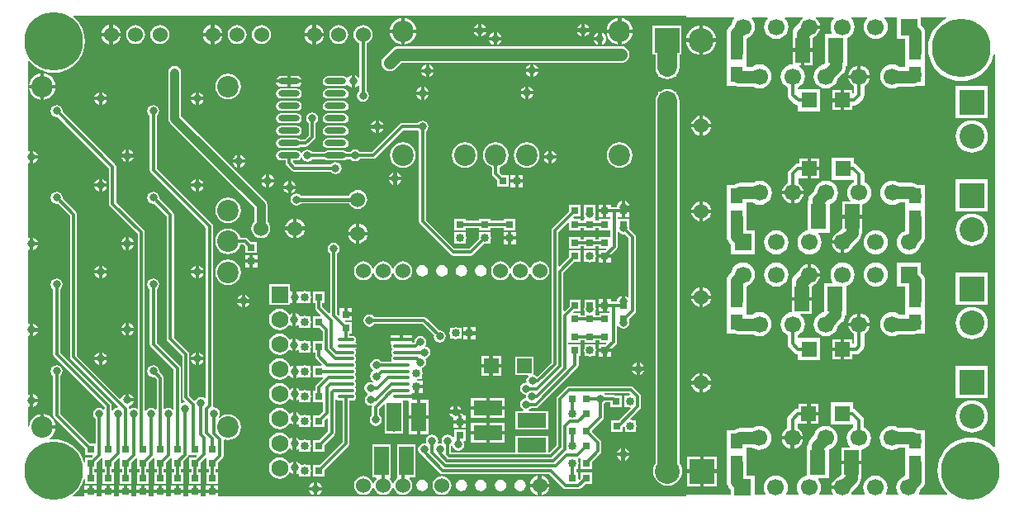
<source format=gbl>
%FSAX25Y25*%
%MOIN*%
G70*
G01*
G75*
G04 Layer_Physical_Order=2*
G04 Layer_Color=16711680*
%ADD10O,0.06890X0.02165*%
%ADD11O,0.02165X0.06890*%
%ADD12R,0.03740X0.07480*%
%ADD13R,0.21654X0.27165*%
%ADD14R,0.11811X0.05906*%
%ADD15R,0.11811X0.05906*%
%ADD16R,0.02992X0.04921*%
%ADD17O,0.08661X0.02362*%
%ADD18R,0.12500X0.06000*%
%ADD19R,0.10000X0.06000*%
%ADD20R,0.03000X0.03000*%
%ADD21R,0.03000X0.03000*%
%ADD22R,0.05906X0.11811*%
%ADD23R,0.05906X0.11811*%
%ADD24R,0.06000X0.06000*%
%ADD25R,0.06000X0.12500*%
%ADD26C,0.03500*%
%ADD27C,0.01200*%
%ADD28C,0.01500*%
%ADD29C,0.05000*%
%ADD30C,0.08000*%
%ADD31C,0.06000*%
%ADD32C,0.08661*%
%ADD33R,0.10000X0.10000*%
%ADD34C,0.10000*%
%ADD35C,0.06693*%
%ADD36R,0.06693X0.06693*%
%ADD37C,0.06890*%
%ADD38R,0.06890X0.06890*%
%ADD39R,0.10000X0.10000*%
%ADD40C,0.23622*%
%ADD41C,0.03200*%
%ADD42O,0.06693X0.01378*%
%ADD43R,0.06693X0.01378*%
%ADD44R,0.06000X0.06000*%
%ADD45R,0.05000X0.06000*%
%ADD46R,0.06000X0.10000*%
G36*
X0267000Y-0002039D02*
X0286465D01*
X0286626Y-0002513D01*
X0286605Y-0002529D01*
X0285828Y-0003541D01*
X0285339Y-0004720D01*
X0285297Y-0005044D01*
X0284647Y-0005694D01*
X0284006Y-0006529D01*
X0283603Y-0007502D01*
X0283466Y-0008546D01*
X0283466Y-0008546D01*
Y-0016200D01*
X0283500Y-0016462D01*
Y-0020700D01*
Y-0024938D01*
X0283466Y-0025200D01*
X0283500Y-0025462D01*
Y-0029700D01*
X0286801D01*
X0287241Y-0029882D01*
X0288285Y-0030020D01*
X0294051D01*
X0294310Y-0030218D01*
X0295489Y-0030707D01*
X0296754Y-0030873D01*
X0298019Y-0030707D01*
X0299198Y-0030218D01*
X0300211Y-0029442D01*
X0300988Y-0028429D01*
X0301476Y-0027250D01*
X0301642Y-0025985D01*
X0301476Y-0024720D01*
X0300988Y-0023541D01*
X0300211Y-0022529D01*
X0299198Y-0021752D01*
X0298019Y-0021263D01*
X0296754Y-0021097D01*
X0295489Y-0021263D01*
X0294310Y-0021752D01*
X0294051Y-0021951D01*
X0291500D01*
Y-0020700D01*
Y-0016462D01*
X0291534Y-0016200D01*
Y-0010621D01*
X0292505Y-0010219D01*
X0293518Y-0009442D01*
X0294295Y-0008429D01*
X0294783Y-0007250D01*
X0294950Y-0005985D01*
X0294783Y-0004720D01*
X0294295Y-0003541D01*
X0293518Y-0002529D01*
X0293497Y-0002513D01*
X0293658Y-0002039D01*
X0299851D01*
X0300011Y-0002513D01*
X0299991Y-0002529D01*
X0299214Y-0003541D01*
X0298725Y-0004720D01*
X0298559Y-0005985D01*
X0298725Y-0007250D01*
X0299214Y-0008429D01*
X0299991Y-0009442D01*
X0301003Y-0010219D01*
X0302182Y-0010707D01*
X0303447Y-0010873D01*
X0304712Y-0010707D01*
X0305891Y-0010219D01*
X0306904Y-0009442D01*
X0307680Y-0008429D01*
X0308169Y-0007250D01*
X0308335Y-0005985D01*
X0308169Y-0004720D01*
X0307680Y-0003541D01*
X0306904Y-0002529D01*
X0306883Y-0002513D01*
X0307044Y-0002039D01*
X0314058D01*
X0314218Y-0002513D01*
X0313733Y-0002885D01*
X0313036Y-0003793D01*
X0312836Y-0004276D01*
X0311197Y-0005915D01*
X0310556Y-0006751D01*
X0310153Y-0007724D01*
X0310016Y-0008768D01*
X0310016Y-0008768D01*
Y-0014600D01*
X0318085D01*
Y-0010439D01*
X0318542Y-0009982D01*
X0319025Y-0009782D01*
X0319933Y-0009085D01*
X0320630Y-0008177D01*
X0321068Y-0007120D01*
X0321125Y-0006685D01*
X0316833D01*
Y-0005285D01*
X0321125D01*
X0321068Y-0004851D01*
X0320630Y-0003793D01*
X0319933Y-0002885D01*
X0319447Y-0002513D01*
X0319608Y-0002039D01*
X0326622D01*
X0326783Y-0002513D01*
X0326762Y-0002529D01*
X0325985Y-0003541D01*
X0325497Y-0004720D01*
X0325330Y-0005985D01*
X0325497Y-0007250D01*
X0325967Y-0008384D01*
X0325689Y-0008800D01*
X0323050D01*
Y-0020755D01*
X0322585Y-0021221D01*
X0322261Y-0021263D01*
X0321082Y-0021752D01*
X0320069Y-0022529D01*
X0319292Y-0023541D01*
X0318804Y-0024720D01*
X0318637Y-0025985D01*
X0318804Y-0027250D01*
X0319292Y-0028429D01*
X0320069Y-0029442D01*
X0321082Y-0030218D01*
X0322261Y-0030707D01*
X0323526Y-0030873D01*
X0324791Y-0030707D01*
X0325970Y-0030218D01*
X0326982Y-0029442D01*
X0327759Y-0028429D01*
X0328247Y-0027250D01*
X0328290Y-0026926D01*
X0330403Y-0024814D01*
X0330403Y-0024814D01*
X0330766Y-0024341D01*
X0331044Y-0023978D01*
X0331447Y-0023005D01*
X0331585Y-0021961D01*
Y-0021800D01*
X0332050D01*
Y-0010472D01*
X0332663Y-0010219D01*
X0333675Y-0009442D01*
X0334452Y-0008429D01*
X0334940Y-0007250D01*
X0335107Y-0005985D01*
X0334940Y-0004720D01*
X0334452Y-0003541D01*
X0333675Y-0002529D01*
X0333654Y-0002513D01*
X0333815Y-0002039D01*
X0340008D01*
X0340169Y-0002513D01*
X0340148Y-0002529D01*
X0339371Y-0003541D01*
X0338883Y-0004720D01*
X0338716Y-0005985D01*
X0338883Y-0007250D01*
X0339371Y-0008429D01*
X0340148Y-0009442D01*
X0341160Y-0010219D01*
X0342339Y-0010707D01*
X0343605Y-0010873D01*
X0344870Y-0010707D01*
X0346049Y-0010219D01*
X0347061Y-0009442D01*
X0347838Y-0008429D01*
X0348326Y-0007250D01*
X0348493Y-0005985D01*
X0348326Y-0004720D01*
X0347838Y-0003541D01*
X0347061Y-0002529D01*
X0347040Y-0002513D01*
X0347201Y-0002039D01*
X0352144D01*
Y-0010832D01*
X0355466D01*
Y-0016200D01*
X0355500Y-0016462D01*
Y-0020700D01*
Y-0021951D01*
X0353001D01*
X0352742Y-0021752D01*
X0351563Y-0021263D01*
X0350297Y-0021097D01*
X0349032Y-0021263D01*
X0347853Y-0021752D01*
X0346841Y-0022529D01*
X0346064Y-0023541D01*
X0345576Y-0024720D01*
X0345409Y-0025985D01*
X0345576Y-0027250D01*
X0346064Y-0028429D01*
X0346841Y-0029442D01*
X0347853Y-0030218D01*
X0349032Y-0030707D01*
X0350297Y-0030873D01*
X0351563Y-0030707D01*
X0352742Y-0030218D01*
X0353001Y-0030020D01*
X0358715D01*
X0358715Y-0030020D01*
X0359759Y-0029882D01*
X0360199Y-0029700D01*
X0363500D01*
Y-0025462D01*
X0363534Y-0025200D01*
X0363500Y-0024938D01*
Y-0020700D01*
Y-0016462D01*
X0363534Y-0016200D01*
Y-0008495D01*
X0363534Y-0008495D01*
X0363397Y-0007451D01*
X0362994Y-0006477D01*
X0362353Y-0005642D01*
X0361837Y-0005126D01*
Y-0002039D01*
X0372118D01*
X0372216Y-0002530D01*
X0372038Y-0002603D01*
X0370252Y-0003698D01*
X0368659Y-0005059D01*
X0367298Y-0006652D01*
X0366203Y-0008438D01*
X0365401Y-0010374D01*
X0364912Y-0012411D01*
X0364748Y-0014500D01*
X0364912Y-0016589D01*
X0365401Y-0018626D01*
X0366203Y-0020562D01*
X0367298Y-0022348D01*
X0368659Y-0023941D01*
X0370252Y-0025302D01*
X0372038Y-0026397D01*
X0373974Y-0027199D01*
X0376011Y-0027688D01*
X0378100Y-0027852D01*
X0380189Y-0027688D01*
X0382226Y-0027199D01*
X0384162Y-0026397D01*
X0385948Y-0025302D01*
X0387541Y-0023941D01*
X0388902Y-0022348D01*
X0389997Y-0020562D01*
X0390799Y-0018626D01*
X0391165Y-0017100D01*
X0391662Y-0017159D01*
Y-0175283D01*
X0391208Y-0175492D01*
X0389738Y-0174237D01*
X0387951Y-0173143D01*
X0386016Y-0172341D01*
X0383979Y-0171852D01*
X0381890Y-0171687D01*
X0379801Y-0171852D01*
X0377764Y-0172341D01*
X0375828Y-0173143D01*
X0374042Y-0174237D01*
X0372448Y-0175598D01*
X0371088Y-0177191D01*
X0369993Y-0178978D01*
X0369191Y-0180913D01*
X0368702Y-0182951D01*
X0368538Y-0185039D01*
X0368702Y-0187128D01*
X0369191Y-0189165D01*
X0369993Y-0191101D01*
X0371088Y-0192888D01*
X0372343Y-0194357D01*
X0372133Y-0194811D01*
X0361286D01*
X0361065Y-0194363D01*
X0361098Y-0194320D01*
X0361586Y-0193142D01*
X0361629Y-0192818D01*
X0362353Y-0192094D01*
X0362353Y-0192094D01*
X0362994Y-0191258D01*
X0363397Y-0190285D01*
X0363534Y-0189241D01*
Y-0182200D01*
X0363500Y-0181938D01*
Y-0177700D01*
Y-0173462D01*
X0363534Y-0173200D01*
X0363500Y-0172938D01*
Y-0168700D01*
X0360608D01*
X0360194Y-0168382D01*
X0359221Y-0167979D01*
X0358176Y-0167842D01*
X0358176Y-0167842D01*
X0352875D01*
X0352616Y-0167643D01*
X0351437Y-0167155D01*
X0350171Y-0166988D01*
X0348906Y-0167155D01*
X0347727Y-0167643D01*
X0346715Y-0168420D01*
X0345938Y-0169432D01*
X0345450Y-0170611D01*
X0345283Y-0171876D01*
X0345450Y-0173142D01*
X0345938Y-0174320D01*
X0346715Y-0175333D01*
X0347727Y-0176110D01*
X0348906Y-0176598D01*
X0350171Y-0176765D01*
X0351437Y-0176598D01*
X0352616Y-0176110D01*
X0352875Y-0175911D01*
X0355500D01*
Y-0177700D01*
Y-0181938D01*
X0355466Y-0182200D01*
Y-0187210D01*
X0354420Y-0187643D01*
X0353408Y-0188420D01*
X0352631Y-0189432D01*
X0352143Y-0190611D01*
X0351976Y-0191876D01*
X0352143Y-0193142D01*
X0352631Y-0194320D01*
X0352663Y-0194363D01*
X0352442Y-0194811D01*
X0347901D01*
X0347679Y-0194363D01*
X0347712Y-0194320D01*
X0348200Y-0193142D01*
X0348367Y-0191876D01*
X0348200Y-0190611D01*
X0347712Y-0189432D01*
X0346935Y-0188420D01*
X0345923Y-0187643D01*
X0344744Y-0187155D01*
X0343479Y-0186988D01*
X0342213Y-0187155D01*
X0341035Y-0187643D01*
X0340022Y-0188420D01*
X0339245Y-0189432D01*
X0338757Y-0190611D01*
X0338590Y-0191876D01*
X0338757Y-0193142D01*
X0339245Y-0194320D01*
X0339278Y-0194363D01*
X0339056Y-0194811D01*
X0333885D01*
X0333664Y-0194363D01*
X0333889Y-0194068D01*
X0334089Y-0193585D01*
X0336603Y-0191072D01*
X0337244Y-0190236D01*
X0337647Y-0189263D01*
X0337785Y-0188219D01*
X0337785Y-0188219D01*
Y-0182400D01*
X0329715D01*
Y-0186548D01*
X0328384Y-0187880D01*
X0327901Y-0188080D01*
X0326993Y-0188776D01*
X0326296Y-0189684D01*
X0325858Y-0190742D01*
X0325801Y-0191176D01*
X0330093D01*
Y-0192576D01*
X0325801D01*
X0325858Y-0193011D01*
X0326296Y-0194068D01*
X0326522Y-0194363D01*
X0326301Y-0194811D01*
X0321129D01*
X0320908Y-0194363D01*
X0320940Y-0194320D01*
X0321429Y-0193142D01*
X0321595Y-0191876D01*
X0321429Y-0190611D01*
X0320940Y-0189432D01*
X0320339Y-0188648D01*
X0320560Y-0188200D01*
X0324750D01*
Y-0176563D01*
X0325844Y-0176110D01*
X0326856Y-0175333D01*
X0327633Y-0174320D01*
X0328122Y-0173142D01*
X0328288Y-0171876D01*
X0328122Y-0170611D01*
X0327633Y-0169432D01*
X0326856Y-0168420D01*
X0325844Y-0167643D01*
X0324665Y-0167155D01*
X0323400Y-0166988D01*
X0322135Y-0167155D01*
X0320956Y-0167643D01*
X0319943Y-0168420D01*
X0319166Y-0169432D01*
X0318678Y-0170611D01*
X0318636Y-0170935D01*
X0317397Y-0172173D01*
X0316756Y-0173009D01*
X0316353Y-0173982D01*
X0316215Y-0175026D01*
D01*
X0316215Y-0175026D01*
D01*
X0316042Y-0175200D01*
X0315750D01*
Y-0187114D01*
X0315442Y-0187155D01*
X0314263Y-0187643D01*
X0313250Y-0188420D01*
X0312474Y-0189432D01*
X0311985Y-0190611D01*
X0311819Y-0191876D01*
X0311985Y-0193142D01*
X0312474Y-0194320D01*
X0312506Y-0194363D01*
X0312285Y-0194811D01*
X0307743D01*
X0307522Y-0194363D01*
X0307555Y-0194320D01*
X0308043Y-0193142D01*
X0308209Y-0191876D01*
X0308043Y-0190611D01*
X0307555Y-0189432D01*
X0306778Y-0188420D01*
X0305765Y-0187643D01*
X0304586Y-0187155D01*
X0303321Y-0186988D01*
X0302056Y-0187155D01*
X0300877Y-0187643D01*
X0299865Y-0188420D01*
X0299088Y-0189432D01*
X0298599Y-0190611D01*
X0298433Y-0191876D01*
X0298599Y-0193142D01*
X0299088Y-0194320D01*
X0299120Y-0194363D01*
X0298899Y-0194811D01*
X0294782D01*
Y-0187030D01*
X0291534D01*
Y-0182200D01*
X0291500Y-0181938D01*
Y-0177700D01*
Y-0175911D01*
X0293925D01*
X0294184Y-0176110D01*
X0295363Y-0176598D01*
X0296628Y-0176765D01*
X0297893Y-0176598D01*
X0299072Y-0176110D01*
X0300085Y-0175333D01*
X0300862Y-0174320D01*
X0301350Y-0173142D01*
X0301517Y-0171876D01*
X0301350Y-0170611D01*
X0300862Y-0169432D01*
X0300085Y-0168420D01*
X0299072Y-0167643D01*
X0297893Y-0167155D01*
X0296628Y-0166988D01*
X0295363Y-0167155D01*
X0294184Y-0167643D01*
X0293925Y-0167842D01*
X0288824D01*
X0287779Y-0167979D01*
X0286806Y-0168382D01*
X0286392Y-0168700D01*
X0283500D01*
Y-0172938D01*
X0283466Y-0173200D01*
X0283500Y-0173462D01*
Y-0177700D01*
Y-0181938D01*
X0283466Y-0182200D01*
Y-0189441D01*
X0283603Y-0190485D01*
X0284006Y-0191458D01*
X0284647Y-0192294D01*
X0285089Y-0192633D01*
Y-0194811D01*
X0267000D01*
Y-0195525D01*
X0208098D01*
X0208098Y-0195525D01*
X0207903D01*
X0207903Y-0195525D01*
X0078300D01*
Y-0194250D01*
X0073300D01*
Y-0195525D01*
X0071300D01*
Y-0194250D01*
X0066300D01*
Y-0195525D01*
X0064300D01*
Y-0194250D01*
X0059300D01*
Y-0195525D01*
X0057300D01*
Y-0194250D01*
X0052300D01*
Y-0195525D01*
X0050300D01*
Y-0194250D01*
X0045300D01*
Y-0195525D01*
X0043300D01*
Y-0194250D01*
X0038300D01*
Y-0195525D01*
X0036300D01*
Y-0194250D01*
X0031300D01*
Y-0195525D01*
X0029300D01*
Y-0194250D01*
X0024300D01*
Y-0195525D01*
X0019674D01*
X0019501Y-0195056D01*
X0020756Y-0193984D01*
X0022045Y-0192475D01*
X0023082Y-0190782D01*
X0023842Y-0188948D01*
X0024003Y-0188276D01*
X0024500Y-0188334D01*
Y-0190350D01*
X0029100D01*
Y-0185750D01*
X0028227D01*
Y-0184350D01*
X0029100D01*
Y-0181769D01*
X0031038Y-0179831D01*
X0031432Y-0179994D01*
X0031500Y-0180095D01*
Y-0184350D01*
X0032373D01*
Y-0185750D01*
X0031500D01*
Y-0190350D01*
X0036100D01*
Y-0185750D01*
X0035227D01*
Y-0184350D01*
X0036100D01*
Y-0181769D01*
X0038038Y-0179831D01*
X0038500Y-0180022D01*
Y-0184350D01*
X0039373D01*
Y-0185750D01*
X0038500D01*
Y-0190350D01*
X0043100D01*
Y-0185750D01*
X0042227D01*
Y-0184350D01*
X0043100D01*
Y-0181769D01*
X0045038Y-0179831D01*
X0045432Y-0179994D01*
X0045500Y-0180095D01*
Y-0184350D01*
X0046373D01*
Y-0185750D01*
X0045500D01*
Y-0190350D01*
X0050100D01*
Y-0185750D01*
X0049227D01*
Y-0184350D01*
X0050100D01*
Y-0181769D01*
X0052038Y-0179831D01*
X0052432Y-0179994D01*
X0052500Y-0180095D01*
Y-0184350D01*
X0053373D01*
Y-0185750D01*
X0052500D01*
Y-0190350D01*
X0057100D01*
Y-0185750D01*
X0056227D01*
Y-0184350D01*
X0057100D01*
Y-0181769D01*
X0059038Y-0179831D01*
X0059432Y-0179994D01*
X0059500Y-0180095D01*
Y-0184350D01*
X0060373D01*
Y-0185750D01*
X0059500D01*
Y-0190350D01*
X0064100D01*
Y-0185750D01*
X0063227D01*
Y-0184350D01*
X0064100D01*
Y-0181249D01*
X0065709Y-0179639D01*
X0065709Y-0179639D01*
X0066019Y-0179176D01*
X0066084Y-0178850D01*
X0066500D01*
Y-0178850D01*
X0069328D01*
X0069519Y-0179312D01*
X0069081Y-0179750D01*
X0066500D01*
Y-0184350D01*
X0067373D01*
Y-0185750D01*
X0066500D01*
Y-0190350D01*
X0071100D01*
Y-0185750D01*
X0070227D01*
Y-0184350D01*
X0071100D01*
Y-0181769D01*
X0073038Y-0179831D01*
X0073500Y-0180022D01*
Y-0184350D01*
X0074373D01*
Y-0185750D01*
X0073500D01*
Y-0190350D01*
X0078100D01*
Y-0185750D01*
X0077227D01*
Y-0184350D01*
X0078100D01*
Y-0181769D01*
X0079909Y-0179959D01*
X0079909Y-0179959D01*
X0080095Y-0179682D01*
X0080219Y-0179496D01*
X0080327Y-0178950D01*
X0080327Y-0178950D01*
Y-0172728D01*
X0080743Y-0172450D01*
X0080861Y-0172499D01*
X0082200Y-0172675D01*
X0083539Y-0172499D01*
X0084787Y-0171982D01*
X0085859Y-0171159D01*
X0086682Y-0170088D01*
X0087199Y-0168839D01*
X0087375Y-0167500D01*
X0087199Y-0166161D01*
X0086682Y-0164912D01*
X0085859Y-0163841D01*
X0084787Y-0163018D01*
X0083539Y-0162501D01*
X0082200Y-0162325D01*
X0080861Y-0162501D01*
X0079612Y-0163018D01*
X0078765Y-0163669D01*
X0078400Y-0163327D01*
X0078661Y-0162936D01*
X0078847Y-0162000D01*
X0078661Y-0161064D01*
X0078130Y-0160270D01*
X0077336Y-0159739D01*
X0076400Y-0159553D01*
X0076020Y-0159190D01*
X0076019Y-0159189D01*
X0076019Y-0159189D01*
X0076127Y-0158643D01*
X0076127Y-0158643D01*
Y-0086500D01*
X0076127Y-0086500D01*
X0076019Y-0085954D01*
X0075709Y-0085491D01*
X0075709Y-0085491D01*
X0053469Y-0063250D01*
Y-0041833D01*
X0053772Y-0041630D01*
X0054303Y-0040836D01*
X0054489Y-0039900D01*
X0054303Y-0038964D01*
X0053772Y-0038170D01*
X0052978Y-0037639D01*
X0052042Y-0037453D01*
X0051105Y-0037639D01*
X0050311Y-0038170D01*
X0049781Y-0038964D01*
X0049595Y-0039900D01*
X0049781Y-0040836D01*
X0050311Y-0041630D01*
X0050614Y-0041833D01*
Y-0063842D01*
X0050614Y-0063842D01*
X0050723Y-0064388D01*
X0051032Y-0064851D01*
X0073273Y-0087091D01*
Y-0155701D01*
X0072832Y-0155937D01*
X0072236Y-0155539D01*
X0071300Y-0155353D01*
X0070364Y-0155539D01*
X0069570Y-0156070D01*
X0069075Y-0156810D01*
X0068577Y-0156859D01*
X0066527Y-0154809D01*
Y-0138100D01*
X0066419Y-0137554D01*
X0066295Y-0137368D01*
X0066109Y-0137091D01*
X0066109Y-0137091D01*
X0060327Y-0131309D01*
Y-0081758D01*
X0060327Y-0081758D01*
X0060219Y-0081212D01*
X0059909Y-0080749D01*
X0059909Y-0080749D01*
X0054418Y-0075257D01*
X0054489Y-0074900D01*
X0054303Y-0073964D01*
X0053772Y-0073170D01*
X0052978Y-0072639D01*
X0052042Y-0072453D01*
X0051105Y-0072639D01*
X0050311Y-0073170D01*
X0049781Y-0073964D01*
X0049595Y-0074900D01*
X0049781Y-0075836D01*
X0050311Y-0076630D01*
X0051105Y-0077161D01*
X0052042Y-0077347D01*
X0052399Y-0077276D01*
X0057473Y-0082349D01*
Y-0131900D01*
X0057473Y-0131900D01*
X0057581Y-0132446D01*
X0057891Y-0132909D01*
X0063673Y-0138691D01*
Y-0155400D01*
X0063673Y-0155400D01*
X0063781Y-0155946D01*
X0064091Y-0156409D01*
X0064771Y-0157089D01*
X0064626Y-0157568D01*
X0063764Y-0157739D01*
X0063568Y-0157870D01*
X0063127Y-0157634D01*
Y-0143900D01*
X0063019Y-0143354D01*
X0062709Y-0142891D01*
X0062709Y-0142891D01*
X0053469Y-0133650D01*
Y-0111833D01*
X0053772Y-0111630D01*
X0054303Y-0110836D01*
X0054489Y-0109900D01*
X0054303Y-0108964D01*
X0053772Y-0108170D01*
X0052978Y-0107639D01*
X0052042Y-0107453D01*
X0051105Y-0107639D01*
X0050311Y-0108170D01*
X0049781Y-0108964D01*
X0049595Y-0109900D01*
X0049781Y-0110836D01*
X0050311Y-0111630D01*
X0050614Y-0111833D01*
Y-0134242D01*
X0050614Y-0134242D01*
X0050723Y-0134788D01*
X0051032Y-0135251D01*
X0060273Y-0144491D01*
Y-0160068D01*
X0059832Y-0160304D01*
X0059136Y-0159839D01*
X0058200Y-0159653D01*
X0057264Y-0159839D01*
X0056668Y-0160237D01*
X0056227Y-0160001D01*
Y-0147658D01*
X0056227Y-0147658D01*
X0056119Y-0147112D01*
X0055809Y-0146649D01*
X0055809Y-0146649D01*
X0054418Y-0145257D01*
X0054489Y-0144900D01*
X0054303Y-0143964D01*
X0053772Y-0143170D01*
X0052978Y-0142639D01*
X0052042Y-0142453D01*
X0051105Y-0142639D01*
X0050311Y-0143170D01*
X0049781Y-0143964D01*
X0049595Y-0144900D01*
X0049781Y-0145836D01*
X0050311Y-0146630D01*
X0051105Y-0147161D01*
X0052042Y-0147347D01*
X0052399Y-0147276D01*
X0053373Y-0148249D01*
Y-0160236D01*
X0052930Y-0160370D01*
X0052136Y-0159839D01*
X0051200Y-0159653D01*
X0050264Y-0159839D01*
X0049470Y-0160370D01*
X0049106Y-0160914D01*
X0048627Y-0160769D01*
Y-0088900D01*
X0048627Y-0088900D01*
X0048519Y-0088354D01*
X0048209Y-0087891D01*
X0048209Y-0087891D01*
X0037027Y-0076709D01*
Y-0062458D01*
X0037027Y-0062458D01*
X0036919Y-0061912D01*
X0036609Y-0061449D01*
X0015418Y-0040257D01*
X0015489Y-0039900D01*
X0015303Y-0038964D01*
X0014772Y-0038170D01*
X0013978Y-0037639D01*
X0013042Y-0037453D01*
X0012105Y-0037639D01*
X0011311Y-0038170D01*
X0010781Y-0038964D01*
X0010595Y-0039900D01*
X0010781Y-0040836D01*
X0011311Y-0041630D01*
X0012105Y-0042161D01*
X0013042Y-0042347D01*
X0013399Y-0042276D01*
X0034173Y-0063050D01*
Y-0077300D01*
X0034173Y-0077300D01*
X0034281Y-0077846D01*
X0034591Y-0078309D01*
X0045773Y-0089491D01*
Y-0159734D01*
X0045332Y-0159970D01*
X0045136Y-0159839D01*
X0044200Y-0159653D01*
X0043264Y-0159839D01*
X0042724Y-0160200D01*
X0042557D01*
X0042198Y-0160051D01*
X0042119Y-0159654D01*
X0042044Y-0159542D01*
X0042251Y-0159087D01*
X0042279Y-0159083D01*
X0042911Y-0158821D01*
X0043454Y-0158404D01*
X0043871Y-0157861D01*
X0044124Y-0157250D01*
X0041600D01*
Y-0156550D01*
X0040900D01*
Y-0154026D01*
X0040289Y-0154279D01*
X0039746Y-0154696D01*
X0039329Y-0155239D01*
X0039070Y-0155863D01*
X0038695Y-0155938D01*
X0038580Y-0155961D01*
X0038580Y-0155961D01*
X0038599Y-0155980D01*
X0021227Y-0138609D01*
Y-0081658D01*
X0021227Y-0081658D01*
X0021119Y-0081112D01*
X0020809Y-0080649D01*
X0020809Y-0080649D01*
X0015418Y-0075257D01*
X0015489Y-0074900D01*
X0015303Y-0073964D01*
X0014772Y-0073170D01*
X0013978Y-0072639D01*
X0013042Y-0072453D01*
X0012105Y-0072639D01*
X0011311Y-0073170D01*
X0010781Y-0073964D01*
X0010595Y-0074900D01*
X0010781Y-0075836D01*
X0011311Y-0076630D01*
X0012105Y-0077161D01*
X0013042Y-0077347D01*
X0013399Y-0077276D01*
X0018373Y-0082249D01*
Y-0139200D01*
X0018373Y-0139200D01*
X0018481Y-0139746D01*
X0018791Y-0140209D01*
X0037771Y-0159189D01*
X0037626Y-0159668D01*
X0036764Y-0159839D01*
X0035970Y-0160370D01*
X0035706Y-0160765D01*
X0035227Y-0160619D01*
Y-0158900D01*
X0035227Y-0158900D01*
X0035119Y-0158354D01*
X0034809Y-0157891D01*
X0034809Y-0157891D01*
X0014469Y-0137550D01*
Y-0111833D01*
X0014772Y-0111630D01*
X0015303Y-0110836D01*
X0015489Y-0109900D01*
X0015303Y-0108964D01*
X0014772Y-0108170D01*
X0013978Y-0107639D01*
X0013042Y-0107453D01*
X0012105Y-0107639D01*
X0011311Y-0108170D01*
X0010781Y-0108964D01*
X0010595Y-0109900D01*
X0010781Y-0110836D01*
X0011311Y-0111630D01*
X0011614Y-0111833D01*
Y-0138142D01*
X0011614Y-0138142D01*
X0011723Y-0138688D01*
X0012032Y-0139151D01*
X0032373Y-0159491D01*
Y-0160236D01*
X0031930Y-0160370D01*
X0031136Y-0159839D01*
X0030200Y-0159653D01*
X0029264Y-0159839D01*
X0028470Y-0160370D01*
X0027939Y-0161164D01*
X0027753Y-0162100D01*
X0027939Y-0163036D01*
X0028470Y-0163830D01*
X0028773Y-0164033D01*
Y-0174250D01*
X0026519D01*
X0014469Y-0162200D01*
Y-0146833D01*
X0014772Y-0146630D01*
X0015303Y-0145836D01*
X0015489Y-0144900D01*
X0015303Y-0143964D01*
X0014772Y-0143170D01*
X0013978Y-0142639D01*
X0013042Y-0142453D01*
X0012105Y-0142639D01*
X0011311Y-0143170D01*
X0010781Y-0143964D01*
X0010595Y-0144900D01*
X0010781Y-0145836D01*
X0011311Y-0146630D01*
X0011614Y-0146833D01*
Y-0162792D01*
X0011614Y-0162792D01*
X0011723Y-0163338D01*
X0012032Y-0163801D01*
X0024500Y-0176269D01*
Y-0178850D01*
X0027328D01*
X0027519Y-0179312D01*
X0027081Y-0179750D01*
X0024500D01*
Y-0181745D01*
X0024003Y-0181803D01*
X0023842Y-0181130D01*
X0023082Y-0179296D01*
X0022045Y-0177604D01*
X0020756Y-0176094D01*
X0019247Y-0174805D01*
X0017554Y-0173768D01*
X0015720Y-0173009D01*
X0013790Y-0172545D01*
X0011811Y-0172389D01*
X0010208Y-0172515D01*
X0010029Y-0172049D01*
X0011002Y-0171302D01*
X0011856Y-0170188D01*
X0012393Y-0168892D01*
X0012485Y-0168200D01*
X0007200D01*
Y-0167500D01*
X0006500D01*
Y-0162215D01*
X0005808Y-0162306D01*
X0004512Y-0162844D01*
X0003398Y-0163698D01*
X0002544Y-0164812D01*
X0002007Y-0166108D01*
X0001824Y-0167492D01*
X0001326Y-0167459D01*
Y-0159362D01*
X0001741Y-0159084D01*
X0002200Y-0159274D01*
Y-0156750D01*
Y-0154226D01*
X0001741Y-0154416D01*
X0001326Y-0154138D01*
Y-0130862D01*
X0001741Y-0130584D01*
X0002200Y-0130774D01*
Y-0128250D01*
Y-0125726D01*
X0001741Y-0125916D01*
X0001326Y-0125638D01*
Y-0096162D01*
X0001741Y-0095884D01*
X0002200Y-0096074D01*
Y-0093550D01*
Y-0091026D01*
X0001741Y-0091216D01*
X0001326Y-0090938D01*
Y-0061162D01*
X0001741Y-0060884D01*
X0002200Y-0061074D01*
Y-0058550D01*
Y-0056026D01*
X0001741Y-0056216D01*
X0001326Y-0055938D01*
Y-0030041D01*
X0001326Y-0030041D01*
Y-0029959D01*
X0001326Y-0029959D01*
Y-0019674D01*
X0001795Y-0019501D01*
X0002866Y-0020756D01*
X0004375Y-0022045D01*
X0006068Y-0023082D01*
X0007902Y-0023842D01*
X0009832Y-0024305D01*
X0011811Y-0024461D01*
X0013790Y-0024305D01*
X0015720Y-0023842D01*
X0017554Y-0023082D01*
X0019247Y-0022045D01*
X0020756Y-0020756D01*
X0022045Y-0019247D01*
X0023082Y-0017554D01*
X0023842Y-0015720D01*
X0024305Y-0013790D01*
X0024461Y-0011811D01*
X0024305Y-0009832D01*
X0023842Y-0007902D01*
X0023082Y-0006068D01*
X0022045Y-0004375D01*
X0020756Y-0002866D01*
X0019501Y-0001795D01*
X0019674Y-0001326D01*
X0267000D01*
Y-0002039D01*
D02*
G37*
%LPC*%
G36*
X0178850Y-0127076D02*
X0178791Y-0127100D01*
X0177050D01*
Y-0128841D01*
X0177026Y-0128900D01*
X0178850D01*
Y-0127076D01*
D02*
G37*
G36*
X0174050Y-0127153D02*
X0173311Y-0127300D01*
X0171750D01*
Y-0128861D01*
X0171603Y-0129600D01*
X0171750Y-0130339D01*
Y-0131900D01*
X0173311D01*
X0174050Y-0132047D01*
X0174789Y-0131900D01*
X0176350D01*
Y-0130339D01*
X0176457Y-0129803D01*
X0176457D01*
X0176497Y-0129600D01*
X0176457Y-0129397D01*
X0176457Y-0129397D01*
D01*
X0176457Y-0129397D01*
Y-0129397D01*
D01*
X0176350Y-0128861D01*
Y-0127300D01*
X0174789D01*
X0174050Y-0127153D01*
D02*
G37*
G36*
X0109600Y-0121576D02*
Y-0124100D01*
Y-0126624D01*
X0110211Y-0126371D01*
X0110502Y-0126148D01*
X0110950Y-0126370D01*
Y-0127300D01*
X0112511D01*
X0113250Y-0127447D01*
X0113989Y-0127300D01*
X0115550D01*
Y-0125739D01*
X0115697Y-0125000D01*
X0115550Y-0124261D01*
Y-0122700D01*
X0113989D01*
X0113250Y-0122553D01*
X0112511Y-0122700D01*
X0111103D01*
X0110754Y-0122246D01*
X0110211Y-0121829D01*
X0109600Y-0121576D01*
D02*
G37*
G36*
X0003600Y-0125726D02*
Y-0127550D01*
X0005424D01*
X0005171Y-0126939D01*
X0004754Y-0126396D01*
X0004211Y-0125979D01*
X0003600Y-0125726D01*
D02*
G37*
G36*
X0180250Y-0127076D02*
Y-0128900D01*
X0182074D01*
X0182050Y-0128841D01*
Y-0127100D01*
X0180309D01*
X0180250Y-0127076D01*
D02*
G37*
G36*
X0044124Y-0128750D02*
X0042300D01*
Y-0130574D01*
X0042911Y-0130321D01*
X0043454Y-0129904D01*
X0043871Y-0129361D01*
X0044124Y-0128750D01*
D02*
G37*
G36*
X0290061Y-0101097D02*
X0288796Y-0101263D01*
X0287617Y-0101752D01*
X0286605Y-0102529D01*
X0285828Y-0103541D01*
X0285339Y-0104720D01*
X0285297Y-0105044D01*
X0284647Y-0105693D01*
X0284006Y-0106529D01*
X0283603Y-0107502D01*
X0283466Y-0108546D01*
X0283466Y-0108546D01*
Y-0116200D01*
X0283500Y-0116462D01*
Y-0120700D01*
Y-0124938D01*
X0283466Y-0125200D01*
X0283500Y-0125462D01*
Y-0129700D01*
X0286801D01*
X0287241Y-0129882D01*
X0288285Y-0130020D01*
X0294051D01*
X0294310Y-0130219D01*
X0295489Y-0130707D01*
X0296754Y-0130873D01*
X0298019Y-0130707D01*
X0299198Y-0130219D01*
X0300211Y-0129442D01*
X0300988Y-0128429D01*
X0301476Y-0127250D01*
X0301642Y-0125985D01*
X0301476Y-0124720D01*
X0300988Y-0123541D01*
X0300211Y-0122529D01*
X0299198Y-0121752D01*
X0298019Y-0121263D01*
X0296754Y-0121097D01*
X0295489Y-0121263D01*
X0294310Y-0121752D01*
X0294051Y-0121951D01*
X0291500D01*
Y-0120700D01*
Y-0116462D01*
X0291534Y-0116200D01*
Y-0110621D01*
X0292505Y-0110219D01*
X0293518Y-0109442D01*
X0294295Y-0108429D01*
X0294783Y-0107250D01*
X0294950Y-0105985D01*
X0294783Y-0104720D01*
X0294295Y-0103541D01*
X0293518Y-0102529D01*
X0292505Y-0101752D01*
X0291326Y-0101263D01*
X0290061Y-0101097D01*
D02*
G37*
G36*
X0156567Y-0130495D02*
X0152920D01*
Y-0131484D01*
X0156567D01*
Y-0130495D01*
D02*
G37*
G36*
X0330219Y-0101097D02*
X0328954Y-0101263D01*
X0327775Y-0101752D01*
X0326762Y-0102529D01*
X0325985Y-0103541D01*
X0325497Y-0104720D01*
X0325330Y-0105985D01*
X0325497Y-0107250D01*
X0325985Y-0108429D01*
X0326309Y-0108852D01*
X0326088Y-0109300D01*
X0322750D01*
Y-0121055D01*
X0322585Y-0121221D01*
X0322261Y-0121263D01*
X0321082Y-0121752D01*
X0320069Y-0122529D01*
X0319292Y-0123541D01*
X0318804Y-0124720D01*
X0318637Y-0125985D01*
X0318804Y-0127250D01*
X0319292Y-0128429D01*
X0320069Y-0129442D01*
X0321082Y-0130219D01*
X0322261Y-0130707D01*
X0323526Y-0130873D01*
X0324791Y-0130707D01*
X0325970Y-0130219D01*
X0326982Y-0129442D01*
X0327759Y-0128429D01*
X0328247Y-0127250D01*
X0328290Y-0126926D01*
X0330103Y-0125114D01*
X0330744Y-0124278D01*
X0331147Y-0123305D01*
X0331279Y-0122300D01*
X0331750D01*
Y-0110597D01*
X0332663Y-0110219D01*
X0333675Y-0109442D01*
X0334452Y-0108429D01*
X0334940Y-0107250D01*
X0335107Y-0105985D01*
X0334940Y-0104720D01*
X0334452Y-0103541D01*
X0333675Y-0102529D01*
X0332663Y-0101752D01*
X0331484Y-0101263D01*
X0330219Y-0101097D01*
D02*
G37*
G36*
X0040900Y-0128750D02*
X0039076D01*
X0039329Y-0129361D01*
X0039746Y-0129904D01*
X0040289Y-0130321D01*
X0040900Y-0130574D01*
Y-0128750D01*
D02*
G37*
G36*
X0005424Y-0128950D02*
X0003600D01*
Y-0130774D01*
X0004211Y-0130521D01*
X0004754Y-0130104D01*
X0005171Y-0129561D01*
X0005424Y-0128950D01*
D02*
G37*
G36*
X0132300Y-0119450D02*
X0130500D01*
Y-0121250D01*
X0132300D01*
Y-0119450D01*
D02*
G37*
G36*
X0124800Y-0093053D02*
X0123864Y-0093239D01*
X0123070Y-0093770D01*
X0122539Y-0094564D01*
X0122353Y-0095500D01*
X0122539Y-0096436D01*
X0123070Y-0097230D01*
X0123373Y-0097433D01*
Y-0121301D01*
X0122911Y-0121492D01*
X0120177Y-0118759D01*
Y-0117300D01*
X0121050D01*
Y-0112700D01*
X0116450D01*
Y-0117300D01*
X0117323D01*
Y-0119350D01*
X0117323Y-0119350D01*
X0117431Y-0119896D01*
X0117741Y-0120359D01*
X0119619Y-0122238D01*
X0119428Y-0122700D01*
X0116450D01*
Y-0127300D01*
X0119031D01*
X0120373Y-0128641D01*
Y-0132700D01*
X0116450D01*
Y-0137300D01*
X0117323D01*
Y-0138850D01*
X0117323Y-0138850D01*
X0117431Y-0139396D01*
X0117741Y-0139859D01*
X0120119Y-0142238D01*
X0119928Y-0142700D01*
X0116450D01*
Y-0147300D01*
X0120328D01*
X0120519Y-0147762D01*
X0117741Y-0150541D01*
X0117431Y-0151004D01*
X0117323Y-0151550D01*
X0117323Y-0151550D01*
Y-0152700D01*
X0116450D01*
Y-0157300D01*
X0120573D01*
Y-0161159D01*
X0119031Y-0162700D01*
X0116450D01*
Y-0167300D01*
X0121050D01*
Y-0164719D01*
X0122111Y-0163658D01*
X0122573Y-0163849D01*
Y-0169159D01*
X0119031Y-0172700D01*
X0116450D01*
Y-0177300D01*
X0121050D01*
Y-0174719D01*
X0125009Y-0170759D01*
X0125009Y-0170759D01*
X0125319Y-0170296D01*
X0125427Y-0169750D01*
X0125427Y-0169750D01*
Y-0156221D01*
X0125906Y-0156076D01*
X0126049Y-0156289D01*
X0126541Y-0156618D01*
X0127122Y-0156734D01*
X0128352D01*
Y-0173379D01*
X0119031Y-0182700D01*
X0116450D01*
Y-0187300D01*
X0121050D01*
Y-0184719D01*
X0130789Y-0174980D01*
X0130789Y-0174980D01*
X0131098Y-0174517D01*
X0131207Y-0173970D01*
X0131207Y-0173970D01*
Y-0156734D01*
X0132437D01*
X0133018Y-0156618D01*
X0133510Y-0156289D01*
X0133840Y-0155797D01*
X0133955Y-0155216D01*
X0133840Y-0154635D01*
X0133510Y-0154142D01*
Y-0153730D01*
X0133840Y-0153238D01*
X0133955Y-0152657D01*
X0133840Y-0152076D01*
X0133510Y-0151583D01*
Y-0151171D01*
X0133840Y-0150679D01*
X0133955Y-0150098D01*
X0133840Y-0149517D01*
X0133510Y-0149024D01*
Y-0148612D01*
X0133840Y-0148120D01*
X0133955Y-0147539D01*
X0133840Y-0146958D01*
X0133510Y-0146465D01*
Y-0146053D01*
X0133840Y-0145561D01*
X0133955Y-0144980D01*
X0133840Y-0144399D01*
X0133510Y-0143906D01*
Y-0143494D01*
X0133840Y-0143001D01*
X0133955Y-0142420D01*
X0133840Y-0141840D01*
X0133510Y-0141347D01*
Y-0140935D01*
X0133840Y-0140442D01*
X0133955Y-0139861D01*
X0133840Y-0139280D01*
X0133510Y-0138788D01*
Y-0138376D01*
X0133840Y-0137883D01*
X0133955Y-0137302D01*
X0133840Y-0136721D01*
X0133510Y-0136229D01*
X0133510Y-0136229D01*
X0133510D01*
X0133655Y-0135961D01*
X0133655Y-0135961D01*
X0133655D01*
X0134001Y-0135443D01*
X0129780D01*
Y-0134043D01*
X0134001D01*
X0133655Y-0133526D01*
X0133655D01*
X0133510Y-0133258D01*
D01*
X0133840Y-0132765D01*
X0133955Y-0132184D01*
X0133840Y-0131603D01*
X0133510Y-0131111D01*
X0133018Y-0130782D01*
X0132437Y-0130666D01*
X0131207D01*
Y-0129750D01*
X0132100D01*
Y-0125150D01*
X0129632D01*
X0129354Y-0124734D01*
X0129472Y-0124450D01*
X0132300D01*
Y-0122650D01*
X0129800D01*
Y-0121950D01*
X0129100D01*
Y-0119450D01*
X0127300D01*
Y-0122278D01*
X0126838Y-0122469D01*
X0126227Y-0121859D01*
Y-0097433D01*
X0126530Y-0097230D01*
X0127061Y-0096436D01*
X0127247Y-0095500D01*
X0127061Y-0094564D01*
X0126530Y-0093770D01*
X0125736Y-0093239D01*
X0124800Y-0093053D01*
D02*
G37*
G36*
X0087750Y-0117300D02*
X0085926D01*
X0086179Y-0117911D01*
X0086596Y-0118454D01*
X0087139Y-0118871D01*
X0087750Y-0119124D01*
Y-0117300D01*
D02*
G37*
G36*
X0272490Y-0115700D02*
X0269247D01*
X0269293Y-0116044D01*
X0269696Y-0117017D01*
X0270337Y-0117853D01*
X0271172Y-0118494D01*
X0272146Y-0118897D01*
X0272490Y-0118942D01*
Y-0115700D01*
D02*
G37*
G36*
X0090974Y-0117300D02*
X0089150D01*
Y-0119124D01*
X0089761Y-0118871D01*
X0090304Y-0118454D01*
X0090721Y-0117911D01*
X0090974Y-0117300D01*
D02*
G37*
G36*
X0361837Y-0101139D02*
X0352144D01*
Y-0110832D01*
X0355466D01*
Y-0116200D01*
X0355500Y-0116462D01*
Y-0120700D01*
Y-0121951D01*
X0353001D01*
X0352742Y-0121752D01*
X0351563Y-0121263D01*
X0350297Y-0121097D01*
X0349032Y-0121263D01*
X0347853Y-0121752D01*
X0346841Y-0122529D01*
X0346064Y-0123541D01*
X0345576Y-0124720D01*
X0345409Y-0125985D01*
X0345576Y-0127250D01*
X0346064Y-0128429D01*
X0346841Y-0129442D01*
X0347853Y-0130219D01*
X0349032Y-0130707D01*
X0350297Y-0130873D01*
X0351563Y-0130707D01*
X0352742Y-0130219D01*
X0353001Y-0130020D01*
X0358715D01*
X0358715Y-0130020D01*
X0359759Y-0129882D01*
X0360199Y-0129700D01*
X0363500D01*
Y-0125462D01*
X0363534Y-0125200D01*
X0363500Y-0124938D01*
Y-0120700D01*
Y-0116462D01*
X0363534Y-0116200D01*
Y-0108495D01*
X0363534Y-0108495D01*
X0363397Y-0107450D01*
X0362994Y-0106477D01*
X0362353Y-0105642D01*
X0361837Y-0105126D01*
Y-0101139D01*
D02*
G37*
G36*
X0042300Y-0125526D02*
Y-0127350D01*
X0044124D01*
X0043871Y-0126739D01*
X0043454Y-0126196D01*
X0042911Y-0125779D01*
X0042300Y-0125526D01*
D02*
G37*
G36*
X0040900D02*
X0040289Y-0125779D01*
X0039746Y-0126196D01*
X0039329Y-0126739D01*
X0039076Y-0127350D01*
X0040900D01*
Y-0125526D01*
D02*
G37*
G36*
X0103000Y-0119719D02*
X0101892Y-0119864D01*
X0100859Y-0120292D01*
X0099972Y-0120973D01*
X0099292Y-0121859D01*
X0098864Y-0122892D01*
X0098719Y-0124000D01*
X0098864Y-0125108D01*
X0099292Y-0126141D01*
X0099972Y-0127027D01*
X0100859Y-0127708D01*
X0101892Y-0128136D01*
X0103000Y-0128281D01*
X0104108Y-0128136D01*
X0105141Y-0127708D01*
X0106027Y-0127027D01*
X0106708Y-0126141D01*
X0107046Y-0125954D01*
Y-0125954D01*
X0107046Y-0125954D01*
X0107589Y-0126371D01*
X0108200Y-0126624D01*
Y-0124100D01*
Y-0121576D01*
X0107589Y-0121829D01*
X0107237Y-0122099D01*
X0106754Y-0121970D01*
X0106708Y-0121859D01*
X0106027Y-0120973D01*
X0105141Y-0120292D01*
X0104108Y-0119864D01*
X0103000Y-0119719D01*
D02*
G37*
G36*
X0337612Y-0121693D02*
Y-0125285D01*
X0341203D01*
X0341146Y-0124850D01*
X0340708Y-0123793D01*
X0340012Y-0122885D01*
X0339104Y-0122188D01*
X0338046Y-0121750D01*
X0337612Y-0121693D01*
D02*
G37*
G36*
X0336212D02*
X0335777Y-0121750D01*
X0334720Y-0122188D01*
X0333812Y-0122885D01*
X0333115Y-0123793D01*
X0332677Y-0124850D01*
X0332620Y-0125285D01*
X0336212D01*
Y-0121693D01*
D02*
G37*
G36*
X0031458Y-0137376D02*
Y-0139200D01*
X0033283D01*
X0033029Y-0138589D01*
X0032613Y-0138046D01*
X0032070Y-0137629D01*
X0031458Y-0137376D01*
D02*
G37*
G36*
X0030058D02*
X0029447Y-0137629D01*
X0028904Y-0138046D01*
X0028487Y-0138589D01*
X0028234Y-0139200D01*
X0030058D01*
Y-0137376D01*
D02*
G37*
G36*
X0069058D02*
X0068447Y-0137629D01*
X0067904Y-0138046D01*
X0067487Y-0138589D01*
X0067234Y-0139200D01*
X0069058D01*
Y-0137376D01*
D02*
G37*
G36*
X0233600Y-0137250D02*
X0231800D01*
Y-0139050D01*
X0233600D01*
Y-0137250D01*
D02*
G37*
G36*
X0070458Y-0137376D02*
Y-0139200D01*
X0072283D01*
X0072029Y-0138589D01*
X0071613Y-0138046D01*
X0071070Y-0137629D01*
X0070458Y-0137376D01*
D02*
G37*
G36*
X0329550Y-0136700D02*
X0326250D01*
Y-0140000D01*
X0329550D01*
Y-0136700D01*
D02*
G37*
G36*
X0072283Y-0140600D02*
X0070458D01*
Y-0142424D01*
X0071070Y-0142171D01*
X0071613Y-0141754D01*
X0072029Y-0141211D01*
X0072283Y-0140600D01*
D02*
G37*
G36*
X0069058D02*
X0067234D01*
X0067487Y-0141211D01*
X0067904Y-0141754D01*
X0068447Y-0142171D01*
X0069058Y-0142424D01*
Y-0140600D01*
D02*
G37*
G36*
X0187650Y-0138800D02*
X0184350D01*
Y-0142100D01*
X0187650D01*
Y-0138800D01*
D02*
G37*
G36*
X0317750Y-0116500D02*
X0309750D01*
Y-0121148D01*
X0308875Y-0121263D01*
X0307696Y-0121752D01*
X0306683Y-0122529D01*
X0305907Y-0123541D01*
X0305418Y-0124720D01*
X0305252Y-0125985D01*
X0305418Y-0127250D01*
X0305907Y-0128429D01*
X0306683Y-0129442D01*
X0307696Y-0130219D01*
X0307999Y-0130344D01*
Y-0133840D01*
X0308162Y-0134659D01*
X0308162Y-0134659D01*
X0308162Y-0134659D01*
X0308626Y-0135354D01*
X0310786Y-0137514D01*
X0311481Y-0137978D01*
X0312250Y-0138131D01*
Y-0140500D01*
X0321250D01*
Y-0131500D01*
X0312281D01*
Y-0130344D01*
X0312584Y-0130219D01*
X0313597Y-0129442D01*
X0314373Y-0128429D01*
X0314862Y-0127250D01*
X0315028Y-0125985D01*
X0314862Y-0124720D01*
X0314373Y-0123541D01*
X0313597Y-0122529D01*
X0313264Y-0122274D01*
X0313425Y-0121800D01*
X0317750D01*
Y-0116500D01*
D02*
G37*
G36*
X0192350Y-0138800D02*
X0189050D01*
Y-0142100D01*
X0192350D01*
Y-0138800D01*
D02*
G37*
G36*
X0236800Y-0137250D02*
X0235000D01*
Y-0139050D01*
X0236800D01*
Y-0137250D01*
D02*
G37*
G36*
X0178850Y-0130300D02*
X0177026D01*
X0177050Y-0130359D01*
Y-0132100D01*
X0178791D01*
X0178850Y-0132124D01*
Y-0130300D01*
D02*
G37*
G36*
X0159772Y-0130713D02*
X0158835Y-0130899D01*
X0158042Y-0131430D01*
X0157511Y-0132223D01*
X0157325Y-0133160D01*
D01*
D01*
D01*
X0157325Y-0133160D01*
D01*
X0157194Y-0133316D01*
X0156567D01*
Y-0132884D01*
X0147874D01*
Y-0133873D01*
X0147874D01*
X0148160Y-0134162D01*
D01*
X0148160D01*
X0148045Y-0134743D01*
X0148160Y-0135324D01*
X0148489Y-0135817D01*
Y-0136229D01*
X0148160Y-0136721D01*
X0148045Y-0137302D01*
X0148160Y-0137883D01*
X0148489Y-0138376D01*
Y-0138788D01*
X0148160Y-0139280D01*
X0148045Y-0139861D01*
X0148160Y-0140442D01*
X0148234Y-0140552D01*
X0147998Y-0140993D01*
X0144046D01*
X0143830Y-0140670D01*
X0143036Y-0140139D01*
X0142100Y-0139953D01*
X0141164Y-0140139D01*
X0140370Y-0140670D01*
X0139839Y-0141464D01*
X0139653Y-0142400D01*
X0139839Y-0143336D01*
X0140370Y-0144130D01*
X0140798Y-0144417D01*
Y-0144917D01*
X0140270Y-0145270D01*
X0139739Y-0146064D01*
X0139553Y-0147000D01*
X0139739Y-0147936D01*
X0140270Y-0148730D01*
X0140773Y-0149066D01*
X0140751Y-0149119D01*
X0140751D01*
X0140581Y-0149528D01*
X0139700Y-0149353D01*
X0138764Y-0149539D01*
X0137970Y-0150070D01*
X0137439Y-0150864D01*
X0137253Y-0151800D01*
X0137439Y-0152736D01*
X0137970Y-0153530D01*
X0138498Y-0153883D01*
Y-0154383D01*
X0138070Y-0154670D01*
X0137539Y-0155464D01*
X0137353Y-0156400D01*
X0137539Y-0157336D01*
X0138070Y-0158130D01*
X0138864Y-0158661D01*
X0139800Y-0158847D01*
X0140001Y-0158807D01*
X0140354Y-0159161D01*
X0140273Y-0159571D01*
X0140273Y-0159571D01*
Y-0162734D01*
X0140070Y-0162870D01*
X0139539Y-0163664D01*
X0139353Y-0164600D01*
X0139539Y-0165536D01*
X0140070Y-0166330D01*
X0140864Y-0166861D01*
X0141800Y-0167047D01*
X0142736Y-0166861D01*
X0143530Y-0166330D01*
X0144061Y-0165536D01*
X0144247Y-0164600D01*
X0144061Y-0163664D01*
X0143530Y-0162870D01*
X0143127Y-0162601D01*
Y-0160162D01*
X0144985Y-0158304D01*
X0145447Y-0158496D01*
Y-0170147D01*
X0148598D01*
X0149100Y-0170247D01*
X0149602Y-0170147D01*
X0152953D01*
Y-0156938D01*
X0154878D01*
X0155247Y-0157241D01*
Y-0162742D01*
X0158500D01*
Y-0156536D01*
X0156557D01*
X0156322Y-0156095D01*
X0156441Y-0155916D01*
X0152220D01*
Y-0154516D01*
X0156441D01*
X0156158Y-0154091D01*
X0156393Y-0153650D01*
X0157541D01*
X0157600Y-0153674D01*
Y-0151150D01*
X0158300D01*
Y-0150450D01*
X0160824D01*
X0160800Y-0150391D01*
Y-0148650D01*
X0159059D01*
X0158979Y-0148617D01*
X0158519Y-0148556D01*
X0158503Y-0148057D01*
X0158503D01*
Y-0148057D01*
X0159039Y-0147950D01*
X0160600D01*
Y-0146389D01*
X0160747Y-0145650D01*
X0160600Y-0144911D01*
Y-0143588D01*
X0160736Y-0143561D01*
X0161530Y-0143030D01*
X0162061Y-0142236D01*
X0162247Y-0141300D01*
X0162061Y-0140364D01*
X0161881Y-0140095D01*
X0162073Y-0139633D01*
X0162436Y-0139561D01*
X0163230Y-0139030D01*
X0163761Y-0138236D01*
X0163947Y-0137300D01*
X0163761Y-0136364D01*
X0163230Y-0135570D01*
X0162436Y-0135039D01*
X0161965Y-0134945D01*
X0161774Y-0134484D01*
X0162033Y-0134096D01*
X0162219Y-0133160D01*
X0162033Y-0132223D01*
X0161502Y-0131430D01*
X0160708Y-0130899D01*
X0159772Y-0130713D01*
D02*
G37*
G36*
X0182074Y-0130300D02*
X0180250D01*
Y-0132124D01*
X0180309Y-0132100D01*
X0182050D01*
Y-0130359D01*
X0182074Y-0130300D01*
D02*
G37*
G36*
X0151521Y-0130495D02*
X0147874D01*
Y-0131484D01*
X0151521D01*
Y-0130495D01*
D02*
G37*
G36*
X0382400Y-0118981D02*
X0381126Y-0119107D01*
X0379901Y-0119479D01*
X0378771Y-0120082D01*
X0377782Y-0120894D01*
X0376969Y-0121884D01*
X0376366Y-0123013D01*
X0375994Y-0124239D01*
X0375869Y-0125513D01*
X0375994Y-0126787D01*
X0376366Y-0128012D01*
X0376969Y-0129142D01*
X0377782Y-0130131D01*
X0378771Y-0130944D01*
X0379901Y-0131547D01*
X0381126Y-0131919D01*
X0382400Y-0132044D01*
X0383674Y-0131919D01*
X0384899Y-0131547D01*
X0386029Y-0130944D01*
X0387018Y-0130131D01*
X0387831Y-0129142D01*
X0388434Y-0128012D01*
X0388806Y-0126787D01*
X0388931Y-0125513D01*
X0388806Y-0124239D01*
X0388434Y-0123013D01*
X0387831Y-0121884D01*
X0387018Y-0120894D01*
X0386029Y-0120082D01*
X0384899Y-0119479D01*
X0383674Y-0119107D01*
X0382400Y-0118981D01*
D02*
G37*
G36*
X0139300Y-0122053D02*
X0138364Y-0122239D01*
X0137570Y-0122770D01*
X0137039Y-0123564D01*
X0136853Y-0124500D01*
X0137039Y-0125436D01*
X0137570Y-0126230D01*
X0138364Y-0126761D01*
X0139300Y-0126947D01*
X0140236Y-0126761D01*
X0141030Y-0126230D01*
X0141299Y-0125827D01*
X0160610D01*
X0165325Y-0130542D01*
X0165254Y-0130899D01*
X0165440Y-0131836D01*
X0165971Y-0132630D01*
X0166764Y-0133160D01*
X0167701Y-0133346D01*
X0168637Y-0133160D01*
X0169431Y-0132630D01*
X0169962Y-0131836D01*
X0170148Y-0130899D01*
X0169962Y-0129963D01*
X0169431Y-0129169D01*
X0168637Y-0128639D01*
X0167701Y-0128452D01*
X0167343Y-0128523D01*
X0162211Y-0123391D01*
X0161748Y-0123081D01*
X0161202Y-0122973D01*
X0161202Y-0122973D01*
X0141166D01*
X0141030Y-0122770D01*
X0140236Y-0122239D01*
X0139300Y-0122053D01*
D02*
G37*
G36*
X0109600Y-0131776D02*
Y-0134300D01*
Y-0136824D01*
X0110211Y-0136571D01*
X0110502Y-0136348D01*
X0110950Y-0136569D01*
Y-0137300D01*
X0112511D01*
X0113250Y-0137447D01*
X0113989Y-0137300D01*
X0115550D01*
Y-0135739D01*
X0115697Y-0135000D01*
X0115550Y-0134261D01*
Y-0132700D01*
X0113989D01*
X0113250Y-0132553D01*
X0112511Y-0132700D01*
X0110950D01*
X0110950Y-0132700D01*
Y-0132700D01*
X0110950Y-0132700D01*
X0110754Y-0132446D01*
X0110211Y-0132029D01*
X0109600Y-0131776D01*
D02*
G37*
G36*
X0228300Y-0134103D02*
X0227561Y-0134250D01*
X0226000D01*
Y-0135811D01*
X0225853Y-0136550D01*
X0226000Y-0137289D01*
Y-0138850D01*
X0227561D01*
X0228300Y-0138997D01*
X0229039Y-0138850D01*
X0230600D01*
Y-0137289D01*
X0230747Y-0136550D01*
X0230600Y-0135811D01*
Y-0134250D01*
X0229039D01*
X0228300Y-0134103D01*
D02*
G37*
G36*
X0103000Y-0129718D02*
X0101892Y-0129864D01*
X0100859Y-0130292D01*
X0099972Y-0130973D01*
X0099292Y-0131859D01*
X0098864Y-0132892D01*
X0098719Y-0134000D01*
X0098864Y-0135108D01*
X0099292Y-0136141D01*
X0099972Y-0137028D01*
X0100859Y-0137708D01*
X0101892Y-0138136D01*
X0103000Y-0138282D01*
X0104108Y-0138136D01*
X0105141Y-0137708D01*
X0106027Y-0137028D01*
X0106199Y-0136804D01*
X0107046Y-0136154D01*
X0107589Y-0136571D01*
X0108200Y-0136824D01*
Y-0134300D01*
Y-0131776D01*
X0107589Y-0132029D01*
X0107299Y-0132251D01*
X0106816Y-0132122D01*
X0106708Y-0131859D01*
X0106027Y-0130973D01*
X0105141Y-0130292D01*
X0104108Y-0129864D01*
X0103000Y-0129718D01*
D02*
G37*
G36*
X0341203Y-0126685D02*
X0332620D01*
X0332677Y-0127120D01*
X0333115Y-0128177D01*
X0333812Y-0129085D01*
X0334720Y-0129782D01*
X0334770Y-0129803D01*
Y-0133859D01*
X0334250D01*
Y-0132000D01*
X0330950D01*
Y-0136000D01*
Y-0140000D01*
X0334250D01*
Y-0138141D01*
X0335800D01*
X0336619Y-0137978D01*
X0337314Y-0137514D01*
X0337314Y-0137514D01*
X0337314Y-0137514D01*
X0338426Y-0136402D01*
X0338890Y-0135708D01*
X0339053Y-0134888D01*
Y-0129803D01*
X0339104Y-0129782D01*
X0340012Y-0129085D01*
X0340708Y-0128177D01*
X0341146Y-0127120D01*
X0341203Y-0126685D01*
D02*
G37*
G36*
X0329550Y-0132000D02*
X0326250D01*
Y-0135300D01*
X0329550D01*
Y-0132000D01*
D02*
G37*
G36*
X0277132Y-0115700D02*
X0273890D01*
Y-0118942D01*
X0274234Y-0118897D01*
X0275207Y-0118494D01*
X0276043Y-0117853D01*
X0276684Y-0117017D01*
X0277087Y-0116044D01*
X0277132Y-0115700D01*
D02*
G37*
G36*
X0303495Y-0088012D02*
X0302230Y-0088178D01*
X0301051Y-0088667D01*
X0300039Y-0089443D01*
X0299262Y-0090456D01*
X0298774Y-0091635D01*
X0298607Y-0092900D01*
X0298774Y-0094165D01*
X0299262Y-0095344D01*
X0300039Y-0096356D01*
X0301051Y-0097133D01*
X0302230Y-0097622D01*
X0303495Y-0097788D01*
X0304761Y-0097622D01*
X0305939Y-0097133D01*
X0306952Y-0096356D01*
X0307729Y-0095344D01*
X0308217Y-0094165D01*
X0308384Y-0092900D01*
X0308217Y-0091635D01*
X0307729Y-0090456D01*
X0306952Y-0089443D01*
X0305939Y-0088667D01*
X0304761Y-0088178D01*
X0303495Y-0088012D01*
D02*
G37*
G36*
X0094000Y-0097950D02*
X0092200D01*
Y-0099750D01*
X0094000D01*
Y-0097950D01*
D02*
G37*
G36*
X0323574Y-0068012D02*
X0322309Y-0068178D01*
X0321130Y-0068667D01*
X0320117Y-0069444D01*
X0319341Y-0070456D01*
X0318852Y-0071635D01*
X0318810Y-0071959D01*
X0317697Y-0073071D01*
X0317056Y-0073907D01*
X0316653Y-0074880D01*
X0316515Y-0075924D01*
D01*
X0316515Y-0075924D01*
D01*
X0316339Y-0076100D01*
X0316050D01*
Y-0088121D01*
X0315616Y-0088178D01*
X0314437Y-0088667D01*
X0313425Y-0089443D01*
X0312648Y-0090456D01*
X0312159Y-0091635D01*
X0311993Y-0092900D01*
X0312159Y-0094165D01*
X0312648Y-0095344D01*
X0313425Y-0096356D01*
X0314437Y-0097133D01*
X0315616Y-0097622D01*
X0316881Y-0097788D01*
X0318146Y-0097622D01*
X0319325Y-0097133D01*
X0320338Y-0096356D01*
X0321114Y-0095344D01*
X0321603Y-0094165D01*
X0321769Y-0092900D01*
X0321603Y-0091635D01*
X0321114Y-0090456D01*
X0320418Y-0089548D01*
X0320639Y-0089100D01*
X0325050D01*
Y-0077534D01*
X0326018Y-0077133D01*
X0327031Y-0076357D01*
X0327807Y-0075344D01*
X0328296Y-0074165D01*
X0328462Y-0072900D01*
X0328296Y-0071635D01*
X0327807Y-0070456D01*
X0327031Y-0069444D01*
X0326018Y-0068667D01*
X0324839Y-0068178D01*
X0323574Y-0068012D01*
D02*
G37*
G36*
X0350346D02*
X0349080Y-0068178D01*
X0347902Y-0068667D01*
X0346889Y-0069444D01*
X0346112Y-0070456D01*
X0345624Y-0071635D01*
X0345457Y-0072900D01*
X0345624Y-0074165D01*
X0346112Y-0075344D01*
X0346889Y-0076357D01*
X0347902Y-0077133D01*
X0349080Y-0077622D01*
X0350346Y-0077788D01*
X0351611Y-0077622D01*
X0352790Y-0077133D01*
X0353049Y-0076934D01*
X0355500D01*
Y-0078700D01*
Y-0082938D01*
X0355466Y-0083200D01*
Y-0088306D01*
X0354594Y-0088667D01*
X0353582Y-0089443D01*
X0352805Y-0090456D01*
X0352317Y-0091635D01*
X0352150Y-0092900D01*
X0352317Y-0094165D01*
X0352805Y-0095344D01*
X0353582Y-0096356D01*
X0354594Y-0097133D01*
X0355773Y-0097622D01*
X0357039Y-0097788D01*
X0358304Y-0097622D01*
X0359483Y-0097133D01*
X0360495Y-0096356D01*
X0361272Y-0095344D01*
X0361760Y-0094165D01*
X0361803Y-0093841D01*
X0362353Y-0093291D01*
X0362353Y-0093291D01*
X0362994Y-0092456D01*
X0363397Y-0091483D01*
X0363534Y-0090439D01*
X0363534Y-0090438D01*
Y-0083200D01*
X0363500Y-0082938D01*
Y-0078700D01*
Y-0074462D01*
X0363534Y-0074200D01*
X0363500Y-0073938D01*
Y-0069700D01*
X0360600D01*
X0360217Y-0069406D01*
X0359244Y-0069003D01*
X0358200Y-0068866D01*
X0358200Y-0068866D01*
X0353049D01*
X0352790Y-0068667D01*
X0351611Y-0068178D01*
X0350346Y-0068012D01*
D02*
G37*
G36*
X0343653Y-0088012D02*
X0342388Y-0088178D01*
X0341209Y-0088667D01*
X0340196Y-0089443D01*
X0339419Y-0090456D01*
X0338931Y-0091635D01*
X0338765Y-0092900D01*
X0338931Y-0094165D01*
X0339419Y-0095344D01*
X0340196Y-0096356D01*
X0341209Y-0097133D01*
X0342388Y-0097622D01*
X0343653Y-0097788D01*
X0344918Y-0097622D01*
X0346097Y-0097133D01*
X0347109Y-0096356D01*
X0347886Y-0095344D01*
X0348375Y-0094165D01*
X0348541Y-0092900D01*
X0348375Y-0091635D01*
X0347886Y-0090456D01*
X0347109Y-0089443D01*
X0346097Y-0088667D01*
X0344918Y-0088178D01*
X0343653Y-0088012D01*
D02*
G37*
G36*
X0090800Y-0097950D02*
X0089000D01*
Y-0099750D01*
X0090800D01*
Y-0097950D01*
D02*
G37*
G36*
X0152700Y-0100567D02*
X0151708Y-0100698D01*
X0150784Y-0101081D01*
X0149990Y-0101690D01*
X0149381Y-0102484D01*
X0149000Y-0103403D01*
X0148500D01*
X0148119Y-0102484D01*
X0147510Y-0101690D01*
X0146716Y-0101081D01*
X0145792Y-0100698D01*
X0144800Y-0100567D01*
X0143808Y-0100698D01*
X0142884Y-0101081D01*
X0142090Y-0101690D01*
X0141481Y-0102484D01*
X0141100Y-0103403D01*
X0140600D01*
X0140219Y-0102484D01*
X0139610Y-0101690D01*
X0138816Y-0101081D01*
X0137892Y-0100698D01*
X0136900Y-0100567D01*
X0135908Y-0100698D01*
X0134984Y-0101081D01*
X0134190Y-0101690D01*
X0133581Y-0102484D01*
X0133198Y-0103408D01*
X0133067Y-0104400D01*
X0133198Y-0105392D01*
X0133581Y-0106316D01*
X0134190Y-0107110D01*
X0134984Y-0107719D01*
X0135908Y-0108102D01*
X0136900Y-0108233D01*
X0137892Y-0108102D01*
X0138816Y-0107719D01*
X0139610Y-0107110D01*
X0140219Y-0106316D01*
X0140600Y-0105397D01*
X0141100D01*
X0141481Y-0106316D01*
X0142090Y-0107110D01*
X0142884Y-0107719D01*
X0143808Y-0108102D01*
X0144800Y-0108233D01*
X0145792Y-0108102D01*
X0146716Y-0107719D01*
X0147510Y-0107110D01*
X0148119Y-0106316D01*
X0148500Y-0105397D01*
X0149000D01*
X0149381Y-0106316D01*
X0149990Y-0107110D01*
X0150784Y-0107719D01*
X0151708Y-0108102D01*
X0152700Y-0108233D01*
X0153692Y-0108102D01*
X0154616Y-0107719D01*
X0155410Y-0107110D01*
X0156019Y-0106316D01*
X0156402Y-0105392D01*
X0156533Y-0104400D01*
X0156402Y-0103408D01*
X0156019Y-0102484D01*
X0155410Y-0101690D01*
X0154616Y-0101081D01*
X0153692Y-0100698D01*
X0152700Y-0100567D01*
D02*
G37*
G36*
X0070458Y-0102376D02*
Y-0104200D01*
X0072283D01*
X0072029Y-0103589D01*
X0071613Y-0103046D01*
X0071070Y-0102629D01*
X0070458Y-0102376D01*
D02*
G37*
G36*
X0208000Y-0100567D02*
X0207008Y-0100698D01*
X0206084Y-0101081D01*
X0205290Y-0101690D01*
X0204681Y-0102484D01*
X0204300Y-0103403D01*
X0203800D01*
X0203419Y-0102484D01*
X0202810Y-0101690D01*
X0202016Y-0101081D01*
X0201092Y-0100698D01*
X0200100Y-0100567D01*
X0199108Y-0100698D01*
X0198184Y-0101081D01*
X0197390Y-0101690D01*
X0196781Y-0102484D01*
X0196400Y-0103403D01*
X0195900D01*
X0195519Y-0102484D01*
X0194910Y-0101690D01*
X0194116Y-0101081D01*
X0193192Y-0100698D01*
X0192200Y-0100567D01*
X0191208Y-0100698D01*
X0190284Y-0101081D01*
X0189490Y-0101690D01*
X0188881Y-0102484D01*
X0188498Y-0103408D01*
X0188367Y-0104400D01*
X0188498Y-0105392D01*
X0188881Y-0106316D01*
X0189490Y-0107110D01*
X0190284Y-0107719D01*
X0191208Y-0108102D01*
X0192200Y-0108233D01*
X0193192Y-0108102D01*
X0194116Y-0107719D01*
X0194910Y-0107110D01*
X0195519Y-0106316D01*
X0195900Y-0105397D01*
X0196400D01*
X0196781Y-0106316D01*
X0197390Y-0107110D01*
X0198184Y-0107719D01*
X0199108Y-0108102D01*
X0200100Y-0108233D01*
X0201092Y-0108102D01*
X0202016Y-0107719D01*
X0202810Y-0107110D01*
X0203419Y-0106316D01*
X0203800Y-0105397D01*
X0204300D01*
X0204681Y-0106316D01*
X0205290Y-0107110D01*
X0206084Y-0107719D01*
X0207008Y-0108102D01*
X0208000Y-0108233D01*
X0208992Y-0108102D01*
X0209916Y-0107719D01*
X0210710Y-0107110D01*
X0211319Y-0106316D01*
X0211702Y-0105392D01*
X0211833Y-0104400D01*
X0211702Y-0103408D01*
X0211319Y-0102484D01*
X0210710Y-0101690D01*
X0209916Y-0101081D01*
X0208992Y-0100698D01*
X0208000Y-0100567D01*
D02*
G37*
G36*
X0094000Y-0101150D02*
X0092200D01*
Y-0102950D01*
X0094000D01*
Y-0101150D01*
D02*
G37*
G36*
X0090800D02*
X0089000D01*
Y-0102950D01*
X0090800D01*
Y-0101150D01*
D02*
G37*
G36*
X0082200Y-0087325D02*
X0080861Y-0087501D01*
X0079612Y-0088018D01*
X0078541Y-0088841D01*
X0077718Y-0089912D01*
X0077201Y-0091161D01*
X0077025Y-0092500D01*
X0077201Y-0093839D01*
X0077718Y-0095087D01*
X0078541Y-0096159D01*
X0079612Y-0096982D01*
X0080861Y-0097499D01*
X0082200Y-0097675D01*
X0083539Y-0097499D01*
X0084787Y-0096982D01*
X0085859Y-0096159D01*
X0086682Y-0095087D01*
X0087162Y-0093927D01*
X0088459D01*
X0089200Y-0094669D01*
Y-0097250D01*
X0093800D01*
Y-0092650D01*
X0091219D01*
X0090059Y-0091491D01*
X0089596Y-0091181D01*
X0089050Y-0091073D01*
X0089050Y-0091073D01*
X0087162D01*
X0086682Y-0089912D01*
X0085859Y-0088841D01*
X0084787Y-0088018D01*
X0083539Y-0087501D01*
X0082200Y-0087325D01*
D02*
G37*
G36*
X0198424Y-0091858D02*
X0196600D01*
Y-0093683D01*
X0196679Y-0093650D01*
X0198400D01*
Y-0091917D01*
X0198424Y-0091858D01*
D02*
G37*
G36*
X0195200D02*
X0193376D01*
X0193400Y-0091917D01*
Y-0093650D01*
X0195121D01*
X0195200Y-0093683D01*
Y-0091858D01*
D02*
G37*
G36*
X0175900Y-0088711D02*
X0175203Y-0088850D01*
X0173600D01*
Y-0090419D01*
X0173453Y-0091158D01*
X0173600Y-0091897D01*
Y-0093450D01*
X0175119D01*
X0175900Y-0093605D01*
X0176681Y-0093450D01*
X0178200D01*
Y-0091897D01*
X0178347Y-0091158D01*
X0178200Y-0090419D01*
Y-0088850D01*
X0176597D01*
X0175900Y-0088711D01*
D02*
G37*
G36*
X0138542Y-0090090D02*
X0135300D01*
Y-0093332D01*
X0135644Y-0093287D01*
X0136617Y-0092884D01*
X0137453Y-0092243D01*
X0138094Y-0091407D01*
X0138497Y-0090434D01*
X0138542Y-0090090D01*
D02*
G37*
G36*
X0133900D02*
X0130658D01*
X0130703Y-0090434D01*
X0131106Y-0091407D01*
X0131747Y-0092243D01*
X0132583Y-0092884D01*
X0133556Y-0093287D01*
X0133900Y-0093332D01*
Y-0090090D01*
D02*
G37*
G36*
X0382400Y-0081315D02*
X0381126Y-0081440D01*
X0379901Y-0081812D01*
X0378771Y-0082415D01*
X0377782Y-0083228D01*
X0376969Y-0084218D01*
X0376366Y-0085347D01*
X0375994Y-0086572D01*
X0375869Y-0087846D01*
X0375994Y-0089120D01*
X0376366Y-0090346D01*
X0376969Y-0091475D01*
X0377782Y-0092465D01*
X0378771Y-0093277D01*
X0379901Y-0093880D01*
X0381126Y-0094252D01*
X0382400Y-0094378D01*
X0383674Y-0094252D01*
X0384899Y-0093880D01*
X0386029Y-0093277D01*
X0387018Y-0092465D01*
X0387831Y-0091475D01*
X0388434Y-0090346D01*
X0388806Y-0089120D01*
X0388931Y-0087846D01*
X0388806Y-0086572D01*
X0388434Y-0085347D01*
X0387831Y-0084218D01*
X0387018Y-0083228D01*
X0386029Y-0082415D01*
X0384899Y-0081812D01*
X0383674Y-0081440D01*
X0382400Y-0081315D01*
D02*
G37*
G36*
X0338085Y-0083300D02*
X0330015D01*
Y-0087446D01*
X0328558Y-0088903D01*
X0328075Y-0089103D01*
X0327167Y-0089800D01*
X0326470Y-0090708D01*
X0326032Y-0091765D01*
X0325975Y-0092200D01*
X0330267D01*
Y-0092900D01*
X0330967D01*
Y-0097192D01*
X0331402Y-0097135D01*
X0332459Y-0096697D01*
X0333367Y-0096000D01*
X0334064Y-0095092D01*
X0334264Y-0094609D01*
X0336903Y-0091970D01*
X0336903Y-0091970D01*
X0337266Y-0091497D01*
X0337544Y-0091134D01*
X0337947Y-0090161D01*
X0338085Y-0089117D01*
Y-0083300D01*
D02*
G37*
G36*
X0329567Y-0093600D02*
X0325975D01*
X0326032Y-0094035D01*
X0326470Y-0095092D01*
X0327167Y-0096000D01*
X0328075Y-0096697D01*
X0329132Y-0097135D01*
X0329567Y-0097192D01*
Y-0093600D01*
D02*
G37*
G36*
X0005424Y-0094250D02*
X0003600D01*
Y-0096074D01*
X0004211Y-0095821D01*
X0004754Y-0095404D01*
X0005171Y-0094861D01*
X0005424Y-0094250D01*
D02*
G37*
G36*
X0044124Y-0094150D02*
X0042300D01*
Y-0095974D01*
X0042911Y-0095721D01*
X0043454Y-0095304D01*
X0043871Y-0094761D01*
X0044124Y-0094150D01*
D02*
G37*
G36*
X0040900D02*
X0039076D01*
X0039329Y-0094761D01*
X0039746Y-0095304D01*
X0040289Y-0095721D01*
X0040900Y-0095974D01*
Y-0094150D01*
D02*
G37*
G36*
X0273890Y-0111058D02*
Y-0114300D01*
X0277132D01*
X0277087Y-0113956D01*
X0276684Y-0112983D01*
X0276043Y-0112147D01*
X0275207Y-0111506D01*
X0274234Y-0111103D01*
X0273890Y-0111058D01*
D02*
G37*
G36*
X0272490D02*
X0272146Y-0111103D01*
X0271172Y-0111506D01*
X0270337Y-0112147D01*
X0269696Y-0112983D01*
X0269293Y-0113956D01*
X0269247Y-0114300D01*
X0272490D01*
Y-0111058D01*
D02*
G37*
G36*
X0303447Y-0101097D02*
X0302182Y-0101263D01*
X0301003Y-0101752D01*
X0299991Y-0102529D01*
X0299214Y-0103541D01*
X0298725Y-0104720D01*
X0298559Y-0105985D01*
X0298725Y-0107250D01*
X0299214Y-0108429D01*
X0299991Y-0109442D01*
X0301003Y-0110219D01*
X0302182Y-0110707D01*
X0303447Y-0110873D01*
X0304712Y-0110707D01*
X0305891Y-0110219D01*
X0306904Y-0109442D01*
X0307680Y-0108429D01*
X0308169Y-0107250D01*
X0308335Y-0105985D01*
X0308169Y-0104720D01*
X0307680Y-0103541D01*
X0306904Y-0102529D01*
X0305891Y-0101752D01*
X0304712Y-0101263D01*
X0303447Y-0101097D01*
D02*
G37*
G36*
X0082200Y-0099825D02*
X0080861Y-0100001D01*
X0079612Y-0100518D01*
X0078541Y-0101341D01*
X0077718Y-0102412D01*
X0077201Y-0103661D01*
X0077025Y-0105000D01*
X0077201Y-0106339D01*
X0077718Y-0107588D01*
X0078541Y-0108659D01*
X0079612Y-0109482D01*
X0080861Y-0109999D01*
X0082200Y-0110175D01*
X0083539Y-0109999D01*
X0084787Y-0109482D01*
X0085859Y-0108659D01*
X0086682Y-0107588D01*
X0087199Y-0106339D01*
X0087375Y-0105000D01*
X0087199Y-0103661D01*
X0086682Y-0102412D01*
X0085859Y-0101341D01*
X0084787Y-0100518D01*
X0083539Y-0100001D01*
X0082200Y-0099825D01*
D02*
G37*
G36*
X0343605Y-0101097D02*
X0342339Y-0101263D01*
X0341160Y-0101752D01*
X0340148Y-0102529D01*
X0339371Y-0103541D01*
X0338883Y-0104720D01*
X0338716Y-0105985D01*
X0338883Y-0107250D01*
X0339371Y-0108429D01*
X0340148Y-0109442D01*
X0341160Y-0110219D01*
X0342339Y-0110707D01*
X0343605Y-0110873D01*
X0344870Y-0110707D01*
X0346049Y-0110219D01*
X0347061Y-0109442D01*
X0347838Y-0108429D01*
X0348326Y-0107250D01*
X0348493Y-0105985D01*
X0348326Y-0104720D01*
X0347838Y-0103541D01*
X0347061Y-0102529D01*
X0346049Y-0101752D01*
X0344870Y-0101263D01*
X0343605Y-0101097D01*
D02*
G37*
G36*
X0316133Y-0101693D02*
X0315698Y-0101751D01*
X0314641Y-0102189D01*
X0313733Y-0102885D01*
X0313036Y-0103793D01*
X0312836Y-0104276D01*
X0310897Y-0106215D01*
X0310256Y-0107051D01*
X0309853Y-0108024D01*
X0309716Y-0109068D01*
X0309716Y-0109068D01*
Y-0115100D01*
X0317785D01*
Y-0110739D01*
X0318542Y-0109982D01*
X0319025Y-0109782D01*
X0319933Y-0109085D01*
X0320630Y-0108177D01*
X0321068Y-0107120D01*
X0321125Y-0106685D01*
X0316833D01*
Y-0105985D01*
X0316133D01*
Y-0101693D01*
D02*
G37*
G36*
X0107245Y-0109755D02*
X0098755D01*
Y-0118245D01*
X0107245D01*
Y-0117490D01*
X0107689Y-0117271D01*
X0108300Y-0117524D01*
Y-0115000D01*
Y-0112476D01*
X0107689Y-0112729D01*
X0107245Y-0112510D01*
Y-0109755D01*
D02*
G37*
G36*
X0388900Y-0105233D02*
X0375900D01*
Y-0118233D01*
X0388900D01*
Y-0105233D01*
D02*
G37*
G36*
X0109700Y-0112476D02*
Y-0115000D01*
Y-0117524D01*
X0110311Y-0117271D01*
X0110493Y-0117132D01*
X0110950Y-0117300D01*
X0110950Y-0117300D01*
X0112511D01*
X0113250Y-0117447D01*
X0113989Y-0117300D01*
X0115550D01*
Y-0115739D01*
X0115697Y-0115000D01*
X0115550Y-0114261D01*
Y-0112700D01*
X0113989D01*
X0113250Y-0112553D01*
X0112511Y-0112700D01*
X0110950D01*
X0110950Y-0112700D01*
X0110493Y-0112868D01*
X0110311Y-0112729D01*
X0109700Y-0112476D01*
D02*
G37*
G36*
X0089150Y-0114076D02*
Y-0115900D01*
X0090974D01*
X0090721Y-0115289D01*
X0090304Y-0114746D01*
X0089761Y-0114329D01*
X0089150Y-0114076D01*
D02*
G37*
G36*
X0087750D02*
X0087139Y-0114329D01*
X0086596Y-0114746D01*
X0086179Y-0115289D01*
X0085926Y-0115900D01*
X0087750D01*
Y-0114076D01*
D02*
G37*
G36*
X0030058Y-0105600D02*
X0028234D01*
X0028487Y-0106211D01*
X0028904Y-0106754D01*
X0029447Y-0107171D01*
X0030058Y-0107424D01*
Y-0105600D01*
D02*
G37*
G36*
X0317533Y-0101693D02*
Y-0105285D01*
X0321125D01*
X0321068Y-0104850D01*
X0320630Y-0103793D01*
X0319933Y-0102885D01*
X0319025Y-0102189D01*
X0317968Y-0101751D01*
X0317533Y-0101693D01*
D02*
G37*
G36*
X0184300Y-0102055D02*
X0183403Y-0102234D01*
X0182642Y-0102742D01*
X0182133Y-0103503D01*
X0181955Y-0104400D01*
X0182133Y-0105297D01*
X0182642Y-0106058D01*
X0183403Y-0106567D01*
X0184300Y-0106745D01*
X0185197Y-0106567D01*
X0185958Y-0106058D01*
X0186467Y-0105297D01*
X0186645Y-0104400D01*
X0186467Y-0103503D01*
X0185958Y-0102742D01*
X0185197Y-0102234D01*
X0184300Y-0102055D01*
D02*
G37*
G36*
X0030058Y-0102376D02*
X0029447Y-0102629D01*
X0028904Y-0103046D01*
X0028487Y-0103589D01*
X0028234Y-0104200D01*
X0030058D01*
Y-0102376D01*
D02*
G37*
G36*
X0069058D02*
X0068447Y-0102629D01*
X0067904Y-0103046D01*
X0067487Y-0103589D01*
X0067234Y-0104200D01*
X0069058D01*
Y-0102376D01*
D02*
G37*
G36*
X0031458D02*
Y-0104200D01*
X0033283D01*
X0033029Y-0103589D01*
X0032613Y-0103046D01*
X0032070Y-0102629D01*
X0031458Y-0102376D01*
D02*
G37*
G36*
X0176400Y-0102055D02*
X0175503Y-0102234D01*
X0174742Y-0102742D01*
X0174233Y-0103503D01*
X0174055Y-0104400D01*
X0174233Y-0105297D01*
X0174742Y-0106058D01*
X0175503Y-0106567D01*
X0176400Y-0106745D01*
X0177297Y-0106567D01*
X0178058Y-0106058D01*
X0178567Y-0105297D01*
X0178745Y-0104400D01*
X0178567Y-0103503D01*
X0178058Y-0102742D01*
X0177297Y-0102234D01*
X0176400Y-0102055D01*
D02*
G37*
G36*
X0069058Y-0105600D02*
X0067234D01*
X0067487Y-0106211D01*
X0067904Y-0106754D01*
X0068447Y-0107171D01*
X0069058Y-0107424D01*
Y-0105600D01*
D02*
G37*
G36*
X0033283D02*
X0031458D01*
Y-0107424D01*
X0032070Y-0107171D01*
X0032613Y-0106754D01*
X0033029Y-0106211D01*
X0033283Y-0105600D01*
D02*
G37*
G36*
X0072283D02*
X0070458D01*
Y-0107424D01*
X0071070Y-0107171D01*
X0071613Y-0106754D01*
X0072029Y-0106211D01*
X0072283Y-0105600D01*
D02*
G37*
G36*
X0168500Y-0102055D02*
X0167603Y-0102234D01*
X0166842Y-0102742D01*
X0166333Y-0103503D01*
X0166155Y-0104400D01*
X0166333Y-0105297D01*
X0166842Y-0106058D01*
X0167603Y-0106567D01*
X0168500Y-0106745D01*
X0169397Y-0106567D01*
X0170158Y-0106058D01*
X0170667Y-0105297D01*
X0170845Y-0104400D01*
X0170667Y-0103503D01*
X0170158Y-0102742D01*
X0169397Y-0102234D01*
X0168500Y-0102055D01*
D02*
G37*
G36*
X0160600D02*
X0159703Y-0102234D01*
X0158942Y-0102742D01*
X0158433Y-0103503D01*
X0158255Y-0104400D01*
X0158433Y-0105297D01*
X0158942Y-0106058D01*
X0159703Y-0106567D01*
X0160600Y-0106745D01*
X0161497Y-0106567D01*
X0162258Y-0106058D01*
X0162767Y-0105297D01*
X0162945Y-0104400D01*
X0162767Y-0103503D01*
X0162258Y-0102742D01*
X0161497Y-0102234D01*
X0160600Y-0102055D01*
D02*
G37*
G36*
X0259620Y-0031029D02*
X0258367Y-0031194D01*
X0257200Y-0031678D01*
X0256845Y-0031950D01*
X0255700D01*
Y-0033095D01*
X0255428Y-0033450D01*
X0254944Y-0034617D01*
X0254779Y-0035871D01*
Y-0182057D01*
X0254775Y-0182062D01*
X0254236Y-0183070D01*
X0253904Y-0184163D01*
X0253792Y-0185300D01*
X0253904Y-0186437D01*
X0254236Y-0187530D01*
X0254775Y-0188538D01*
X0255499Y-0189421D01*
X0256383Y-0190146D01*
X0257390Y-0190684D01*
X0258484Y-0191016D01*
X0259620Y-0191128D01*
X0260757Y-0191016D01*
X0261851Y-0190684D01*
X0262858Y-0190146D01*
X0263741Y-0189421D01*
X0264466Y-0188538D01*
X0265005Y-0187530D01*
X0265336Y-0186437D01*
X0265448Y-0185300D01*
X0265336Y-0184163D01*
X0265005Y-0183070D01*
X0264466Y-0182062D01*
X0264462Y-0182057D01*
Y-0035871D01*
X0264297Y-0034617D01*
X0263813Y-0033450D01*
X0263300Y-0032781D01*
Y-0031950D01*
X0262396D01*
X0262041Y-0031678D01*
X0260874Y-0031194D01*
X0259620Y-0031029D01*
D02*
G37*
G36*
X0279400Y-0186000D02*
X0274100D01*
Y-0191300D01*
X0279400D01*
Y-0186000D01*
D02*
G37*
G36*
X0207300Y-0187058D02*
X0206956Y-0187103D01*
X0205983Y-0187506D01*
X0205147Y-0188147D01*
X0204506Y-0188983D01*
X0204103Y-0189956D01*
X0204058Y-0190300D01*
X0207300D01*
Y-0187058D01*
D02*
G37*
G36*
X0157953Y-0174453D02*
X0150447D01*
Y-0187864D01*
X0150447Y-0187864D01*
X0150447D01*
X0150468Y-0187923D01*
X0149990Y-0188290D01*
X0149381Y-0189084D01*
X0149000Y-0190003D01*
X0148500D01*
X0148119Y-0189084D01*
X0147527Y-0188312D01*
X0147748Y-0187864D01*
X0147953D01*
Y-0174453D01*
X0140447D01*
Y-0187864D01*
X0141851D01*
X0142073Y-0188312D01*
X0141481Y-0189084D01*
X0141100Y-0190003D01*
X0140600D01*
X0140219Y-0189084D01*
X0139610Y-0188290D01*
X0138816Y-0187681D01*
X0137892Y-0187298D01*
X0136900Y-0187167D01*
X0135908Y-0187298D01*
X0134984Y-0187681D01*
X0134190Y-0188290D01*
X0133581Y-0189084D01*
X0133198Y-0190008D01*
X0133067Y-0191000D01*
X0133198Y-0191992D01*
X0133581Y-0192916D01*
X0134190Y-0193710D01*
X0134984Y-0194319D01*
X0135908Y-0194702D01*
X0136900Y-0194833D01*
X0137892Y-0194702D01*
X0138816Y-0194319D01*
X0139610Y-0193710D01*
X0140219Y-0192916D01*
X0140600Y-0191997D01*
X0141100D01*
X0141481Y-0192916D01*
X0142090Y-0193710D01*
X0142884Y-0194319D01*
X0143808Y-0194702D01*
X0144800Y-0194833D01*
X0145792Y-0194702D01*
X0146716Y-0194319D01*
X0147510Y-0193710D01*
X0148119Y-0192916D01*
X0148500Y-0191997D01*
X0149000D01*
X0149381Y-0192916D01*
X0149990Y-0193710D01*
X0150784Y-0194319D01*
X0151708Y-0194702D01*
X0152700Y-0194833D01*
X0153692Y-0194702D01*
X0154616Y-0194319D01*
X0155410Y-0193710D01*
X0156019Y-0192916D01*
X0156402Y-0191992D01*
X0156533Y-0191000D01*
X0156402Y-0190008D01*
X0156019Y-0189084D01*
X0155427Y-0188312D01*
X0155649Y-0187864D01*
X0157953D01*
Y-0174453D01*
D02*
G37*
G36*
X0208700Y-0187058D02*
Y-0190300D01*
X0211942D01*
X0211897Y-0189956D01*
X0211494Y-0188983D01*
X0210853Y-0188147D01*
X0210017Y-0187506D01*
X0209044Y-0187103D01*
X0208700Y-0187058D01*
D02*
G37*
G36*
X0272700Y-0186000D02*
X0267400D01*
Y-0191300D01*
X0272700D01*
Y-0186000D01*
D02*
G37*
G36*
X0075100Y-0191050D02*
X0073300D01*
Y-0192850D01*
X0075100D01*
Y-0191050D01*
D02*
G37*
G36*
X0071300D02*
X0069500D01*
Y-0192850D01*
X0071300D01*
Y-0191050D01*
D02*
G37*
G36*
X0078300D02*
X0076500D01*
Y-0192850D01*
X0078300D01*
Y-0191050D01*
D02*
G37*
G36*
X0118200Y-0189876D02*
Y-0191700D01*
X0120024D01*
X0119771Y-0191089D01*
X0119354Y-0190546D01*
X0118811Y-0190129D01*
X0118200Y-0189876D01*
D02*
G37*
G36*
X0116800D02*
X0116189Y-0190129D01*
X0115646Y-0190546D01*
X0115229Y-0191089D01*
X0114976Y-0191700D01*
X0116800D01*
Y-0189876D01*
D02*
G37*
G36*
X0109800Y-0181376D02*
Y-0183900D01*
Y-0186424D01*
X0110411Y-0186171D01*
X0110502Y-0186102D01*
X0110950Y-0186323D01*
Y-0187300D01*
X0112511D01*
X0113250Y-0187447D01*
X0113989Y-0187300D01*
X0115550D01*
Y-0185739D01*
X0115697Y-0185000D01*
X0115550Y-0184261D01*
Y-0182700D01*
X0113989D01*
X0113250Y-0182553D01*
X0112511Y-0182700D01*
X0111417D01*
X0111371Y-0182589D01*
X0110954Y-0182046D01*
X0110411Y-0181629D01*
X0109800Y-0181376D01*
D02*
G37*
G36*
X0242358Y-0175976D02*
Y-0177800D01*
X0244182D01*
X0243929Y-0177189D01*
X0243513Y-0176646D01*
X0242969Y-0176229D01*
X0242358Y-0175976D01*
D02*
G37*
G36*
X0240958D02*
X0240347Y-0176229D01*
X0239804Y-0176646D01*
X0239387Y-0177189D01*
X0239134Y-0177800D01*
X0240958D01*
Y-0175976D01*
D02*
G37*
G36*
X0109700Y-0171676D02*
Y-0174200D01*
Y-0176724D01*
X0110311Y-0176471D01*
X0110502Y-0176325D01*
X0110950Y-0176546D01*
Y-0177300D01*
X0112511D01*
X0113250Y-0177447D01*
X0113989Y-0177300D01*
X0115550D01*
Y-0175739D01*
X0115697Y-0175000D01*
X0115550Y-0174261D01*
Y-0172700D01*
X0113989D01*
X0113250Y-0172553D01*
X0112511Y-0172700D01*
X0111126D01*
X0110854Y-0172346D01*
X0110311Y-0171929D01*
X0109700Y-0171676D01*
D02*
G37*
G36*
X0309314Y-0172576D02*
X0305722D01*
X0305779Y-0173011D01*
X0306217Y-0174068D01*
X0306914Y-0174976D01*
X0307822Y-0175673D01*
X0308879Y-0176111D01*
X0309314Y-0176168D01*
Y-0172576D01*
D02*
G37*
G36*
X0103000Y-0169719D02*
X0101892Y-0169864D01*
X0100859Y-0170292D01*
X0099972Y-0170973D01*
X0099292Y-0171859D01*
X0098864Y-0172892D01*
X0098719Y-0174000D01*
X0098864Y-0175108D01*
X0099292Y-0176141D01*
X0099972Y-0177027D01*
X0100859Y-0177708D01*
X0101892Y-0178136D01*
X0103000Y-0178281D01*
X0104108Y-0178136D01*
X0105141Y-0177708D01*
X0106027Y-0177027D01*
X0106708Y-0176141D01*
X0106720Y-0176110D01*
X0107146Y-0176054D01*
X0107689Y-0176471D01*
X0108300Y-0176724D01*
Y-0174200D01*
Y-0171676D01*
X0107689Y-0171929D01*
X0107292Y-0172233D01*
X0106809Y-0172104D01*
X0106708Y-0171859D01*
X0106027Y-0170973D01*
X0105141Y-0170292D01*
X0104108Y-0169864D01*
X0103000Y-0169719D01*
D02*
G37*
G36*
X0334650Y-0157600D02*
X0325650D01*
Y-0166600D01*
X0334645D01*
Y-0167517D01*
X0334342Y-0167643D01*
X0333329Y-0168420D01*
X0332552Y-0169432D01*
X0332064Y-0170611D01*
X0331897Y-0171876D01*
X0332064Y-0173142D01*
X0332552Y-0174320D01*
X0333267Y-0175252D01*
X0333046Y-0175700D01*
X0329750D01*
Y-0181000D01*
X0337750D01*
Y-0176638D01*
X0338051Y-0176598D01*
X0339230Y-0176110D01*
X0340242Y-0175333D01*
X0341019Y-0174320D01*
X0341507Y-0173142D01*
X0341674Y-0171876D01*
X0341507Y-0170611D01*
X0341019Y-0169432D01*
X0340242Y-0168420D01*
X0339230Y-0167643D01*
X0338927Y-0167517D01*
Y-0164786D01*
X0338764Y-0163966D01*
X0338300Y-0163272D01*
X0335614Y-0160586D01*
X0334919Y-0160122D01*
X0334650Y-0160068D01*
Y-0157600D01*
D02*
G37*
G36*
X0272700Y-0179300D02*
X0267400D01*
Y-0184600D01*
X0272700D01*
Y-0179300D01*
D02*
G37*
G36*
X0103000Y-0179718D02*
X0101892Y-0179864D01*
X0100859Y-0180292D01*
X0099972Y-0180973D01*
X0099292Y-0181859D01*
X0098864Y-0182892D01*
X0098719Y-0184000D01*
X0098864Y-0185108D01*
X0099292Y-0186141D01*
X0099972Y-0187028D01*
X0100859Y-0187708D01*
X0101892Y-0188136D01*
X0103000Y-0188282D01*
X0104108Y-0188136D01*
X0105141Y-0187708D01*
X0106027Y-0187028D01*
X0106708Y-0186141D01*
X0106802Y-0185914D01*
X0107285Y-0185784D01*
X0107789Y-0186171D01*
X0108400Y-0186424D01*
Y-0183900D01*
Y-0181376D01*
X0107789Y-0181629D01*
X0107246Y-0182046D01*
X0106758Y-0181982D01*
X0106708Y-0181859D01*
X0106027Y-0180973D01*
X0105141Y-0180292D01*
X0104108Y-0179864D01*
X0103000Y-0179718D01*
D02*
G37*
G36*
X0279400Y-0179300D02*
X0274100D01*
Y-0184600D01*
X0279400D01*
Y-0179300D01*
D02*
G37*
G36*
X0244182Y-0179200D02*
X0242358D01*
Y-0181024D01*
X0242969Y-0180771D01*
X0243513Y-0180354D01*
X0243929Y-0179811D01*
X0244182Y-0179200D01*
D02*
G37*
G36*
X0240958D02*
X0239134D01*
X0239387Y-0179811D01*
X0239804Y-0180354D01*
X0240347Y-0180771D01*
X0240958Y-0181024D01*
Y-0179200D01*
D02*
G37*
G36*
X0184300Y-0188655D02*
X0183403Y-0188833D01*
X0182642Y-0189342D01*
X0182133Y-0190103D01*
X0181955Y-0191000D01*
X0182133Y-0191897D01*
X0182642Y-0192658D01*
X0183403Y-0193167D01*
X0184300Y-0193345D01*
X0185197Y-0193167D01*
X0185958Y-0192658D01*
X0186467Y-0191897D01*
X0186645Y-0191000D01*
X0186467Y-0190103D01*
X0185958Y-0189342D01*
X0185197Y-0188833D01*
X0184300Y-0188655D01*
D02*
G37*
G36*
X0176400D02*
X0175503Y-0188833D01*
X0174742Y-0189342D01*
X0174233Y-0190103D01*
X0174055Y-0191000D01*
X0174233Y-0191897D01*
X0174742Y-0192658D01*
X0175503Y-0193167D01*
X0176400Y-0193345D01*
X0177297Y-0193167D01*
X0178058Y-0192658D01*
X0178567Y-0191897D01*
X0178745Y-0191000D01*
X0178567Y-0190103D01*
X0178058Y-0189342D01*
X0177297Y-0188833D01*
X0176400Y-0188655D01*
D02*
G37*
G36*
X0192200D02*
X0191303Y-0188833D01*
X0190542Y-0189342D01*
X0190033Y-0190103D01*
X0189855Y-0191000D01*
X0190033Y-0191897D01*
X0190542Y-0192658D01*
X0191303Y-0193167D01*
X0192200Y-0193345D01*
X0193097Y-0193167D01*
X0193858Y-0192658D01*
X0194367Y-0191897D01*
X0194545Y-0191000D01*
X0194367Y-0190103D01*
X0193858Y-0189342D01*
X0193097Y-0188833D01*
X0192200Y-0188655D01*
D02*
G37*
G36*
X0026100Y-0191050D02*
X0024300D01*
Y-0192850D01*
X0026100D01*
Y-0191050D01*
D02*
G37*
G36*
X0200100Y-0188655D02*
X0199203Y-0188833D01*
X0198442Y-0189342D01*
X0197933Y-0190103D01*
X0197755Y-0191000D01*
X0197933Y-0191897D01*
X0198442Y-0192658D01*
X0199203Y-0193167D01*
X0200100Y-0193345D01*
X0200997Y-0193167D01*
X0201758Y-0192658D01*
X0202267Y-0191897D01*
X0202445Y-0191000D01*
X0202267Y-0190103D01*
X0201758Y-0189342D01*
X0200997Y-0188833D01*
X0200100Y-0188655D01*
D02*
G37*
G36*
X0160600D02*
X0159703Y-0188833D01*
X0158942Y-0189342D01*
X0158433Y-0190103D01*
X0158255Y-0191000D01*
X0158433Y-0191897D01*
X0158942Y-0192658D01*
X0159703Y-0193167D01*
X0160600Y-0193345D01*
X0161497Y-0193167D01*
X0162258Y-0192658D01*
X0162767Y-0191897D01*
X0162945Y-0191000D01*
X0162767Y-0190103D01*
X0162258Y-0189342D01*
X0161497Y-0188833D01*
X0160600Y-0188655D01*
D02*
G37*
G36*
X0211942Y-0191700D02*
X0208700D01*
Y-0194942D01*
X0209044Y-0194897D01*
X0210017Y-0194494D01*
X0210853Y-0193853D01*
X0211494Y-0193017D01*
X0211897Y-0192044D01*
X0211942Y-0191700D01*
D02*
G37*
G36*
X0207300D02*
X0204058D01*
X0204103Y-0192044D01*
X0204506Y-0193017D01*
X0205147Y-0193853D01*
X0205983Y-0194494D01*
X0206956Y-0194897D01*
X0207300Y-0194942D01*
Y-0191700D01*
D02*
G37*
G36*
X0116800Y-0193100D02*
X0114976D01*
X0115229Y-0193711D01*
X0115646Y-0194254D01*
X0116189Y-0194671D01*
X0116800Y-0194924D01*
Y-0193100D01*
D02*
G37*
G36*
X0168500Y-0187167D02*
X0167508Y-0187298D01*
X0166584Y-0187681D01*
X0165790Y-0188290D01*
X0165181Y-0189084D01*
X0164798Y-0190008D01*
X0164667Y-0191000D01*
X0164798Y-0191992D01*
X0165181Y-0192916D01*
X0165790Y-0193710D01*
X0166584Y-0194319D01*
X0167508Y-0194702D01*
X0168500Y-0194833D01*
X0169492Y-0194702D01*
X0170416Y-0194319D01*
X0171210Y-0193710D01*
X0171819Y-0192916D01*
X0172202Y-0191992D01*
X0172333Y-0191000D01*
X0172202Y-0190008D01*
X0171819Y-0189084D01*
X0171210Y-0188290D01*
X0170416Y-0187681D01*
X0169492Y-0187298D01*
X0168500Y-0187167D01*
D02*
G37*
G36*
X0120024Y-0193100D02*
X0118200D01*
Y-0194924D01*
X0118811Y-0194671D01*
X0119354Y-0194254D01*
X0119771Y-0193711D01*
X0120024Y-0193100D01*
D02*
G37*
G36*
X0029300Y-0191050D02*
X0027500D01*
Y-0192850D01*
X0029300D01*
Y-0191050D01*
D02*
G37*
G36*
X0057300D02*
X0055500D01*
Y-0192850D01*
X0057300D01*
Y-0191050D01*
D02*
G37*
G36*
X0054100D02*
X0052300D01*
Y-0192850D01*
X0054100D01*
Y-0191050D01*
D02*
G37*
G36*
X0061100D02*
X0059300D01*
Y-0192850D01*
X0061100D01*
Y-0191050D01*
D02*
G37*
G36*
X0068100D02*
X0066300D01*
Y-0192850D01*
X0068100D01*
Y-0191050D01*
D02*
G37*
G36*
X0064300D02*
X0062500D01*
Y-0192850D01*
X0064300D01*
Y-0191050D01*
D02*
G37*
G36*
X0050300D02*
X0048500D01*
Y-0192850D01*
X0050300D01*
Y-0191050D01*
D02*
G37*
G36*
X0036300D02*
X0034500D01*
Y-0192850D01*
X0036300D01*
Y-0191050D01*
D02*
G37*
G36*
X0033100D02*
X0031300D01*
Y-0192850D01*
X0033100D01*
Y-0191050D01*
D02*
G37*
G36*
X0040100D02*
X0038300D01*
Y-0192850D01*
X0040100D01*
Y-0191050D01*
D02*
G37*
G36*
X0047100D02*
X0045300D01*
Y-0192850D01*
X0047100D01*
Y-0191050D01*
D02*
G37*
G36*
X0043300D02*
X0041500D01*
Y-0192850D01*
X0043300D01*
Y-0191050D01*
D02*
G37*
G36*
X0160824Y-0151850D02*
X0159000D01*
Y-0153674D01*
X0159059Y-0153650D01*
X0160800D01*
Y-0151909D01*
X0160824Y-0151850D01*
D02*
G37*
G36*
X0042300Y-0154026D02*
Y-0155850D01*
X0044124D01*
X0043871Y-0155239D01*
X0043454Y-0154696D01*
X0042911Y-0154279D01*
X0042300Y-0154026D01*
D02*
G37*
G36*
X0272490Y-0150300D02*
X0269247D01*
X0269293Y-0150644D01*
X0269696Y-0151617D01*
X0270337Y-0152453D01*
X0271172Y-0153094D01*
X0272146Y-0153497D01*
X0272490Y-0153542D01*
Y-0150300D01*
D02*
G37*
G36*
X0244830Y-0150973D02*
X0244830Y-0150973D01*
X0219870D01*
X0219870Y-0150973D01*
X0219324Y-0151081D01*
X0218861Y-0151391D01*
X0218861Y-0151391D01*
X0215191Y-0155061D01*
X0214881Y-0155524D01*
X0214773Y-0156070D01*
X0214773Y-0156070D01*
Y-0174909D01*
X0212056Y-0177625D01*
X0211464D01*
Y-0170947D01*
X0198053D01*
Y-0177625D01*
X0172278D01*
Y-0175265D01*
X0172775Y-0175215D01*
X0172839Y-0175536D01*
X0173370Y-0176330D01*
X0174164Y-0176861D01*
X0175100Y-0177047D01*
X0176036Y-0176861D01*
X0176830Y-0176330D01*
X0177361Y-0175536D01*
X0177547Y-0174600D01*
X0177361Y-0173664D01*
X0177312Y-0173591D01*
X0177548Y-0173150D01*
X0178000D01*
Y-0168550D01*
X0173400D01*
Y-0171584D01*
X0172922Y-0171729D01*
X0172581Y-0171219D01*
X0171787Y-0170689D01*
X0170850Y-0170503D01*
X0169914Y-0170689D01*
X0169120Y-0171219D01*
X0168590Y-0172013D01*
X0168403Y-0172950D01*
X0168590Y-0173886D01*
X0168079Y-0174227D01*
X0167701Y-0174152D01*
X0167321Y-0174228D01*
X0166812Y-0173888D01*
X0166998Y-0172951D01*
X0166812Y-0172015D01*
X0166281Y-0171221D01*
X0165488Y-0170690D01*
X0164551Y-0170504D01*
X0163615Y-0170690D01*
X0162821Y-0171221D01*
X0162290Y-0172015D01*
X0162104Y-0172951D01*
X0162273Y-0173801D01*
X0161977Y-0174097D01*
X0161898Y-0174150D01*
X0161402Y-0174051D01*
X0160465Y-0174238D01*
X0159671Y-0174768D01*
X0159141Y-0175562D01*
X0158955Y-0176498D01*
X0159141Y-0177435D01*
X0159671Y-0178229D01*
X0160465Y-0178759D01*
X0160559Y-0178778D01*
X0167843Y-0186062D01*
X0168307Y-0186372D01*
X0168853Y-0186480D01*
X0168853Y-0186480D01*
X0207864D01*
X0207864Y-0186480D01*
X0208136D01*
X0208136Y-0186480D01*
X0211861D01*
X0217491Y-0192109D01*
X0217491Y-0192109D01*
X0217768Y-0192295D01*
X0217954Y-0192419D01*
X0218500Y-0192527D01*
X0223650D01*
X0223650Y-0192527D01*
X0224196Y-0192419D01*
X0224659Y-0192109D01*
X0226469Y-0190300D01*
X0229050D01*
Y-0185700D01*
X0224450D01*
Y-0188281D01*
X0224012Y-0188719D01*
X0223550Y-0188528D01*
Y-0185700D01*
X0222677D01*
Y-0184300D01*
X0223550D01*
Y-0182739D01*
X0223697Y-0182000D01*
X0223550Y-0181261D01*
Y-0180028D01*
X0223596Y-0180019D01*
X0224009Y-0179743D01*
X0224189Y-0179839D01*
X0224450Y-0180100D01*
Y-0184300D01*
X0229050D01*
Y-0181719D01*
X0232509Y-0178259D01*
X0232509Y-0178259D01*
X0232695Y-0177982D01*
X0232819Y-0177796D01*
X0232927Y-0177250D01*
Y-0173750D01*
X0232819Y-0173204D01*
X0232695Y-0173018D01*
X0232509Y-0172741D01*
X0232509Y-0172741D01*
X0229050Y-0169281D01*
Y-0168719D01*
X0233359Y-0164409D01*
X0233359Y-0164409D01*
X0233669Y-0163946D01*
X0233669Y-0163946D01*
X0233669Y-0163946D01*
X0233777Y-0163400D01*
X0233777Y-0163400D01*
Y-0157966D01*
X0234130Y-0157730D01*
X0234333Y-0157427D01*
X0236650D01*
Y-0159300D01*
X0241250D01*
Y-0154700D01*
X0238524D01*
X0238496Y-0154681D01*
X0237950Y-0154573D01*
X0237950Y-0154573D01*
X0234458D01*
X0234160Y-0154171D01*
X0234264Y-0153827D01*
X0244165D01*
X0244462Y-0154229D01*
X0244359Y-0154571D01*
X0243711Y-0154700D01*
X0242150D01*
Y-0156261D01*
X0242003Y-0157000D01*
X0242150Y-0157739D01*
Y-0159300D01*
X0243711D01*
X0244450Y-0159447D01*
X0244547Y-0159428D01*
X0244783Y-0159869D01*
X0239951Y-0164700D01*
X0236850D01*
Y-0169300D01*
X0241450D01*
Y-0167277D01*
X0241852Y-0166979D01*
X0242221Y-0167091D01*
X0242350Y-0167739D01*
Y-0169300D01*
X0243911D01*
X0244650Y-0169447D01*
X0245389Y-0169300D01*
X0246950D01*
Y-0167739D01*
X0247097Y-0167000D01*
X0246950Y-0166261D01*
Y-0164700D01*
X0245389D01*
X0244741Y-0164571D01*
X0244596Y-0164093D01*
X0248459Y-0160230D01*
X0248459Y-0160230D01*
X0248769Y-0159766D01*
X0248769Y-0159766D01*
X0248769Y-0159766D01*
X0248877Y-0159220D01*
X0248877Y-0159220D01*
Y-0155020D01*
X0248877Y-0155020D01*
X0248769Y-0154474D01*
X0248459Y-0154011D01*
X0248459Y-0154011D01*
X0245839Y-0151391D01*
X0245376Y-0151081D01*
X0244830Y-0150973D01*
D02*
G37*
G36*
X0277132Y-0150300D02*
X0273890D01*
Y-0153542D01*
X0274234Y-0153497D01*
X0275207Y-0153094D01*
X0276043Y-0152453D01*
X0276684Y-0151617D01*
X0277087Y-0150644D01*
X0277132Y-0150300D01*
D02*
G37*
G36*
X0388900Y-0142900D02*
X0375900D01*
Y-0155900D01*
X0388900D01*
Y-0142900D01*
D02*
G37*
G36*
X0193947Y-0155747D02*
X0187742D01*
Y-0159000D01*
X0193947D01*
Y-0155747D01*
D02*
G37*
G36*
X0186342D02*
X0180136D01*
Y-0159000D01*
X0186342D01*
Y-0155747D01*
D02*
G37*
G36*
X0109770Y-0151676D02*
Y-0154200D01*
Y-0156724D01*
X0110381Y-0156471D01*
X0110502Y-0156379D01*
X0110950Y-0156600D01*
Y-0157300D01*
X0112511D01*
X0113250Y-0157447D01*
X0113989Y-0157300D01*
X0115550D01*
Y-0155739D01*
X0115697Y-0155000D01*
X0115550Y-0154261D01*
Y-0152700D01*
X0113989D01*
X0113250Y-0152553D01*
X0112511Y-0152700D01*
X0111196D01*
X0110924Y-0152346D01*
X0110381Y-0151929D01*
X0109770Y-0151676D01*
D02*
G37*
G36*
X0003600Y-0154226D02*
Y-0156050D01*
X0005424D01*
X0005171Y-0155439D01*
X0004754Y-0154896D01*
X0004211Y-0154479D01*
X0003600Y-0154226D01*
D02*
G37*
G36*
X0103000Y-0149718D02*
X0101892Y-0149864D01*
X0100859Y-0150292D01*
X0099972Y-0150972D01*
X0099292Y-0151859D01*
X0098864Y-0152892D01*
X0098719Y-0154000D01*
X0098864Y-0155108D01*
X0099292Y-0156141D01*
X0099972Y-0157027D01*
X0100859Y-0157708D01*
X0101892Y-0158136D01*
X0103000Y-0158282D01*
X0104108Y-0158136D01*
X0105141Y-0157708D01*
X0106027Y-0157027D01*
X0106708Y-0156141D01*
X0106718Y-0156117D01*
X0107214Y-0156052D01*
X0107216Y-0156054D01*
X0107759Y-0156471D01*
X0108370Y-0156724D01*
Y-0154200D01*
Y-0151676D01*
X0107759Y-0151929D01*
X0107309Y-0152274D01*
X0106826Y-0152145D01*
X0106708Y-0151859D01*
X0106027Y-0150972D01*
X0105141Y-0150292D01*
X0104108Y-0149864D01*
X0103000Y-0149718D01*
D02*
G37*
G36*
X0272490Y-0145658D02*
X0272146Y-0145703D01*
X0271172Y-0146106D01*
X0270337Y-0146747D01*
X0269696Y-0147583D01*
X0269293Y-0148556D01*
X0269247Y-0148900D01*
X0272490D01*
Y-0145658D01*
D02*
G37*
G36*
X0248400Y-0141426D02*
Y-0143250D01*
X0250224D01*
X0249971Y-0142639D01*
X0249554Y-0142096D01*
X0249011Y-0141679D01*
X0248400Y-0141426D01*
D02*
G37*
G36*
X0247000D02*
X0246389Y-0141679D01*
X0245846Y-0142096D01*
X0245429Y-0142639D01*
X0245176Y-0143250D01*
X0247000D01*
Y-0141426D01*
D02*
G37*
G36*
X0113250Y-0142553D02*
X0112511Y-0142700D01*
X0110950D01*
Y-0142712D01*
X0110511Y-0142929D01*
X0109900Y-0142676D01*
Y-0145200D01*
Y-0147724D01*
X0110511Y-0147471D01*
X0110819Y-0147235D01*
X0110950Y-0147300D01*
Y-0147300D01*
X0110950Y-0147300D01*
X0112511D01*
X0113250Y-0147447D01*
X0113989Y-0147300D01*
X0115550D01*
Y-0145739D01*
X0115697Y-0145000D01*
X0115550Y-0144261D01*
Y-0142700D01*
X0113989D01*
X0113250Y-0142553D01*
D02*
G37*
G36*
X0033283Y-0140600D02*
X0031458D01*
Y-0142424D01*
X0032070Y-0142171D01*
X0032613Y-0141754D01*
X0033029Y-0141211D01*
X0033283Y-0140600D01*
D02*
G37*
G36*
X0030058D02*
X0028234D01*
X0028487Y-0141211D01*
X0028904Y-0141754D01*
X0029447Y-0142171D01*
X0030058Y-0142424D01*
Y-0140600D01*
D02*
G37*
G36*
X0250224Y-0144650D02*
X0248400D01*
Y-0146474D01*
X0249011Y-0146221D01*
X0249554Y-0145804D01*
X0249971Y-0145261D01*
X0250224Y-0144650D01*
D02*
G37*
G36*
X0103000Y-0139718D02*
X0101892Y-0139864D01*
X0100859Y-0140292D01*
X0099972Y-0140972D01*
X0099292Y-0141859D01*
X0098864Y-0142892D01*
X0098719Y-0144000D01*
X0098864Y-0145108D01*
X0099292Y-0146141D01*
X0099972Y-0147028D01*
X0100859Y-0147708D01*
X0101892Y-0148136D01*
X0103000Y-0148282D01*
X0104108Y-0148136D01*
X0105141Y-0147708D01*
X0106027Y-0147028D01*
X0106188Y-0146818D01*
X0106929Y-0146511D01*
X0107346Y-0147054D01*
X0107889Y-0147471D01*
X0108500Y-0147724D01*
Y-0145200D01*
Y-0142676D01*
X0107889Y-0142929D01*
X0107606Y-0143146D01*
X0107144Y-0142955D01*
X0107136Y-0142892D01*
X0106708Y-0141859D01*
X0106027Y-0140972D01*
X0105141Y-0140292D01*
X0104108Y-0139864D01*
X0103000Y-0139718D01*
D02*
G37*
G36*
X0273890Y-0145658D02*
Y-0148900D01*
X0277132D01*
X0277087Y-0148556D01*
X0276684Y-0147583D01*
X0276043Y-0146747D01*
X0275207Y-0146106D01*
X0274234Y-0145703D01*
X0273890Y-0145658D01*
D02*
G37*
G36*
X0187650Y-0143500D02*
X0184350D01*
Y-0146800D01*
X0187650D01*
Y-0143500D01*
D02*
G37*
G36*
X0247000Y-0144650D02*
X0245176D01*
X0245429Y-0145261D01*
X0245846Y-0145804D01*
X0246389Y-0146221D01*
X0247000Y-0146474D01*
Y-0144650D01*
D02*
G37*
G36*
X0192350Y-0143500D02*
X0189050D01*
Y-0146800D01*
X0192350D01*
Y-0143500D01*
D02*
G37*
G36*
X0186342Y-0165747D02*
X0180136D01*
Y-0169000D01*
X0186342D01*
Y-0165747D01*
D02*
G37*
G36*
X0382400Y-0156648D02*
X0381126Y-0156774D01*
X0379901Y-0157145D01*
X0378771Y-0157749D01*
X0377782Y-0158561D01*
X0376969Y-0159551D01*
X0376366Y-0160680D01*
X0375994Y-0161905D01*
X0375869Y-0163180D01*
X0375994Y-0164454D01*
X0376366Y-0165679D01*
X0376969Y-0166808D01*
X0377782Y-0167798D01*
X0378771Y-0168610D01*
X0379901Y-0169214D01*
X0381126Y-0169586D01*
X0382400Y-0169711D01*
X0383674Y-0169586D01*
X0384899Y-0169214D01*
X0386029Y-0168610D01*
X0387018Y-0167798D01*
X0387831Y-0166808D01*
X0388434Y-0165679D01*
X0388806Y-0164454D01*
X0388931Y-0163180D01*
X0388806Y-0161905D01*
X0388434Y-0160680D01*
X0387831Y-0159551D01*
X0387018Y-0158561D01*
X0386029Y-0157749D01*
X0384899Y-0157145D01*
X0383674Y-0156774D01*
X0382400Y-0156648D01*
D02*
G37*
G36*
X0193947Y-0165747D02*
X0187742D01*
Y-0169000D01*
X0193947D01*
Y-0165747D01*
D02*
G37*
G36*
X0178200Y-0166050D02*
X0176400D01*
Y-0167850D01*
X0178200D01*
Y-0166050D01*
D02*
G37*
G36*
X0175000D02*
X0173200D01*
Y-0167850D01*
X0175000D01*
Y-0166050D01*
D02*
G37*
G36*
X0163153Y-0164142D02*
X0159900D01*
Y-0170347D01*
X0163153D01*
Y-0164142D01*
D02*
G37*
G36*
X0186342Y-0170400D02*
X0180136D01*
Y-0173653D01*
X0186342D01*
Y-0170400D01*
D02*
G37*
G36*
X0314306Y-0172576D02*
X0310714D01*
Y-0176168D01*
X0311149Y-0176111D01*
X0312206Y-0175673D01*
X0313114Y-0174976D01*
X0313811Y-0174068D01*
X0314249Y-0173011D01*
X0314306Y-0172576D01*
D02*
G37*
G36*
X0193947Y-0170400D02*
X0187742D01*
Y-0173653D01*
X0193947D01*
Y-0170400D01*
D02*
G37*
G36*
X0158500Y-0164142D02*
X0155247D01*
Y-0170347D01*
X0158500D01*
Y-0164142D01*
D02*
G37*
G36*
X0315950Y-0158100D02*
X0312650D01*
Y-0159959D01*
X0312300D01*
X0311481Y-0160122D01*
X0310786Y-0160586D01*
X0308500Y-0162872D01*
X0308036Y-0163567D01*
X0307873Y-0164386D01*
Y-0168059D01*
X0307822Y-0168080D01*
X0306914Y-0168776D01*
X0306217Y-0169684D01*
X0305779Y-0170742D01*
X0305722Y-0171176D01*
X0314306D01*
X0314249Y-0170742D01*
X0313811Y-0169684D01*
X0313114Y-0168776D01*
X0312206Y-0168080D01*
X0312155Y-0168059D01*
Y-0166100D01*
X0312650D01*
Y-0166100D01*
X0315950D01*
Y-0162100D01*
Y-0158100D01*
D02*
G37*
G36*
X0109800Y-0161476D02*
Y-0164000D01*
Y-0166524D01*
X0110411Y-0166271D01*
X0110502Y-0166202D01*
X0110950Y-0166423D01*
Y-0167300D01*
X0112511D01*
X0113250Y-0167447D01*
X0113989Y-0167300D01*
X0115550D01*
Y-0165739D01*
X0115697Y-0165000D01*
X0115550Y-0164261D01*
Y-0162700D01*
X0113989D01*
X0113250Y-0162553D01*
X0112511Y-0162700D01*
X0111376D01*
X0111371Y-0162689D01*
X0110954Y-0162146D01*
X0110411Y-0161729D01*
X0109800Y-0161476D01*
D02*
G37*
G36*
X0320650Y-0158100D02*
X0317350D01*
Y-0161400D01*
X0320650D01*
Y-0158100D01*
D02*
G37*
G36*
X0163153Y-0156536D02*
X0159900D01*
Y-0162742D01*
X0163153D01*
Y-0156536D01*
D02*
G37*
G36*
X0173300Y-0158776D02*
X0172689Y-0159029D01*
X0172146Y-0159446D01*
X0171729Y-0159989D01*
X0171476Y-0160600D01*
X0173300D01*
Y-0158776D01*
D02*
G37*
G36*
X0005424Y-0157450D02*
X0003600D01*
Y-0159274D01*
X0004211Y-0159021D01*
X0004754Y-0158604D01*
X0005171Y-0158061D01*
X0005424Y-0157450D01*
D02*
G37*
G36*
X0174700Y-0158776D02*
Y-0160600D01*
X0176524D01*
X0176271Y-0159989D01*
X0175854Y-0159446D01*
X0175311Y-0159029D01*
X0174700Y-0158776D01*
D02*
G37*
G36*
X0193947Y-0160400D02*
X0187742D01*
Y-0163653D01*
X0193947D01*
Y-0160400D01*
D02*
G37*
G36*
X0103000Y-0159719D02*
X0101892Y-0159864D01*
X0100859Y-0160292D01*
X0099972Y-0160972D01*
X0099292Y-0161859D01*
X0098864Y-0162892D01*
X0098719Y-0164000D01*
X0098864Y-0165108D01*
X0099292Y-0166141D01*
X0099972Y-0167027D01*
X0100859Y-0167708D01*
X0101892Y-0168136D01*
X0103000Y-0168281D01*
X0104108Y-0168136D01*
X0105141Y-0167708D01*
X0106027Y-0167027D01*
X0106708Y-0166141D01*
X0106771Y-0165990D01*
X0107253Y-0165860D01*
X0107789Y-0166271D01*
X0108400Y-0166524D01*
Y-0164000D01*
Y-0161476D01*
X0107789Y-0161729D01*
X0107253Y-0162140D01*
X0106771Y-0162010D01*
X0106708Y-0161859D01*
X0106027Y-0160972D01*
X0105141Y-0160292D01*
X0104108Y-0159864D01*
X0103000Y-0159719D01*
D02*
G37*
G36*
X0007900Y-0162215D02*
Y-0166800D01*
X0012485D01*
X0012393Y-0166108D01*
X0011856Y-0164812D01*
X0011002Y-0163698D01*
X0009888Y-0162844D01*
X0008592Y-0162306D01*
X0007900Y-0162215D01*
D02*
G37*
G36*
X0320650Y-0162800D02*
X0317350D01*
Y-0166100D01*
X0320650D01*
Y-0162800D01*
D02*
G37*
G36*
X0186342Y-0160400D02*
X0180136D01*
Y-0163653D01*
X0186342D01*
Y-0160400D01*
D02*
G37*
G36*
X0176716Y-0162000D02*
X0171476D01*
X0171729Y-0162611D01*
X0172146Y-0163154D01*
X0172689Y-0163571D01*
X0173200Y-0163783D01*
Y-0164650D01*
X0178200D01*
Y-0162850D01*
X0177098D01*
X0177019Y-0162454D01*
X0176895Y-0162268D01*
X0176716Y-0162000D01*
D02*
G37*
G36*
X0111985Y-0028600D02*
X0107451D01*
Y-0030124D01*
X0109901D01*
X0110752Y-0029955D01*
X0111473Y-0029473D01*
X0111955Y-0028751D01*
X0111985Y-0028600D01*
D02*
G37*
G36*
X0106051D02*
X0101517D01*
X0101547Y-0028751D01*
X0102029Y-0029473D01*
X0102751Y-0029955D01*
X0103602Y-0030124D01*
X0106051D01*
Y-0028600D01*
D02*
G37*
G36*
X0006500Y-0024715D02*
X0005808Y-0024806D01*
X0004512Y-0025344D01*
X0003398Y-0026198D01*
X0002544Y-0027312D01*
X0002007Y-0028608D01*
X0001915Y-0029300D01*
X0006500D01*
Y-0024715D01*
D02*
G37*
G36*
X0106051Y-0025676D02*
X0103602D01*
X0102751Y-0025845D01*
X0102029Y-0026327D01*
X0101547Y-0027049D01*
X0101517Y-0027200D01*
X0106051D01*
Y-0025676D01*
D02*
G37*
G36*
X0007900Y-0024715D02*
Y-0029300D01*
X0012485D01*
X0012393Y-0028608D01*
X0011856Y-0027312D01*
X0011002Y-0026198D01*
X0009888Y-0025344D01*
X0008592Y-0024806D01*
X0007900Y-0024715D01*
D02*
G37*
G36*
X0203600Y-0030026D02*
Y-0031850D01*
X0205424D01*
X0205171Y-0031239D01*
X0204754Y-0030696D01*
X0204211Y-0030279D01*
X0203600Y-0030026D01*
D02*
G37*
G36*
X0341203Y-0026685D02*
X0332620D01*
X0332677Y-0027120D01*
X0333115Y-0028177D01*
X0333812Y-0029085D01*
X0334720Y-0029782D01*
X0334770Y-0029803D01*
Y-0032334D01*
X0334355Y-0032612D01*
X0334250Y-0032569D01*
Y-0031600D01*
X0330950D01*
Y-0035600D01*
Y-0039600D01*
X0334250D01*
Y-0037741D01*
X0334900D01*
X0335719Y-0037578D01*
X0336414Y-0037114D01*
X0336414Y-0037114D01*
X0336414Y-0037114D01*
X0338426Y-0035102D01*
X0338890Y-0034408D01*
X0339053Y-0033588D01*
Y-0029803D01*
X0339104Y-0029782D01*
X0340012Y-0029085D01*
X0340708Y-0028177D01*
X0341146Y-0027120D01*
X0341203Y-0026685D01*
D02*
G37*
G36*
X0070458Y-0032376D02*
Y-0034200D01*
X0072283D01*
X0072029Y-0033589D01*
X0071613Y-0033046D01*
X0071070Y-0032629D01*
X0070458Y-0032376D01*
D02*
G37*
G36*
X0160000Y-0030226D02*
X0159389Y-0030479D01*
X0158846Y-0030896D01*
X0158429Y-0031439D01*
X0158176Y-0032050D01*
X0160000D01*
Y-0030226D01*
D02*
G37*
G36*
X0202200Y-0030026D02*
X0201589Y-0030279D01*
X0201046Y-0030696D01*
X0200629Y-0031239D01*
X0200376Y-0031850D01*
X0202200D01*
Y-0030026D01*
D02*
G37*
G36*
X0161400Y-0030226D02*
Y-0032050D01*
X0163224D01*
X0162971Y-0031439D01*
X0162554Y-0030896D01*
X0162011Y-0030479D01*
X0161400Y-0030226D01*
D02*
G37*
G36*
X0109901Y-0025676D02*
X0107451D01*
Y-0027200D01*
X0111985D01*
X0111955Y-0027049D01*
X0111473Y-0026327D01*
X0110752Y-0025845D01*
X0109901Y-0025676D01*
D02*
G37*
G36*
X0336212Y-0021693D02*
X0335777Y-0021750D01*
X0334720Y-0022188D01*
X0333812Y-0022885D01*
X0333115Y-0023793D01*
X0332677Y-0024850D01*
X0332620Y-0025285D01*
X0336212D01*
Y-0021693D01*
D02*
G37*
G36*
X0207424Y-0024250D02*
X0205600D01*
Y-0026074D01*
X0206211Y-0025821D01*
X0206754Y-0025404D01*
X0207171Y-0024861D01*
X0207424Y-0024250D01*
D02*
G37*
G36*
X0337612Y-0021693D02*
Y-0025285D01*
X0341203D01*
X0341146Y-0024850D01*
X0340708Y-0023793D01*
X0340012Y-0022885D01*
X0339104Y-0022188D01*
X0338046Y-0021750D01*
X0337612Y-0021693D01*
D02*
G37*
G36*
X0163400Y-0021126D02*
Y-0022950D01*
X0165224D01*
X0164971Y-0022339D01*
X0164554Y-0021796D01*
X0164011Y-0021379D01*
X0163400Y-0021126D01*
D02*
G37*
G36*
X0162000D02*
X0161389Y-0021379D01*
X0160846Y-0021796D01*
X0160429Y-0022339D01*
X0160176Y-0022950D01*
X0162000D01*
Y-0021126D01*
D02*
G37*
G36*
X0204200Y-0024250D02*
X0202376D01*
X0202629Y-0024861D01*
X0203046Y-0025404D01*
X0203589Y-0025821D01*
X0204200Y-0026074D01*
Y-0024250D01*
D02*
G37*
G36*
X0132000Y-0025376D02*
X0131389Y-0025629D01*
X0130846Y-0026046D01*
X0130826Y-0026071D01*
X0130227Y-0026472D01*
X0129571Y-0026034D01*
X0128798Y-0025880D01*
X0122499D01*
X0121726Y-0026034D01*
X0121071Y-0026472D01*
X0120633Y-0027127D01*
X0120479Y-0027900D01*
X0120633Y-0028673D01*
X0121071Y-0029328D01*
X0121726Y-0029766D01*
X0122499Y-0029920D01*
X0128798D01*
X0129571Y-0029766D01*
X0130227Y-0029328D01*
X0130826Y-0029729D01*
X0130846Y-0029754D01*
X0131389Y-0030171D01*
X0132000Y-0030424D01*
Y-0027900D01*
Y-0025376D01*
D02*
G37*
G36*
X0265200Y-0005500D02*
X0253600D01*
Y-0017100D01*
X0254659D01*
Y-0022250D01*
X0254823Y-0023503D01*
X0255307Y-0024671D01*
X0255700Y-0025183D01*
Y-0026050D01*
X0256567D01*
X0257079Y-0026443D01*
X0258247Y-0026926D01*
X0259500Y-0027091D01*
X0260753Y-0026926D01*
X0261921Y-0026443D01*
X0262433Y-0026050D01*
X0263300D01*
Y-0025183D01*
X0263693Y-0024671D01*
X0264177Y-0023503D01*
X0264341Y-0022250D01*
Y-0017100D01*
X0265200D01*
Y-0005500D01*
D02*
G37*
G36*
X0136685Y-0005167D02*
X0135693Y-0005298D01*
X0134769Y-0005681D01*
X0133975Y-0006290D01*
X0133366Y-0007084D01*
X0132983Y-0008008D01*
X0132852Y-0009000D01*
X0132983Y-0009992D01*
X0133366Y-0010916D01*
X0133975Y-0011710D01*
X0134769Y-0012319D01*
X0135273Y-0012528D01*
Y-0026204D01*
X0134799Y-0026365D01*
X0134554Y-0026046D01*
X0134011Y-0025629D01*
X0133400Y-0025376D01*
Y-0027900D01*
Y-0030424D01*
X0134011Y-0030171D01*
X0134554Y-0029754D01*
X0134799Y-0029435D01*
X0135273Y-0029596D01*
Y-0031817D01*
X0134970Y-0032020D01*
X0134439Y-0032814D01*
X0134253Y-0033750D01*
X0134439Y-0034686D01*
X0134970Y-0035480D01*
X0135764Y-0036011D01*
X0136700Y-0036197D01*
X0137636Y-0036011D01*
X0138430Y-0035480D01*
X0138961Y-0034686D01*
X0139147Y-0033750D01*
X0138961Y-0032814D01*
X0138430Y-0032020D01*
X0138127Y-0031817D01*
Y-0012516D01*
X0138601Y-0012319D01*
X0139395Y-0011710D01*
X0140004Y-0010916D01*
X0140387Y-0009992D01*
X0140518Y-0009000D01*
X0140387Y-0008008D01*
X0140004Y-0007084D01*
X0139395Y-0006290D01*
X0138601Y-0005681D01*
X0137677Y-0005298D01*
X0136685Y-0005167D01*
D02*
G37*
G36*
X0165224Y-0024350D02*
X0163400D01*
Y-0026174D01*
X0164011Y-0025921D01*
X0164554Y-0025504D01*
X0164971Y-0024961D01*
X0165224Y-0024350D01*
D02*
G37*
G36*
X0162000D02*
X0160176D01*
X0160429Y-0024961D01*
X0160846Y-0025504D01*
X0161389Y-0025921D01*
X0162000Y-0026174D01*
Y-0024350D01*
D02*
G37*
G36*
X0069058Y-0032376D02*
X0068447Y-0032629D01*
X0067904Y-0033046D01*
X0067487Y-0033589D01*
X0067234Y-0034200D01*
X0069058D01*
Y-0032376D01*
D02*
G37*
G36*
X0030058Y-0035600D02*
X0028234D01*
X0028487Y-0036211D01*
X0028904Y-0036754D01*
X0029447Y-0037171D01*
X0030058Y-0037424D01*
Y-0035600D01*
D02*
G37*
G36*
X0329550Y-0036300D02*
X0326250D01*
Y-0039600D01*
X0329550D01*
Y-0036300D01*
D02*
G37*
G36*
X0033283Y-0035600D02*
X0031458D01*
Y-0037424D01*
X0032070Y-0037171D01*
X0032613Y-0036754D01*
X0033029Y-0036211D01*
X0033283Y-0035600D01*
D02*
G37*
G36*
X0072283D02*
X0070458D01*
Y-0037424D01*
X0071070Y-0037171D01*
X0071613Y-0036754D01*
X0072029Y-0036211D01*
X0072283Y-0035600D01*
D02*
G37*
G36*
X0069058D02*
X0067234D01*
X0067487Y-0036211D01*
X0067904Y-0036754D01*
X0068447Y-0037171D01*
X0069058Y-0037424D01*
Y-0035600D01*
D02*
G37*
G36*
X0128798Y-0035880D02*
X0122499D01*
X0121726Y-0036034D01*
X0121071Y-0036472D01*
X0120633Y-0037127D01*
X0120479Y-0037900D01*
X0120633Y-0038673D01*
X0121071Y-0039328D01*
X0121726Y-0039766D01*
X0122499Y-0039920D01*
X0128798D01*
X0129571Y-0039766D01*
X0130227Y-0039328D01*
X0130665Y-0038673D01*
X0130818Y-0037900D01*
X0130665Y-0037127D01*
X0130227Y-0036472D01*
X0129571Y-0036034D01*
X0128798Y-0035880D01*
D02*
G37*
G36*
X0160700Y-0043803D02*
X0159764Y-0043989D01*
X0158970Y-0044520D01*
X0158767Y-0044823D01*
X0152450D01*
X0152450Y-0044823D01*
X0151904Y-0044931D01*
X0151441Y-0045241D01*
X0151441Y-0045241D01*
X0140309Y-0056373D01*
X0135333D01*
X0135130Y-0056070D01*
X0134336Y-0055539D01*
X0133400Y-0055353D01*
X0132464Y-0055539D01*
X0131670Y-0056070D01*
X0131401Y-0056473D01*
X0130227D01*
X0130227Y-0056472D01*
X0129571Y-0056034D01*
X0128798Y-0055880D01*
X0122499D01*
X0121726Y-0056034D01*
X0121071Y-0056472D01*
X0121070Y-0056473D01*
X0116233D01*
X0116030Y-0056170D01*
X0115236Y-0055639D01*
X0114300Y-0055453D01*
X0113364Y-0055639D01*
X0112570Y-0056170D01*
X0112099Y-0056875D01*
X0111599D01*
X0111329Y-0056472D01*
X0110674Y-0056034D01*
X0109901Y-0055880D01*
X0103602D01*
X0102829Y-0056034D01*
X0102173Y-0056472D01*
X0101735Y-0057127D01*
X0101582Y-0057900D01*
X0101735Y-0058673D01*
X0102173Y-0059328D01*
X0102829Y-0059766D01*
X0103602Y-0059920D01*
X0105324D01*
Y-0060751D01*
X0105324Y-0060751D01*
X0105432Y-0061297D01*
X0105742Y-0061760D01*
X0107940Y-0063958D01*
X0107940Y-0063958D01*
X0108217Y-0064144D01*
X0108403Y-0064268D01*
X0108949Y-0064376D01*
X0123716D01*
X0123918Y-0064679D01*
X0124712Y-0065210D01*
X0125649Y-0065396D01*
X0126585Y-0065210D01*
X0127379Y-0064679D01*
X0127910Y-0063885D01*
X0128096Y-0062949D01*
X0127910Y-0062012D01*
X0127379Y-0061219D01*
X0126585Y-0060688D01*
X0125649Y-0060502D01*
X0124712Y-0060688D01*
X0123918Y-0061219D01*
X0123716Y-0061521D01*
X0109540D01*
X0108400Y-0060382D01*
X0108592Y-0059920D01*
X0109901D01*
X0110674Y-0059766D01*
X0111329Y-0059328D01*
X0111599Y-0058925D01*
X0112099D01*
X0112570Y-0059630D01*
X0113364Y-0060161D01*
X0114300Y-0060347D01*
X0115236Y-0060161D01*
X0116030Y-0059630D01*
X0116233Y-0059327D01*
X0121070D01*
X0121071Y-0059328D01*
X0121726Y-0059766D01*
X0122499Y-0059920D01*
X0128798D01*
X0129571Y-0059766D01*
X0130227Y-0059328D01*
X0130227Y-0059327D01*
X0131534D01*
X0131670Y-0059530D01*
X0132464Y-0060061D01*
X0133400Y-0060247D01*
X0134336Y-0060061D01*
X0135130Y-0059530D01*
X0135333Y-0059227D01*
X0140900D01*
X0140900Y-0059227D01*
X0141446Y-0059119D01*
X0141909Y-0058809D01*
X0153041Y-0047677D01*
X0158767D01*
X0158970Y-0047980D01*
X0159273Y-0048183D01*
Y-0084600D01*
X0159273Y-0084600D01*
X0159381Y-0085146D01*
X0159691Y-0085609D01*
X0171991Y-0097909D01*
X0171991Y-0097909D01*
X0172454Y-0098219D01*
X0172454Y-0098219D01*
X0172454Y-0098219D01*
D01*
X0172454Y-0098219D01*
X0172454Y-0098219D01*
X0173000Y-0098327D01*
X0173000Y-0098327D01*
X0180158D01*
X0180158Y-0098327D01*
X0180704Y-0098219D01*
X0181168Y-0097909D01*
X0185543Y-0093534D01*
X0185900Y-0093605D01*
X0186681Y-0093450D01*
X0188200D01*
Y-0091897D01*
X0188347Y-0091158D01*
X0188200Y-0090419D01*
Y-0088850D01*
X0186598D01*
X0185900Y-0088711D01*
X0185203Y-0088850D01*
X0183600D01*
Y-0090419D01*
X0183453Y-0091158D01*
X0183524Y-0091515D01*
X0179567Y-0095473D01*
X0173591D01*
X0162127Y-0084009D01*
Y-0048183D01*
X0162430Y-0047980D01*
X0162961Y-0047186D01*
X0163147Y-0046250D01*
X0162961Y-0045314D01*
X0162430Y-0044520D01*
X0161636Y-0043989D01*
X0160700Y-0043803D01*
D02*
G37*
G36*
X0128798Y-0040880D02*
X0122499D01*
X0121726Y-0041034D01*
X0121071Y-0041472D01*
X0120633Y-0042127D01*
X0120479Y-0042900D01*
X0120633Y-0043673D01*
X0121071Y-0044328D01*
X0121726Y-0044766D01*
X0122499Y-0044920D01*
X0128798D01*
X0129571Y-0044766D01*
X0130227Y-0044328D01*
X0130665Y-0043673D01*
X0130818Y-0042900D01*
X0130665Y-0042127D01*
X0130227Y-0041472D01*
X0129571Y-0041034D01*
X0128798Y-0040880D01*
D02*
G37*
G36*
X0388900Y-0029900D02*
X0375900D01*
Y-0042900D01*
X0388900D01*
Y-0029900D01*
D02*
G37*
G36*
X0109901Y-0035880D02*
X0103602D01*
X0102829Y-0036034D01*
X0102173Y-0036472D01*
X0101735Y-0037127D01*
X0101582Y-0037900D01*
X0101735Y-0038673D01*
X0102173Y-0039328D01*
X0102829Y-0039766D01*
X0103602Y-0039920D01*
X0109901D01*
X0110674Y-0039766D01*
X0111329Y-0039328D01*
X0111767Y-0038673D01*
X0111921Y-0037900D01*
X0111767Y-0037127D01*
X0111329Y-0036472D01*
X0110674Y-0036034D01*
X0109901Y-0035880D01*
D02*
G37*
G36*
X0313350Y-0016000D02*
X0310042D01*
X0310050Y-0016062D01*
Y-0021109D01*
X0308875Y-0021263D01*
X0307696Y-0021752D01*
X0306683Y-0022529D01*
X0305907Y-0023541D01*
X0305418Y-0024720D01*
X0305252Y-0025985D01*
X0305418Y-0027250D01*
X0305907Y-0028429D01*
X0306683Y-0029442D01*
X0307696Y-0030218D01*
X0307999Y-0030344D01*
Y-0033340D01*
X0308162Y-0034159D01*
X0308162Y-0034159D01*
X0308162Y-0034159D01*
X0308626Y-0034854D01*
X0310886Y-0037114D01*
X0311581Y-0037578D01*
X0312250Y-0037711D01*
Y-0040100D01*
X0321250D01*
Y-0031100D01*
X0312281D01*
Y-0030344D01*
X0312584Y-0030218D01*
X0313597Y-0029442D01*
X0314373Y-0028429D01*
X0314862Y-0027250D01*
X0315028Y-0025985D01*
X0314862Y-0024720D01*
X0314373Y-0023541D01*
X0313597Y-0022529D01*
X0312612Y-0021774D01*
X0312773Y-0021300D01*
X0313350D01*
Y-0016000D01*
D02*
G37*
G36*
X0006500Y-0030700D02*
X0001915D01*
X0002007Y-0031392D01*
X0002544Y-0032688D01*
X0003398Y-0033802D01*
X0004512Y-0034656D01*
X0005808Y-0035193D01*
X0006500Y-0035285D01*
Y-0030700D01*
D02*
G37*
G36*
X0128798Y-0030880D02*
X0122499D01*
X0121726Y-0031034D01*
X0121071Y-0031472D01*
X0120633Y-0032127D01*
X0120479Y-0032900D01*
X0120633Y-0033673D01*
X0121071Y-0034328D01*
X0121726Y-0034766D01*
X0122499Y-0034920D01*
X0128798D01*
X0129571Y-0034766D01*
X0130227Y-0034328D01*
X0130665Y-0033673D01*
X0130818Y-0032900D01*
X0130665Y-0032127D01*
X0130227Y-0031472D01*
X0129571Y-0031034D01*
X0128798Y-0030880D01*
D02*
G37*
G36*
X0109901D02*
X0103602D01*
X0102829Y-0031034D01*
X0102173Y-0031472D01*
X0101735Y-0032127D01*
X0101582Y-0032900D01*
X0101735Y-0033673D01*
X0102173Y-0034328D01*
X0102829Y-0034766D01*
X0103602Y-0034920D01*
X0109901D01*
X0110674Y-0034766D01*
X0111329Y-0034328D01*
X0111767Y-0033673D01*
X0111921Y-0032900D01*
X0111767Y-0032127D01*
X0111329Y-0031472D01*
X0110674Y-0031034D01*
X0109901Y-0030880D01*
D02*
G37*
G36*
X0329550Y-0031600D02*
X0326250D01*
Y-0034900D01*
X0329550D01*
Y-0031600D01*
D02*
G37*
G36*
X0031458Y-0032376D02*
Y-0034200D01*
X0033283D01*
X0033029Y-0033589D01*
X0032613Y-0033046D01*
X0032070Y-0032629D01*
X0031458Y-0032376D01*
D02*
G37*
G36*
X0030058D02*
X0029447Y-0032629D01*
X0028904Y-0033046D01*
X0028487Y-0033589D01*
X0028234Y-0034200D01*
X0030058D01*
Y-0032376D01*
D02*
G37*
G36*
X0205424Y-0033250D02*
X0203600D01*
Y-0035074D01*
X0204211Y-0034821D01*
X0204754Y-0034404D01*
X0205171Y-0033861D01*
X0205424Y-0033250D01*
D02*
G37*
G36*
X0160000Y-0033450D02*
X0158176D01*
X0158429Y-0034061D01*
X0158846Y-0034604D01*
X0159389Y-0035021D01*
X0160000Y-0035274D01*
Y-0033450D01*
D02*
G37*
G36*
X0012485Y-0030700D02*
X0007900D01*
Y-0035285D01*
X0008592Y-0035193D01*
X0009888Y-0034656D01*
X0011002Y-0033802D01*
X0011856Y-0032688D01*
X0012393Y-0031392D01*
X0012485Y-0030700D01*
D02*
G37*
G36*
X0163224Y-0033450D02*
X0161400D01*
Y-0035274D01*
X0162011Y-0035021D01*
X0162554Y-0034604D01*
X0162971Y-0034061D01*
X0163224Y-0033450D01*
D02*
G37*
G36*
X0202200Y-0033250D02*
X0200376D01*
X0200629Y-0033861D01*
X0201046Y-0034404D01*
X0201589Y-0034821D01*
X0202200Y-0035074D01*
Y-0033250D01*
D02*
G37*
G36*
X0082200Y-0024825D02*
X0080861Y-0025001D01*
X0079612Y-0025518D01*
X0078541Y-0026341D01*
X0077718Y-0027413D01*
X0077201Y-0028661D01*
X0077025Y-0030000D01*
X0077201Y-0031339D01*
X0077718Y-0032588D01*
X0078541Y-0033659D01*
X0079612Y-0034482D01*
X0080861Y-0034999D01*
X0082200Y-0035175D01*
X0083539Y-0034999D01*
X0084787Y-0034482D01*
X0085859Y-0033659D01*
X0086682Y-0032588D01*
X0087199Y-0031339D01*
X0087375Y-0030000D01*
X0087199Y-0028661D01*
X0086682Y-0027413D01*
X0085859Y-0026341D01*
X0084787Y-0025518D01*
X0083539Y-0025001D01*
X0082200Y-0024825D01*
D02*
G37*
G36*
X0204200Y-0021026D02*
X0203589Y-0021279D01*
X0203046Y-0021696D01*
X0202629Y-0022239D01*
X0202376Y-0022850D01*
X0204200D01*
Y-0021026D01*
D02*
G37*
G36*
X0224850Y-0008000D02*
X0223026D01*
X0223279Y-0008611D01*
X0223696Y-0009154D01*
X0224239Y-0009571D01*
X0224850Y-0009824D01*
Y-0008000D01*
D02*
G37*
G36*
X0186374D02*
X0184550D01*
Y-0009824D01*
X0185161Y-0009571D01*
X0185704Y-0009154D01*
X0186121Y-0008611D01*
X0186374Y-0008000D01*
D02*
G37*
G36*
X0228074D02*
X0226250D01*
Y-0009824D01*
X0226861Y-0009571D01*
X0227404Y-0009154D01*
X0227821Y-0008611D01*
X0228074Y-0008000D01*
D02*
G37*
G36*
X0035700Y-0005058D02*
Y-0008300D01*
X0038942D01*
X0038897Y-0007956D01*
X0038494Y-0006983D01*
X0037853Y-0006147D01*
X0037017Y-0005506D01*
X0036044Y-0005103D01*
X0035700Y-0005058D01*
D02*
G37*
G36*
X0034300D02*
X0033956Y-0005103D01*
X0032983Y-0005506D01*
X0032147Y-0006147D01*
X0031506Y-0006983D01*
X0031103Y-0007956D01*
X0031058Y-0008300D01*
X0034300D01*
Y-0005058D01*
D02*
G37*
G36*
X0183150Y-0008000D02*
X0181326D01*
X0181579Y-0008611D01*
X0181996Y-0009154D01*
X0182539Y-0009571D01*
X0183150Y-0009824D01*
Y-0008000D01*
D02*
G37*
G36*
X0273880Y-0005340D02*
Y-0010600D01*
X0279140D01*
X0279093Y-0010124D01*
X0278750Y-0008993D01*
X0278192Y-0007950D01*
X0277443Y-0007037D01*
X0276529Y-0006287D01*
X0275487Y-0005730D01*
X0274356Y-0005387D01*
X0273880Y-0005340D01*
D02*
G37*
G36*
X0272480D02*
X0272003Y-0005387D01*
X0270872Y-0005730D01*
X0269830Y-0006287D01*
X0268916Y-0007037D01*
X0268167Y-0007950D01*
X0267609Y-0008993D01*
X0267266Y-0010124D01*
X0267219Y-0010600D01*
X0272480D01*
Y-0005340D01*
D02*
G37*
G36*
X0189400Y-0008176D02*
X0188789Y-0008429D01*
X0188246Y-0008846D01*
X0187829Y-0009389D01*
X0187576Y-0010000D01*
X0189400D01*
Y-0008176D01*
D02*
G37*
G36*
X0231600D02*
X0230989Y-0008429D01*
X0230446Y-0008846D01*
X0230029Y-0009389D01*
X0229776Y-0010000D01*
X0231600D01*
Y-0008176D01*
D02*
G37*
G36*
X0190800D02*
Y-0010000D01*
X0192624D01*
X0192371Y-0009389D01*
X0191954Y-0008846D01*
X0191411Y-0008429D01*
X0190800Y-0008176D01*
D02*
G37*
G36*
X0075300Y-0005058D02*
X0074956Y-0005103D01*
X0073983Y-0005506D01*
X0073147Y-0006147D01*
X0072506Y-0006983D01*
X0072103Y-0007956D01*
X0072058Y-0008300D01*
X0075300D01*
Y-0005058D01*
D02*
G37*
G36*
X0183150Y-0004776D02*
X0182539Y-0005029D01*
X0181996Y-0005446D01*
X0181579Y-0005989D01*
X0181326Y-0006600D01*
X0183150D01*
Y-0004776D01*
D02*
G37*
G36*
X0241000Y-0002415D02*
Y-0007000D01*
X0245585D01*
X0245494Y-0006308D01*
X0244956Y-0005012D01*
X0244102Y-0003898D01*
X0242988Y-0003044D01*
X0241692Y-0002506D01*
X0241000Y-0002415D01*
D02*
G37*
G36*
X0184550Y-0004776D02*
Y-0006600D01*
X0186374D01*
X0186121Y-0005989D01*
X0185704Y-0005446D01*
X0185161Y-0005029D01*
X0184550Y-0004776D01*
D02*
G37*
G36*
X0226250D02*
Y-0006600D01*
X0228074D01*
X0227821Y-0005989D01*
X0227404Y-0005446D01*
X0226861Y-0005029D01*
X0226250Y-0004776D01*
D02*
G37*
G36*
X0224850D02*
X0224239Y-0005029D01*
X0223696Y-0005446D01*
X0223279Y-0005989D01*
X0223026Y-0006600D01*
X0224850D01*
Y-0004776D01*
D02*
G37*
G36*
X0239600Y-0002415D02*
X0238908Y-0002506D01*
X0237612Y-0003044D01*
X0236498Y-0003898D01*
X0235644Y-0005012D01*
X0235106Y-0006308D01*
X0235016Y-0007000D01*
X0239600D01*
Y-0002415D01*
D02*
G37*
G36*
X0116300Y-0005058D02*
X0115956Y-0005103D01*
X0114983Y-0005506D01*
X0114147Y-0006147D01*
X0113506Y-0006983D01*
X0113103Y-0007956D01*
X0113058Y-0008300D01*
X0116300D01*
Y-0005058D01*
D02*
G37*
G36*
X0076700D02*
Y-0008300D01*
X0079942D01*
X0079897Y-0007956D01*
X0079494Y-0006983D01*
X0078853Y-0006147D01*
X0078017Y-0005506D01*
X0077044Y-0005103D01*
X0076700Y-0005058D01*
D02*
G37*
G36*
X0117700D02*
Y-0008300D01*
X0120942D01*
X0120897Y-0007956D01*
X0120494Y-0006983D01*
X0119853Y-0006147D01*
X0119017Y-0005506D01*
X0118044Y-0005103D01*
X0117700Y-0005058D01*
D02*
G37*
G36*
X0153500Y-0002415D02*
Y-0007000D01*
X0158084D01*
X0157993Y-0006308D01*
X0157456Y-0005012D01*
X0156602Y-0003898D01*
X0155488Y-0003044D01*
X0154192Y-0002506D01*
X0153500Y-0002415D01*
D02*
G37*
G36*
X0152100D02*
X0151408Y-0002506D01*
X0150112Y-0003044D01*
X0148998Y-0003898D01*
X0148144Y-0005012D01*
X0147607Y-0006308D01*
X0147515Y-0007000D01*
X0152100D01*
Y-0002415D01*
D02*
G37*
G36*
X0126842Y-0005167D02*
X0125850Y-0005298D01*
X0124926Y-0005681D01*
X0124132Y-0006290D01*
X0123523Y-0007084D01*
X0123140Y-0008008D01*
X0123010Y-0009000D01*
X0123140Y-0009992D01*
X0123523Y-0010916D01*
X0124132Y-0011710D01*
X0124926Y-0012319D01*
X0125850Y-0012702D01*
X0126842Y-0012833D01*
X0127834Y-0012702D01*
X0128759Y-0012319D01*
X0129553Y-0011710D01*
X0130162Y-0010916D01*
X0130545Y-0009992D01*
X0130675Y-0009000D01*
X0130545Y-0008008D01*
X0130162Y-0007084D01*
X0129553Y-0006290D01*
X0128759Y-0005681D01*
X0127834Y-0005298D01*
X0126842Y-0005167D01*
D02*
G37*
G36*
X0231600Y-0011400D02*
X0229776D01*
X0230029Y-0012011D01*
X0230446Y-0012554D01*
X0230989Y-0012971D01*
X0231600Y-0013224D01*
Y-0011400D01*
D02*
G37*
G36*
X0192624D02*
X0190800D01*
Y-0013224D01*
X0191411Y-0012971D01*
X0191954Y-0012554D01*
X0192371Y-0012011D01*
X0192624Y-0011400D01*
D02*
G37*
G36*
X0233000Y-0008176D02*
Y-0010700D01*
Y-0013224D01*
X0233611Y-0012971D01*
X0234154Y-0012554D01*
X0234571Y-0012011D01*
X0234833Y-0011379D01*
X0234922Y-0010700D01*
X0234833Y-0010021D01*
X0234571Y-0009389D01*
X0234154Y-0008846D01*
X0233611Y-0008429D01*
X0233000Y-0008176D01*
D02*
G37*
G36*
X0158084Y-0008400D02*
X0153500D01*
Y-0012984D01*
X0154192Y-0012893D01*
X0155488Y-0012356D01*
X0156602Y-0011502D01*
X0157456Y-0010388D01*
X0157993Y-0009092D01*
X0158084Y-0008400D01*
D02*
G37*
G36*
X0152100D02*
X0147515D01*
X0147607Y-0009092D01*
X0148144Y-0010388D01*
X0148998Y-0011502D01*
X0150112Y-0012356D01*
X0151408Y-0012893D01*
X0152100Y-0012984D01*
Y-0008400D01*
D02*
G37*
G36*
X0189400Y-0011400D02*
X0187576D01*
X0187829Y-0012011D01*
X0188246Y-0012554D01*
X0188789Y-0012971D01*
X0189400Y-0013224D01*
Y-0011400D01*
D02*
G37*
G36*
X0318058Y-0016000D02*
X0314750D01*
Y-0021300D01*
X0318050D01*
Y-0016062D01*
X0318058Y-0016000D01*
D02*
G37*
G36*
X0205600Y-0021026D02*
Y-0022850D01*
X0207424D01*
X0207171Y-0022239D01*
X0206754Y-0021696D01*
X0206211Y-0021279D01*
X0205600Y-0021026D01*
D02*
G37*
G36*
X0272480Y-0012000D02*
X0267219D01*
X0267266Y-0012476D01*
X0267609Y-0013607D01*
X0268167Y-0014649D01*
X0268916Y-0015563D01*
X0269830Y-0016313D01*
X0270872Y-0016870D01*
X0272003Y-0017213D01*
X0272480Y-0017260D01*
Y-0012000D01*
D02*
G37*
G36*
X0232711Y-0013771D02*
X0231889D01*
X0231889Y-0013771D01*
X0190511D01*
X0190511Y-0013771D01*
X0189689D01*
X0189689Y-0013771D01*
X0150800D01*
X0149938Y-0013885D01*
X0149537Y-0014051D01*
X0149136Y-0014217D01*
X0148446Y-0014746D01*
X0145046Y-0018146D01*
X0144518Y-0018836D01*
X0144185Y-0019638D01*
X0144071Y-0020500D01*
X0144185Y-0021362D01*
X0144518Y-0022164D01*
X0145046Y-0022854D01*
X0145736Y-0023382D01*
X0146538Y-0023715D01*
X0147400Y-0023829D01*
X0148261Y-0023715D01*
X0149064Y-0023382D01*
X0149754Y-0022854D01*
X0152179Y-0020428D01*
X0240800D01*
X0241662Y-0020315D01*
X0242464Y-0019983D01*
X0243154Y-0019454D01*
X0243683Y-0018764D01*
X0244015Y-0017962D01*
X0244128Y-0017100D01*
X0244015Y-0016239D01*
X0243683Y-0015436D01*
X0243154Y-0014746D01*
X0242464Y-0014217D01*
X0241662Y-0013885D01*
X0240800Y-0013771D01*
X0232711D01*
X0232711Y-0013771D01*
D02*
G37*
G36*
X0279140Y-0012000D02*
X0273880D01*
Y-0017260D01*
X0274356Y-0017213D01*
X0275487Y-0016870D01*
X0276529Y-0016313D01*
X0277443Y-0015563D01*
X0278192Y-0014649D01*
X0278750Y-0013607D01*
X0279093Y-0012476D01*
X0279140Y-0012000D01*
D02*
G37*
G36*
X0239600Y-0008400D02*
X0235016D01*
X0235106Y-0009092D01*
X0235644Y-0010388D01*
X0236498Y-0011502D01*
X0237612Y-0012356D01*
X0238908Y-0012893D01*
X0239600Y-0012984D01*
Y-0008400D01*
D02*
G37*
G36*
X0044842Y-0005167D02*
X0043850Y-0005298D01*
X0042926Y-0005681D01*
X0042132Y-0006290D01*
X0041523Y-0007084D01*
X0041140Y-0008008D01*
X0041010Y-0009000D01*
X0041140Y-0009992D01*
X0041523Y-0010916D01*
X0042132Y-0011710D01*
X0042926Y-0012319D01*
X0043850Y-0012702D01*
X0044842Y-0012833D01*
X0045834Y-0012702D01*
X0046759Y-0012319D01*
X0047553Y-0011710D01*
X0048162Y-0010916D01*
X0048545Y-0009992D01*
X0048675Y-0009000D01*
X0048545Y-0008008D01*
X0048162Y-0007084D01*
X0047553Y-0006290D01*
X0046759Y-0005681D01*
X0045834Y-0005298D01*
X0044842Y-0005167D01*
D02*
G37*
G36*
X0120942Y-0009700D02*
X0117700D01*
Y-0012942D01*
X0118044Y-0012897D01*
X0119017Y-0012494D01*
X0119853Y-0011853D01*
X0120494Y-0011017D01*
X0120897Y-0010044D01*
X0120942Y-0009700D01*
D02*
G37*
G36*
X0054685Y-0005167D02*
X0053693Y-0005298D01*
X0052769Y-0005681D01*
X0051975Y-0006290D01*
X0051366Y-0007084D01*
X0050983Y-0008008D01*
X0050852Y-0009000D01*
X0050983Y-0009992D01*
X0051366Y-0010916D01*
X0051975Y-0011710D01*
X0052769Y-0012319D01*
X0053693Y-0012702D01*
X0054685Y-0012833D01*
X0055677Y-0012702D01*
X0056601Y-0012319D01*
X0057395Y-0011710D01*
X0058004Y-0010916D01*
X0058387Y-0009992D01*
X0058518Y-0009000D01*
X0058387Y-0008008D01*
X0058004Y-0007084D01*
X0057395Y-0006290D01*
X0056601Y-0005681D01*
X0055677Y-0005298D01*
X0054685Y-0005167D01*
D02*
G37*
G36*
X0095685D02*
X0094693Y-0005298D01*
X0093769Y-0005681D01*
X0092975Y-0006290D01*
X0092366Y-0007084D01*
X0091983Y-0008008D01*
X0091852Y-0009000D01*
X0091983Y-0009992D01*
X0092366Y-0010916D01*
X0092975Y-0011710D01*
X0093769Y-0012319D01*
X0094693Y-0012702D01*
X0095685Y-0012833D01*
X0096677Y-0012702D01*
X0097601Y-0012319D01*
X0098395Y-0011710D01*
X0099004Y-0010916D01*
X0099387Y-0009992D01*
X0099518Y-0009000D01*
X0099387Y-0008008D01*
X0099004Y-0007084D01*
X0098395Y-0006290D01*
X0097601Y-0005681D01*
X0096677Y-0005298D01*
X0095685Y-0005167D01*
D02*
G37*
G36*
X0085843D02*
X0084851Y-0005298D01*
X0083926Y-0005681D01*
X0083132Y-0006290D01*
X0082523Y-0007084D01*
X0082140Y-0008008D01*
X0082010Y-0009000D01*
X0082140Y-0009992D01*
X0082523Y-0010916D01*
X0083132Y-0011710D01*
X0083926Y-0012319D01*
X0084851Y-0012702D01*
X0085843Y-0012833D01*
X0086835Y-0012702D01*
X0087759Y-0012319D01*
X0088553Y-0011710D01*
X0089162Y-0010916D01*
X0089545Y-0009992D01*
X0089675Y-0009000D01*
X0089545Y-0008008D01*
X0089162Y-0007084D01*
X0088553Y-0006290D01*
X0087759Y-0005681D01*
X0086835Y-0005298D01*
X0085843Y-0005167D01*
D02*
G37*
G36*
X0116300Y-0009700D02*
X0113058D01*
X0113103Y-0010044D01*
X0113506Y-0011017D01*
X0114147Y-0011853D01*
X0114983Y-0012494D01*
X0115956Y-0012897D01*
X0116300Y-0012942D01*
Y-0009700D01*
D02*
G37*
G36*
X0034300D02*
X0031058D01*
X0031103Y-0010044D01*
X0031506Y-0011017D01*
X0032147Y-0011853D01*
X0032983Y-0012494D01*
X0033956Y-0012897D01*
X0034300Y-0012942D01*
Y-0009700D01*
D02*
G37*
G36*
X0245585Y-0008400D02*
X0241000D01*
Y-0012984D01*
X0241692Y-0012893D01*
X0242988Y-0012356D01*
X0244102Y-0011502D01*
X0244956Y-0010388D01*
X0245494Y-0009092D01*
X0245585Y-0008400D01*
D02*
G37*
G36*
X0038942Y-0009700D02*
X0035700D01*
Y-0012942D01*
X0036044Y-0012897D01*
X0037017Y-0012494D01*
X0037853Y-0011853D01*
X0038494Y-0011017D01*
X0038897Y-0010044D01*
X0038942Y-0009700D01*
D02*
G37*
G36*
X0079942D02*
X0076700D01*
Y-0012942D01*
X0077044Y-0012897D01*
X0078017Y-0012494D01*
X0078853Y-0011853D01*
X0079494Y-0011017D01*
X0079897Y-0010044D01*
X0079942Y-0009700D01*
D02*
G37*
G36*
X0075300D02*
X0072058D01*
X0072103Y-0010044D01*
X0072506Y-0011017D01*
X0073147Y-0011853D01*
X0073983Y-0012494D01*
X0074956Y-0012897D01*
X0075300Y-0012942D01*
Y-0009700D01*
D02*
G37*
G36*
X0030058Y-0070600D02*
X0028234D01*
X0028487Y-0071211D01*
X0028904Y-0071754D01*
X0029447Y-0072171D01*
X0030058Y-0072424D01*
Y-0070600D01*
D02*
G37*
G36*
X0109574Y-0071350D02*
X0107750D01*
Y-0073174D01*
X0108361Y-0072921D01*
X0108904Y-0072504D01*
X0109321Y-0071961D01*
X0109574Y-0071350D01*
D02*
G37*
G36*
X0033283Y-0070600D02*
X0031458D01*
Y-0072424D01*
X0032070Y-0072171D01*
X0032613Y-0071754D01*
X0033029Y-0071211D01*
X0033283Y-0070600D01*
D02*
G37*
G36*
X0072283D02*
X0070458D01*
Y-0072424D01*
X0071070Y-0072171D01*
X0071613Y-0071754D01*
X0072029Y-0071211D01*
X0072283Y-0070600D01*
D02*
G37*
G36*
X0069058D02*
X0067234D01*
X0067487Y-0071211D01*
X0067904Y-0071754D01*
X0068447Y-0072171D01*
X0069058Y-0072424D01*
Y-0070600D01*
D02*
G37*
G36*
X0106350Y-0071350D02*
X0104526D01*
X0104779Y-0071961D01*
X0105196Y-0072504D01*
X0105739Y-0072921D01*
X0106350Y-0073174D01*
Y-0071350D01*
D02*
G37*
G36*
X0242500Y-0076176D02*
Y-0078000D01*
X0244324D01*
X0244300Y-0077941D01*
Y-0077650D01*
X0244179D01*
X0244071Y-0077389D01*
X0243654Y-0076846D01*
X0243111Y-0076429D01*
X0242500Y-0076176D01*
D02*
G37*
G36*
X0241100D02*
X0240489Y-0076429D01*
X0239946Y-0076846D01*
X0239529Y-0077389D01*
X0239421Y-0077650D01*
X0239300D01*
Y-0077941D01*
X0239267Y-0078021D01*
X0239178Y-0078700D01*
X0239158Y-0078723D01*
X0236700D01*
Y-0077650D01*
X0234900D01*
Y-0080150D01*
Y-0082650D01*
X0236573D01*
Y-0083350D01*
X0236500D01*
Y-0083350D01*
X0231900D01*
Y-0084223D01*
X0230500D01*
Y-0083350D01*
X0230381D01*
X0230145Y-0082909D01*
X0230452Y-0082450D01*
X0230500D01*
Y-0082239D01*
X0230647Y-0081500D01*
X0230500Y-0080761D01*
Y-0077850D01*
X0225900D01*
Y-0080761D01*
X0225753Y-0081500D01*
X0225900Y-0082239D01*
Y-0082450D01*
X0225948D01*
X0226255Y-0082909D01*
X0226019Y-0083350D01*
X0225900D01*
Y-0084223D01*
X0224500D01*
Y-0083350D01*
X0221672D01*
X0221481Y-0082888D01*
X0221919Y-0082450D01*
X0224500D01*
Y-0077850D01*
X0219900D01*
Y-0080431D01*
X0213091Y-0087241D01*
X0212781Y-0087704D01*
X0212673Y-0088250D01*
X0212673Y-0088250D01*
Y-0141452D01*
X0206994Y-0147131D01*
X0206789Y-0147111D01*
X0205995Y-0146580D01*
X0205650Y-0146511D01*
Y-0139000D01*
X0198050D01*
Y-0146600D01*
X0203232D01*
X0203377Y-0147079D01*
X0203329Y-0147111D01*
X0202798Y-0147905D01*
X0202612Y-0148841D01*
X0202675Y-0149158D01*
X0202397Y-0149573D01*
X0201564Y-0149739D01*
X0200770Y-0150270D01*
X0200239Y-0151064D01*
X0200053Y-0152000D01*
X0200239Y-0152936D01*
X0200770Y-0153730D01*
X0201564Y-0154261D01*
X0202326Y-0154412D01*
X0202604Y-0154828D01*
X0202534Y-0155181D01*
X0202597Y-0155498D01*
X0202319Y-0155913D01*
X0201533Y-0156070D01*
X0200739Y-0156600D01*
X0200208Y-0157394D01*
X0200022Y-0158331D01*
X0200208Y-0159267D01*
X0200739Y-0160061D01*
X0201349Y-0160469D01*
X0201204Y-0160947D01*
X0198053D01*
Y-0168453D01*
X0211464D01*
Y-0160947D01*
X0203734D01*
X0203589Y-0160469D01*
X0204200Y-0160061D01*
X0204402Y-0159758D01*
X0206369D01*
X0206369Y-0159758D01*
X0206915Y-0159650D01*
X0207379Y-0159340D01*
X0223309Y-0143409D01*
X0223309Y-0143409D01*
X0223619Y-0142946D01*
X0223727Y-0142400D01*
X0223727Y-0142400D01*
Y-0138850D01*
X0224600D01*
Y-0134250D01*
X0220000D01*
Y-0134250D01*
X0219881D01*
X0219527Y-0133896D01*
Y-0133350D01*
X0220000D01*
Y-0133350D01*
X0224600D01*
Y-0132477D01*
X0226000D01*
Y-0133350D01*
X0230600D01*
Y-0132477D01*
X0232000D01*
Y-0133350D01*
X0234828D01*
X0234946Y-0133634D01*
X0234668Y-0134050D01*
X0231800D01*
Y-0135850D01*
X0237019D01*
X0238709Y-0134159D01*
X0238709Y-0134159D01*
X0239019Y-0133696D01*
X0239127Y-0133150D01*
X0239127Y-0133150D01*
Y-0126481D01*
X0239606Y-0126336D01*
X0240070Y-0127030D01*
X0240864Y-0127561D01*
X0241800Y-0127747D01*
X0242736Y-0127561D01*
X0243530Y-0127030D01*
X0244061Y-0126236D01*
X0244078Y-0126150D01*
X0244100D01*
Y-0126039D01*
X0244247Y-0125300D01*
X0244100Y-0124561D01*
Y-0123719D01*
X0246409Y-0121409D01*
X0246409Y-0121409D01*
X0246719Y-0120946D01*
X0246827Y-0120400D01*
X0246827Y-0120400D01*
Y-0090800D01*
X0246827Y-0090800D01*
X0246719Y-0090254D01*
X0246409Y-0089791D01*
X0246409Y-0089791D01*
X0244176Y-0087557D01*
X0244247Y-0087200D01*
X0244100Y-0086461D01*
Y-0083350D01*
X0239500D01*
D01*
X0239500D01*
X0239427Y-0083277D01*
Y-0082650D01*
X0241100D01*
Y-0080150D01*
X0241800D01*
Y-0079450D01*
X0244304D01*
X0244324Y-0079400D01*
X0241800D01*
Y-0078700D01*
X0241100D01*
Y-0076176D01*
D02*
G37*
G36*
X0309488Y-0073600D02*
X0305896D01*
X0305954Y-0074035D01*
X0306392Y-0075092D01*
X0307088Y-0076000D01*
X0307996Y-0076697D01*
X0309053Y-0077135D01*
X0309488Y-0077192D01*
Y-0073600D01*
D02*
G37*
G36*
X0134600Y-0071777D02*
X0133608Y-0071908D01*
X0132684Y-0072291D01*
X0131890Y-0072900D01*
X0131281Y-0073694D01*
X0131141Y-0074030D01*
X0111720D01*
X0111620Y-0073880D01*
X0110826Y-0073349D01*
X0109890Y-0073163D01*
X0108953Y-0073349D01*
X0108159Y-0073880D01*
X0107629Y-0074674D01*
X0107443Y-0075610D01*
X0107629Y-0076547D01*
X0108159Y-0077341D01*
X0108953Y-0077871D01*
X0109890Y-0078057D01*
X0110826Y-0077871D01*
X0111620Y-0077341D01*
X0111720Y-0077191D01*
X0131141D01*
X0131281Y-0077527D01*
X0131890Y-0078320D01*
X0132684Y-0078930D01*
X0133608Y-0079312D01*
X0134600Y-0079443D01*
X0135592Y-0079312D01*
X0136516Y-0078930D01*
X0137310Y-0078320D01*
X0137919Y-0077527D01*
X0138302Y-0076602D01*
X0138433Y-0075610D01*
X0138302Y-0074618D01*
X0137919Y-0073694D01*
X0137310Y-0072900D01*
X0136516Y-0072291D01*
X0135592Y-0071908D01*
X0134600Y-0071777D01*
D02*
G37*
G36*
X0314480Y-0073600D02*
X0310888D01*
Y-0077192D01*
X0311323Y-0077135D01*
X0312380Y-0076697D01*
X0313288Y-0076000D01*
X0313985Y-0075092D01*
X0314423Y-0074035D01*
X0314480Y-0073600D01*
D02*
G37*
G36*
X0148950Y-0067900D02*
X0147126D01*
X0147379Y-0068511D01*
X0147796Y-0069054D01*
X0148339Y-0069471D01*
X0148950Y-0069724D01*
Y-0067900D01*
D02*
G37*
G36*
X0107750Y-0068126D02*
Y-0069950D01*
X0109574D01*
X0109321Y-0069339D01*
X0108904Y-0068796D01*
X0108361Y-0068379D01*
X0107750Y-0068126D01*
D02*
G37*
G36*
X0152174Y-0067900D02*
X0150350D01*
Y-0069724D01*
X0150961Y-0069471D01*
X0151504Y-0069054D01*
X0151921Y-0068511D01*
X0152174Y-0067900D01*
D02*
G37*
G36*
X0031458Y-0067376D02*
Y-0069200D01*
X0033283D01*
X0033029Y-0068589D01*
X0032613Y-0068046D01*
X0032070Y-0067629D01*
X0031458Y-0067376D01*
D02*
G37*
G36*
X0030058D02*
X0029447Y-0067629D01*
X0028904Y-0068046D01*
X0028487Y-0068589D01*
X0028234Y-0069200D01*
X0030058D01*
Y-0067376D01*
D02*
G37*
G36*
X0106350Y-0068126D02*
X0105739Y-0068379D01*
X0105196Y-0068796D01*
X0104779Y-0069339D01*
X0104526Y-0069950D01*
X0106350D01*
Y-0068126D01*
D02*
G37*
G36*
X0201250Y-0068900D02*
X0199450D01*
Y-0070700D01*
X0201250D01*
Y-0068900D01*
D02*
G37*
G36*
X0198050D02*
X0196250D01*
Y-0070700D01*
X0198050D01*
Y-0068900D01*
D02*
G37*
G36*
X0097500Y-0068800D02*
X0095676D01*
X0095929Y-0069411D01*
X0096346Y-0069954D01*
X0096889Y-0070371D01*
X0097500Y-0070624D01*
Y-0068800D01*
D02*
G37*
G36*
X0190300Y-0052525D02*
X0188961Y-0052701D01*
X0187713Y-0053218D01*
X0186641Y-0054041D01*
X0185818Y-0055112D01*
X0185301Y-0056361D01*
X0185125Y-0057700D01*
X0185301Y-0059039D01*
X0185818Y-0060287D01*
X0186641Y-0061359D01*
X0187713Y-0062182D01*
X0188873Y-0062662D01*
Y-0065250D01*
X0188873Y-0065250D01*
X0188981Y-0065796D01*
X0189291Y-0066259D01*
X0190950Y-0067919D01*
Y-0070500D01*
X0195550D01*
Y-0065900D01*
X0192969D01*
X0191727Y-0064659D01*
Y-0062662D01*
X0192887Y-0062182D01*
X0193959Y-0061359D01*
X0194782Y-0060287D01*
X0195299Y-0059039D01*
X0195475Y-0057700D01*
X0195299Y-0056361D01*
X0194782Y-0055112D01*
X0193959Y-0054041D01*
X0192887Y-0053218D01*
X0191639Y-0052701D01*
X0190300Y-0052525D01*
D02*
G37*
G36*
X0100724Y-0068800D02*
X0098900D01*
Y-0070624D01*
X0099511Y-0070371D01*
X0100054Y-0069954D01*
X0100471Y-0069411D01*
X0100724Y-0068800D01*
D02*
G37*
G36*
X0233500Y-0077650D02*
X0231700D01*
Y-0079450D01*
X0233500D01*
Y-0077650D01*
D02*
G37*
G36*
X0196600Y-0088634D02*
Y-0090450D01*
X0198421D01*
X0198400Y-0090400D01*
Y-0088650D01*
X0196639D01*
X0196600Y-0088634D01*
D02*
G37*
G36*
X0195200D02*
X0195161Y-0088650D01*
X0193400D01*
Y-0090400D01*
X0193379Y-0090450D01*
X0195200D01*
Y-0088634D01*
D02*
G37*
G36*
X0133900Y-0085447D02*
X0133556Y-0085493D01*
X0132583Y-0085896D01*
X0131747Y-0086537D01*
X0131106Y-0087372D01*
X0130703Y-0088346D01*
X0130658Y-0088690D01*
X0133900D01*
Y-0085447D01*
D02*
G37*
G36*
X0108490Y-0083358D02*
X0108146Y-0083403D01*
X0107173Y-0083806D01*
X0106337Y-0084447D01*
X0105696Y-0085283D01*
X0105293Y-0086256D01*
X0105247Y-0086600D01*
X0108490D01*
Y-0083358D01*
D02*
G37*
G36*
X0135300Y-0085447D02*
Y-0088690D01*
X0138542D01*
X0138497Y-0088346D01*
X0138094Y-0087372D01*
X0137453Y-0086537D01*
X0136617Y-0085896D01*
X0135644Y-0085493D01*
X0135300Y-0085447D01*
D02*
G37*
G36*
X0060600Y-0021700D02*
X0059605Y-0021898D01*
X0058762Y-0022461D01*
X0058198Y-0023305D01*
X0058000Y-0024300D01*
Y-0042943D01*
X0058000Y-0042943D01*
X0058000D01*
X0058198Y-0043938D01*
X0058762Y-0044781D01*
X0092810Y-0078830D01*
Y-0084505D01*
X0092700Y-0084590D01*
X0092091Y-0085384D01*
X0091708Y-0086308D01*
X0091577Y-0087300D01*
X0091708Y-0088292D01*
X0092091Y-0089216D01*
X0092700Y-0090010D01*
X0093494Y-0090619D01*
X0094418Y-0091002D01*
X0095410Y-0091133D01*
X0096402Y-0091002D01*
X0097327Y-0090619D01*
X0098120Y-0090010D01*
X0098729Y-0089216D01*
X0099112Y-0088292D01*
X0099243Y-0087300D01*
X0099112Y-0086308D01*
X0098729Y-0085384D01*
X0098120Y-0084590D01*
X0098010Y-0084505D01*
Y-0077753D01*
X0097812Y-0076758D01*
X0097249Y-0075915D01*
X0063200Y-0041866D01*
Y-0024300D01*
X0063002Y-0023305D01*
X0062438Y-0022461D01*
X0061595Y-0021898D01*
X0060600Y-0021700D01*
D02*
G37*
G36*
X0040900Y-0090926D02*
X0040289Y-0091179D01*
X0039746Y-0091596D01*
X0039329Y-0092139D01*
X0039076Y-0092750D01*
X0040900D01*
Y-0090926D01*
D02*
G37*
G36*
X0003600Y-0091026D02*
Y-0092850D01*
X0005424D01*
X0005171Y-0092239D01*
X0004754Y-0091696D01*
X0004211Y-0091279D01*
X0003600Y-0091026D01*
D02*
G37*
G36*
X0042300Y-0090926D02*
Y-0092750D01*
X0044124D01*
X0043871Y-0092139D01*
X0043454Y-0091596D01*
X0042911Y-0091179D01*
X0042300Y-0090926D01*
D02*
G37*
G36*
X0113132Y-0088000D02*
X0109890D01*
Y-0091242D01*
X0110234Y-0091197D01*
X0111207Y-0090794D01*
X0112043Y-0090153D01*
X0112684Y-0089317D01*
X0113087Y-0088344D01*
X0113132Y-0088000D01*
D02*
G37*
G36*
X0108490D02*
X0105247D01*
X0105293Y-0088344D01*
X0105696Y-0089317D01*
X0106337Y-0090153D01*
X0107173Y-0090794D01*
X0108146Y-0091197D01*
X0108490Y-0091242D01*
Y-0088000D01*
D02*
G37*
G36*
X0334850Y-0058700D02*
X0325850D01*
Y-0067700D01*
X0334819D01*
Y-0068541D01*
X0334516Y-0068667D01*
X0333503Y-0069444D01*
X0332727Y-0070456D01*
X0332238Y-0071635D01*
X0332072Y-0072900D01*
X0332238Y-0074165D01*
X0332727Y-0075344D01*
X0333346Y-0076152D01*
X0333125Y-0076600D01*
X0330050D01*
Y-0081900D01*
X0338050D01*
Y-0077645D01*
X0338225Y-0077622D01*
X0339404Y-0077133D01*
X0340416Y-0076357D01*
X0341193Y-0075344D01*
X0341682Y-0074165D01*
X0341848Y-0072900D01*
X0341682Y-0071635D01*
X0341193Y-0070456D01*
X0340416Y-0069444D01*
X0339404Y-0068667D01*
X0339101Y-0068541D01*
Y-0065560D01*
X0338938Y-0064741D01*
X0338474Y-0064046D01*
X0336114Y-0061686D01*
X0335419Y-0061222D01*
X0334850Y-0061109D01*
Y-0058700D01*
D02*
G37*
G36*
X0244300Y-0080850D02*
X0242500D01*
Y-0082650D01*
X0244300D01*
Y-0080850D01*
D02*
G37*
G36*
X0388900Y-0067567D02*
X0375900D01*
Y-0080567D01*
X0388900D01*
Y-0067567D01*
D02*
G37*
G36*
X0273890Y-0076458D02*
Y-0079700D01*
X0277132D01*
X0277087Y-0079356D01*
X0276684Y-0078383D01*
X0276043Y-0077547D01*
X0275207Y-0076906D01*
X0274234Y-0076503D01*
X0273890Y-0076458D01*
D02*
G37*
G36*
X0272490D02*
X0272146Y-0076503D01*
X0271172Y-0076906D01*
X0270337Y-0077547D01*
X0269696Y-0078383D01*
X0269293Y-0079356D01*
X0269247Y-0079700D01*
X0272490D01*
Y-0076458D01*
D02*
G37*
G36*
X0233500Y-0080850D02*
X0231700D01*
Y-0082650D01*
X0233500D01*
Y-0080850D01*
D02*
G37*
G36*
X0082200Y-0074825D02*
X0080861Y-0075001D01*
X0079612Y-0075518D01*
X0078541Y-0076341D01*
X0077718Y-0077412D01*
X0077201Y-0078661D01*
X0077025Y-0080000D01*
X0077201Y-0081339D01*
X0077718Y-0082587D01*
X0078541Y-0083659D01*
X0079612Y-0084482D01*
X0080861Y-0084999D01*
X0082200Y-0085175D01*
X0083539Y-0084999D01*
X0084787Y-0084482D01*
X0085859Y-0083659D01*
X0086682Y-0082587D01*
X0087199Y-0081339D01*
X0087375Y-0080000D01*
X0087199Y-0078661D01*
X0086682Y-0077412D01*
X0085859Y-0076341D01*
X0084787Y-0075518D01*
X0083539Y-0075001D01*
X0082200Y-0074825D01*
D02*
G37*
G36*
X0109890Y-0083358D02*
Y-0086600D01*
X0113132D01*
X0113087Y-0086256D01*
X0112684Y-0085283D01*
X0112043Y-0084447D01*
X0111207Y-0083806D01*
X0110234Y-0083403D01*
X0109890Y-0083358D01*
D02*
G37*
G36*
X0272490Y-0081100D02*
X0269247D01*
X0269293Y-0081444D01*
X0269696Y-0082417D01*
X0270337Y-0083253D01*
X0271172Y-0083894D01*
X0272146Y-0084297D01*
X0272490Y-0084342D01*
Y-0081100D01*
D02*
G37*
G36*
X0198200Y-0083350D02*
X0193600D01*
Y-0084223D01*
X0188200D01*
Y-0083350D01*
X0183600D01*
Y-0084223D01*
X0178200D01*
Y-0083350D01*
X0173600D01*
Y-0087950D01*
X0178200D01*
Y-0087077D01*
X0183600D01*
Y-0087950D01*
X0188200D01*
Y-0087077D01*
X0193600D01*
Y-0087950D01*
X0198200D01*
Y-0083350D01*
D02*
G37*
G36*
X0277132Y-0081100D02*
X0273890D01*
Y-0084342D01*
X0274234Y-0084297D01*
X0275207Y-0083894D01*
X0276043Y-0083253D01*
X0276684Y-0082417D01*
X0277087Y-0081444D01*
X0277132Y-0081100D01*
D02*
G37*
G36*
X0040900Y-0055426D02*
X0040289Y-0055679D01*
X0039746Y-0056096D01*
X0039329Y-0056639D01*
X0039076Y-0057250D01*
X0040900D01*
Y-0055426D01*
D02*
G37*
G36*
X0212950Y-0055976D02*
Y-0057800D01*
X0214774D01*
X0214521Y-0057189D01*
X0214104Y-0056646D01*
X0213561Y-0056229D01*
X0212950Y-0055976D01*
D02*
G37*
G36*
X0042300Y-0055426D02*
Y-0057250D01*
X0044124D01*
X0043871Y-0056639D01*
X0043454Y-0056096D01*
X0042911Y-0055679D01*
X0042300Y-0055426D01*
D02*
G37*
G36*
X0128798Y-0050880D02*
X0122499D01*
X0121726Y-0051034D01*
X0121071Y-0051472D01*
X0120633Y-0052127D01*
X0120479Y-0052900D01*
X0120633Y-0053673D01*
X0121071Y-0054328D01*
X0121726Y-0054766D01*
X0122499Y-0054920D01*
X0128798D01*
X0129571Y-0054766D01*
X0130227Y-0054328D01*
X0130665Y-0053673D01*
X0130818Y-0052900D01*
X0130665Y-0052127D01*
X0130227Y-0051472D01*
X0129571Y-0051034D01*
X0128798Y-0050880D01*
D02*
G37*
G36*
X0382400Y-0043648D02*
X0381126Y-0043774D01*
X0379901Y-0044145D01*
X0378771Y-0044749D01*
X0377782Y-0045561D01*
X0376969Y-0046551D01*
X0376366Y-0047680D01*
X0375994Y-0048905D01*
X0375869Y-0050180D01*
X0375994Y-0051454D01*
X0376366Y-0052679D01*
X0376969Y-0053808D01*
X0377782Y-0054798D01*
X0378771Y-0055610D01*
X0379901Y-0056214D01*
X0381126Y-0056586D01*
X0382400Y-0056711D01*
X0383674Y-0056586D01*
X0384899Y-0056214D01*
X0386029Y-0055610D01*
X0387018Y-0054798D01*
X0387831Y-0053808D01*
X0388434Y-0052679D01*
X0388806Y-0051454D01*
X0388931Y-0050180D01*
X0388806Y-0048905D01*
X0388434Y-0047680D01*
X0387831Y-0046551D01*
X0387018Y-0045561D01*
X0386029Y-0044749D01*
X0384899Y-0044145D01*
X0383674Y-0043774D01*
X0382400Y-0043648D01*
D02*
G37*
G36*
X0211550Y-0055976D02*
X0210939Y-0056229D01*
X0210396Y-0056646D01*
X0209979Y-0057189D01*
X0209726Y-0057800D01*
X0211550D01*
Y-0055976D01*
D02*
G37*
G36*
X0044124Y-0058650D02*
X0042300D01*
Y-0060474D01*
X0042911Y-0060221D01*
X0043454Y-0059804D01*
X0043871Y-0059261D01*
X0044124Y-0058650D01*
D02*
G37*
G36*
X0040900D02*
X0039076D01*
X0039329Y-0059261D01*
X0039746Y-0059804D01*
X0040289Y-0060221D01*
X0040900Y-0060474D01*
Y-0058650D01*
D02*
G37*
G36*
X0085900Y-0057626D02*
X0085289Y-0057879D01*
X0084746Y-0058296D01*
X0084329Y-0058839D01*
X0084076Y-0059450D01*
X0085900D01*
Y-0057626D01*
D02*
G37*
G36*
X0003600Y-0056026D02*
Y-0057850D01*
X0005424D01*
X0005171Y-0057239D01*
X0004754Y-0056696D01*
X0004211Y-0056279D01*
X0003600Y-0056026D01*
D02*
G37*
G36*
X0087300Y-0057626D02*
Y-0059450D01*
X0089124D01*
X0088871Y-0058839D01*
X0088454Y-0058296D01*
X0087911Y-0057879D01*
X0087300Y-0057626D01*
D02*
G37*
G36*
X0116200Y-0040453D02*
X0115264Y-0040639D01*
X0114470Y-0041170D01*
X0113939Y-0041964D01*
X0113753Y-0042900D01*
X0113939Y-0043836D01*
X0114470Y-0044630D01*
X0114773Y-0044833D01*
Y-0049709D01*
X0113009Y-0051473D01*
X0111330D01*
X0111329Y-0051472D01*
X0110674Y-0051034D01*
X0109901Y-0050880D01*
X0103602D01*
X0102829Y-0051034D01*
X0102173Y-0051472D01*
X0101735Y-0052127D01*
X0101582Y-0052900D01*
X0101735Y-0053673D01*
X0102173Y-0054328D01*
X0102829Y-0054766D01*
X0103602Y-0054920D01*
X0109901D01*
X0110674Y-0054766D01*
X0111329Y-0054328D01*
X0111330Y-0054327D01*
X0113600D01*
X0113600Y-0054327D01*
X0114146Y-0054219D01*
X0114609Y-0053909D01*
X0117209Y-0051309D01*
X0117209Y-0051309D01*
X0117519Y-0050846D01*
X0117627Y-0050300D01*
X0117627Y-0050300D01*
Y-0044833D01*
X0117930Y-0044630D01*
X0118461Y-0043836D01*
X0118647Y-0042900D01*
X0118461Y-0041964D01*
X0117930Y-0041170D01*
X0117136Y-0040639D01*
X0116200Y-0040453D01*
D02*
G37*
G36*
X0143150Y-0043726D02*
Y-0045550D01*
X0144974D01*
X0144721Y-0044939D01*
X0144304Y-0044396D01*
X0143761Y-0043979D01*
X0143150Y-0043726D01*
D02*
G37*
G36*
X0141750D02*
X0141139Y-0043979D01*
X0140596Y-0044396D01*
X0140179Y-0044939D01*
X0139926Y-0045550D01*
X0141750D01*
Y-0043726D01*
D02*
G37*
G36*
X0272490Y-0041858D02*
X0272146Y-0041903D01*
X0271172Y-0042306D01*
X0270337Y-0042947D01*
X0269696Y-0043783D01*
X0269293Y-0044756D01*
X0269247Y-0045100D01*
X0272490D01*
Y-0041858D01*
D02*
G37*
G36*
X0109901Y-0040880D02*
X0103602D01*
X0102829Y-0041034D01*
X0102173Y-0041472D01*
X0101735Y-0042127D01*
X0101582Y-0042900D01*
X0101735Y-0043673D01*
X0102173Y-0044328D01*
X0102829Y-0044766D01*
X0103602Y-0044920D01*
X0109901D01*
X0110674Y-0044766D01*
X0111329Y-0044328D01*
X0111767Y-0043673D01*
X0111921Y-0042900D01*
X0111767Y-0042127D01*
X0111329Y-0041472D01*
X0110674Y-0041034D01*
X0109901Y-0040880D01*
D02*
G37*
G36*
X0273890Y-0041858D02*
Y-0045100D01*
X0277132D01*
X0277087Y-0044756D01*
X0276684Y-0043783D01*
X0276043Y-0042947D01*
X0275207Y-0042306D01*
X0274234Y-0041903D01*
X0273890Y-0041858D01*
D02*
G37*
G36*
X0144974Y-0046950D02*
X0143150D01*
Y-0048774D01*
X0143761Y-0048521D01*
X0144304Y-0048104D01*
X0144721Y-0047561D01*
X0144974Y-0046950D01*
D02*
G37*
G36*
X0128798Y-0045880D02*
X0122499D01*
X0121726Y-0046034D01*
X0121071Y-0046472D01*
X0120633Y-0047127D01*
X0120479Y-0047900D01*
X0120633Y-0048673D01*
X0121071Y-0049328D01*
X0121726Y-0049766D01*
X0122499Y-0049920D01*
X0128798D01*
X0129571Y-0049766D01*
X0130227Y-0049328D01*
X0130665Y-0048673D01*
X0130818Y-0047900D01*
X0130665Y-0047127D01*
X0130227Y-0046472D01*
X0129571Y-0046034D01*
X0128798Y-0045880D01*
D02*
G37*
G36*
X0109901D02*
X0103602D01*
X0102829Y-0046034D01*
X0102173Y-0046472D01*
X0101735Y-0047127D01*
X0101582Y-0047900D01*
X0101735Y-0048673D01*
X0102173Y-0049328D01*
X0102829Y-0049766D01*
X0103602Y-0049920D01*
X0109901D01*
X0110674Y-0049766D01*
X0111329Y-0049328D01*
X0111767Y-0048673D01*
X0111921Y-0047900D01*
X0111767Y-0047127D01*
X0111329Y-0046472D01*
X0110674Y-0046034D01*
X0109901Y-0045880D01*
D02*
G37*
G36*
X0272490Y-0046500D02*
X0269247D01*
X0269293Y-0046844D01*
X0269696Y-0047817D01*
X0270337Y-0048653D01*
X0271172Y-0049294D01*
X0272146Y-0049697D01*
X0272490Y-0049742D01*
Y-0046500D01*
D02*
G37*
G36*
X0141750Y-0046950D02*
X0139926D01*
X0140179Y-0047561D01*
X0140596Y-0048104D01*
X0141139Y-0048521D01*
X0141750Y-0048774D01*
Y-0046950D01*
D02*
G37*
G36*
X0277132Y-0046500D02*
X0273890D01*
Y-0049742D01*
X0274234Y-0049697D01*
X0275207Y-0049294D01*
X0276043Y-0048653D01*
X0276684Y-0047817D01*
X0277087Y-0046844D01*
X0277132Y-0046500D01*
D02*
G37*
G36*
X0214774Y-0059200D02*
X0212950D01*
Y-0061024D01*
X0213561Y-0060771D01*
X0214104Y-0060354D01*
X0214521Y-0059811D01*
X0214774Y-0059200D01*
D02*
G37*
G36*
X0316150D02*
X0312850D01*
Y-0061059D01*
X0312200D01*
X0311381Y-0061222D01*
X0310686Y-0061686D01*
X0308674Y-0063698D01*
X0308210Y-0064392D01*
X0308047Y-0065212D01*
Y-0069082D01*
X0307996Y-0069103D01*
X0307088Y-0069800D01*
X0306392Y-0070708D01*
X0305954Y-0071765D01*
X0305896Y-0072200D01*
X0314480D01*
X0314423Y-0071765D01*
X0313985Y-0070708D01*
X0313288Y-0069800D01*
X0312380Y-0069103D01*
X0312329Y-0069082D01*
Y-0066466D01*
X0312745Y-0066188D01*
X0312850Y-0066231D01*
Y-0067200D01*
X0316150D01*
Y-0063200D01*
Y-0059200D01*
D02*
G37*
G36*
X0098900Y-0065576D02*
Y-0067400D01*
X0100724D01*
X0100471Y-0066789D01*
X0100054Y-0066246D01*
X0099511Y-0065829D01*
X0098900Y-0065576D01*
D02*
G37*
G36*
X0320850Y-0063900D02*
X0317550D01*
Y-0067200D01*
X0320850D01*
Y-0063900D01*
D02*
G37*
G36*
X0150350Y-0064676D02*
Y-0066500D01*
X0152174D01*
X0151921Y-0065889D01*
X0151504Y-0065346D01*
X0150961Y-0064929D01*
X0150350Y-0064676D01*
D02*
G37*
G36*
X0148950D02*
X0148339Y-0064929D01*
X0147796Y-0065346D01*
X0147379Y-0065889D01*
X0147126Y-0066500D01*
X0148950D01*
Y-0064676D01*
D02*
G37*
G36*
X0097500Y-0065576D02*
X0096889Y-0065829D01*
X0096346Y-0066246D01*
X0095929Y-0066789D01*
X0095676Y-0067400D01*
X0097500D01*
Y-0065576D01*
D02*
G37*
G36*
X0070458Y-0067376D02*
Y-0069200D01*
X0072283D01*
X0072029Y-0068589D01*
X0071613Y-0068046D01*
X0071070Y-0067629D01*
X0070458Y-0067376D01*
D02*
G37*
G36*
X0069058D02*
X0068447Y-0067629D01*
X0067904Y-0068046D01*
X0067487Y-0068589D01*
X0067234Y-0069200D01*
X0069058D01*
Y-0067376D01*
D02*
G37*
G36*
X0296802Y-0068012D02*
X0295537Y-0068178D01*
X0294358Y-0068667D01*
X0294099Y-0068866D01*
X0288800D01*
X0288800Y-0068866D01*
X0287756Y-0069003D01*
X0286783Y-0069406D01*
X0286400Y-0069700D01*
X0283500D01*
Y-0073938D01*
X0283466Y-0074200D01*
X0283500Y-0074462D01*
Y-0078700D01*
Y-0082938D01*
X0283466Y-0083200D01*
Y-0090290D01*
X0283466Y-0090290D01*
X0283603Y-0091335D01*
X0284006Y-0092308D01*
X0284647Y-0093143D01*
X0285263Y-0093759D01*
Y-0097746D01*
X0294956D01*
Y-0088054D01*
X0291534D01*
Y-0083200D01*
X0291500Y-0082938D01*
Y-0078700D01*
Y-0076934D01*
X0294099D01*
X0294358Y-0077133D01*
X0295537Y-0077622D01*
X0296802Y-0077788D01*
X0298068Y-0077622D01*
X0299247Y-0077133D01*
X0300259Y-0076357D01*
X0301036Y-0075344D01*
X0301524Y-0074165D01*
X0301691Y-0072900D01*
X0301524Y-0071635D01*
X0301036Y-0070456D01*
X0300259Y-0069444D01*
X0299247Y-0068667D01*
X0298068Y-0068178D01*
X0296802Y-0068012D01*
D02*
G37*
G36*
X0201250Y-0065700D02*
X0199450D01*
Y-0067500D01*
X0201250D01*
Y-0065700D01*
D02*
G37*
G36*
X0198050D02*
X0196250D01*
Y-0067500D01*
X0198050D01*
Y-0065700D01*
D02*
G37*
G36*
X0152800Y-0052525D02*
X0151461Y-0052701D01*
X0150213Y-0053218D01*
X0149141Y-0054041D01*
X0148318Y-0055112D01*
X0147801Y-0056361D01*
X0147625Y-0057700D01*
X0147801Y-0059039D01*
X0148318Y-0060287D01*
X0149141Y-0061359D01*
X0150213Y-0062182D01*
X0151461Y-0062699D01*
X0152800Y-0062875D01*
X0154139Y-0062699D01*
X0155387Y-0062182D01*
X0156459Y-0061359D01*
X0157282Y-0060287D01*
X0157799Y-0059039D01*
X0157975Y-0057700D01*
X0157799Y-0056361D01*
X0157282Y-0055112D01*
X0156459Y-0054041D01*
X0155387Y-0053218D01*
X0154139Y-0052701D01*
X0152800Y-0052525D01*
D02*
G37*
G36*
X0320850Y-0059200D02*
X0317550D01*
Y-0062500D01*
X0320850D01*
Y-0059200D01*
D02*
G37*
G36*
X0005424Y-0059250D02*
X0003600D01*
Y-0061074D01*
X0004211Y-0060821D01*
X0004754Y-0060404D01*
X0005171Y-0059861D01*
X0005424Y-0059250D01*
D02*
G37*
G36*
X0089124Y-0060850D02*
X0087300D01*
Y-0062674D01*
X0087911Y-0062421D01*
X0088454Y-0062004D01*
X0088871Y-0061461D01*
X0089124Y-0060850D01*
D02*
G37*
G36*
X0085900D02*
X0084076D01*
X0084329Y-0061461D01*
X0084746Y-0062004D01*
X0085289Y-0062421D01*
X0085900Y-0062674D01*
Y-0060850D01*
D02*
G37*
G36*
X0211550Y-0059200D02*
X0209726D01*
X0209979Y-0059811D01*
X0210396Y-0060354D01*
X0210939Y-0060771D01*
X0211550Y-0061024D01*
Y-0059200D01*
D02*
G37*
G36*
X0202800Y-0052525D02*
X0201461Y-0052701D01*
X0200213Y-0053218D01*
X0199141Y-0054041D01*
X0198318Y-0055112D01*
X0197801Y-0056361D01*
X0197625Y-0057700D01*
X0197801Y-0059039D01*
X0198318Y-0060287D01*
X0199141Y-0061359D01*
X0200213Y-0062182D01*
X0201461Y-0062699D01*
X0202800Y-0062875D01*
X0204139Y-0062699D01*
X0205387Y-0062182D01*
X0206459Y-0061359D01*
X0207282Y-0060287D01*
X0207799Y-0059039D01*
X0207975Y-0057700D01*
X0207799Y-0056361D01*
X0207282Y-0055112D01*
X0206459Y-0054041D01*
X0205387Y-0053218D01*
X0204139Y-0052701D01*
X0202800Y-0052525D01*
D02*
G37*
G36*
X0240300D02*
X0238961Y-0052701D01*
X0237713Y-0053218D01*
X0236641Y-0054041D01*
X0235818Y-0055112D01*
X0235301Y-0056361D01*
X0235125Y-0057700D01*
X0235301Y-0059039D01*
X0235818Y-0060287D01*
X0236641Y-0061359D01*
X0237713Y-0062182D01*
X0238961Y-0062699D01*
X0240300Y-0062875D01*
X0241639Y-0062699D01*
X0242887Y-0062182D01*
X0243959Y-0061359D01*
X0244782Y-0060287D01*
X0245299Y-0059039D01*
X0245475Y-0057700D01*
X0245299Y-0056361D01*
X0244782Y-0055112D01*
X0243959Y-0054041D01*
X0242887Y-0053218D01*
X0241639Y-0052701D01*
X0240300Y-0052525D01*
D02*
G37*
G36*
X0177800D02*
X0176461Y-0052701D01*
X0175213Y-0053218D01*
X0174141Y-0054041D01*
X0173318Y-0055112D01*
X0172801Y-0056361D01*
X0172625Y-0057700D01*
X0172801Y-0059039D01*
X0173318Y-0060287D01*
X0174141Y-0061359D01*
X0175213Y-0062182D01*
X0176461Y-0062699D01*
X0177800Y-0062875D01*
X0179139Y-0062699D01*
X0180387Y-0062182D01*
X0181459Y-0061359D01*
X0182282Y-0060287D01*
X0182799Y-0059039D01*
X0182975Y-0057700D01*
X0182799Y-0056361D01*
X0182282Y-0055112D01*
X0181459Y-0054041D01*
X0180387Y-0053218D01*
X0179139Y-0052701D01*
X0177800Y-0052525D01*
D02*
G37*
%LPD*%
G36*
X0219900Y-0085122D02*
Y-0087950D01*
X0224500D01*
Y-0087077D01*
X0225900D01*
Y-0087950D01*
X0230500D01*
Y-0087077D01*
X0231900D01*
Y-0087950D01*
X0236500D01*
D01*
X0236500D01*
X0236573Y-0088023D01*
Y-0090750D01*
X0236500D01*
Y-0090750D01*
X0231900D01*
Y-0091623D01*
X0230500D01*
Y-0090750D01*
X0225900D01*
Y-0091623D01*
X0224500D01*
Y-0090750D01*
X0219900D01*
Y-0095350D01*
X0224500D01*
Y-0094477D01*
X0225900D01*
Y-0095350D01*
X0230500D01*
Y-0094477D01*
X0231900D01*
Y-0095350D01*
X0234728D01*
X0234846Y-0095634D01*
X0234568Y-0096050D01*
X0231700D01*
Y-0097850D01*
X0236919D01*
X0239009Y-0095759D01*
X0239009Y-0095759D01*
X0239195Y-0095482D01*
X0239319Y-0095296D01*
X0239427Y-0094750D01*
X0239427Y-0094750D01*
Y-0088830D01*
X0239906Y-0088685D01*
X0240070Y-0088930D01*
X0240864Y-0089461D01*
X0241800Y-0089647D01*
X0242157Y-0089576D01*
X0243973Y-0091391D01*
Y-0114725D01*
X0243524Y-0114946D01*
X0243111Y-0114629D01*
X0242500Y-0114376D01*
Y-0116900D01*
X0241100D01*
Y-0114376D01*
X0240489Y-0114629D01*
X0239946Y-0115046D01*
X0239529Y-0115589D01*
X0239421Y-0115850D01*
X0239300D01*
Y-0116141D01*
X0239267Y-0116221D01*
X0239178Y-0116900D01*
X0239158Y-0116923D01*
X0236800D01*
Y-0115850D01*
X0235000D01*
Y-0118350D01*
Y-0120850D01*
X0236273D01*
Y-0121550D01*
X0232000D01*
Y-0122423D01*
X0230600D01*
Y-0121550D01*
X0230600Y-0121550D01*
X0230600D01*
X0230371Y-0121121D01*
X0230561Y-0120836D01*
X0230598Y-0120650D01*
X0230600D01*
Y-0120639D01*
X0230747Y-0119900D01*
X0230600Y-0119161D01*
Y-0116050D01*
X0226000D01*
Y-0119161D01*
X0225853Y-0119900D01*
X0226000Y-0120639D01*
Y-0120650D01*
X0226002D01*
X0226039Y-0120836D01*
X0226229Y-0121121D01*
X0226000Y-0121550D01*
X0226000D01*
X0226000Y-0121550D01*
Y-0122423D01*
X0224600D01*
Y-0121550D01*
X0221772D01*
X0221581Y-0121088D01*
X0222019Y-0120650D01*
X0224600D01*
Y-0116050D01*
X0220000D01*
Y-0118631D01*
X0217989Y-0120642D01*
X0217527Y-0120451D01*
Y-0105241D01*
X0221919Y-0100850D01*
X0224500D01*
Y-0096250D01*
X0219900D01*
Y-0098831D01*
X0215989Y-0102742D01*
X0215527Y-0102551D01*
Y-0088841D01*
X0219438Y-0084931D01*
X0219900Y-0085122D01*
D02*
G37*
%LPC*%
G36*
X0233600Y-0115850D02*
X0231800D01*
Y-0117650D01*
X0233600D01*
Y-0115850D01*
D02*
G37*
G36*
X0236700Y-0099250D02*
X0234900D01*
Y-0101050D01*
X0236700D01*
Y-0099250D01*
D02*
G37*
G36*
X0228300Y-0096053D02*
X0227364Y-0096239D01*
X0227347Y-0096250D01*
X0225900D01*
Y-0098264D01*
X0225853Y-0098500D01*
X0225900Y-0098736D01*
Y-0100850D01*
X0227812D01*
X0228300Y-0100947D01*
X0228788Y-0100850D01*
X0230500D01*
Y-0099527D01*
X0230561Y-0099436D01*
X0230747Y-0098500D01*
X0230561Y-0097564D01*
X0230500Y-0097473D01*
Y-0096250D01*
X0229253D01*
X0229236Y-0096239D01*
X0228300Y-0096053D01*
D02*
G37*
G36*
X0233600Y-0119050D02*
X0231800D01*
Y-0120850D01*
X0233600D01*
Y-0119050D01*
D02*
G37*
G36*
X0233500Y-0099250D02*
X0231700D01*
Y-0101050D01*
X0233500D01*
Y-0099250D01*
D02*
G37*
%LPD*%
D14*
X0204758Y-0174700D02*
D03*
Y-0164700D02*
D03*
D15*
X0187042Y-0169700D02*
D03*
Y-0159700D02*
D03*
D17*
X0106751Y-0057900D02*
D03*
Y-0052900D02*
D03*
Y-0047900D02*
D03*
Y-0042900D02*
D03*
Y-0037900D02*
D03*
Y-0032900D02*
D03*
Y-0027900D02*
D03*
X0125649Y-0057900D02*
D03*
Y-0052900D02*
D03*
Y-0047900D02*
D03*
Y-0042900D02*
D03*
Y-0037900D02*
D03*
Y-0032900D02*
D03*
Y-0027900D02*
D03*
D20*
X0113250Y-0185000D02*
D03*
X0118750D02*
D03*
X0244450Y-0157000D02*
D03*
X0238950D02*
D03*
X0244650Y-0167000D02*
D03*
X0239150D02*
D03*
X0221250Y-0188000D02*
D03*
X0226750D02*
D03*
X0221250Y-0182000D02*
D03*
X0226750D02*
D03*
X0221250Y-0175000D02*
D03*
X0226750D02*
D03*
X0221250Y-0169000D02*
D03*
X0226750D02*
D03*
X0221250Y-0162000D02*
D03*
X0226750D02*
D03*
X0221250Y-0156000D02*
D03*
X0226750D02*
D03*
X0198750Y-0068200D02*
D03*
X0193250D02*
D03*
X0174050Y-0129600D02*
D03*
X0179550D02*
D03*
X0113250Y-0115000D02*
D03*
X0118750D02*
D03*
X0113250Y-0125000D02*
D03*
X0118750D02*
D03*
X0113250Y-0135000D02*
D03*
X0118750D02*
D03*
X0113250Y-0145000D02*
D03*
X0118750D02*
D03*
X0113250Y-0155000D02*
D03*
X0118750D02*
D03*
X0113250Y-0165000D02*
D03*
X0118750D02*
D03*
X0113250Y-0175000D02*
D03*
X0118750D02*
D03*
D21*
X0129800Y-0121950D02*
D03*
Y-0127450D02*
D03*
X0158300Y-0145650D02*
D03*
Y-0151150D02*
D03*
X0234300Y-0136550D02*
D03*
Y-0131050D02*
D03*
X0234200Y-0098550D02*
D03*
Y-0093050D02*
D03*
X0228300Y-0131050D02*
D03*
Y-0136550D02*
D03*
X0228200Y-0093050D02*
D03*
Y-0098550D02*
D03*
X0222300Y-0136550D02*
D03*
Y-0131050D02*
D03*
X0222200Y-0098550D02*
D03*
Y-0093050D02*
D03*
X0234300Y-0118350D02*
D03*
Y-0123850D02*
D03*
X0234200Y-0080150D02*
D03*
Y-0085650D02*
D03*
X0228300Y-0123850D02*
D03*
Y-0118350D02*
D03*
X0228200Y-0085650D02*
D03*
Y-0080150D02*
D03*
X0222300Y-0118350D02*
D03*
Y-0123850D02*
D03*
X0222200Y-0080150D02*
D03*
Y-0085650D02*
D03*
X0091500Y-0100450D02*
D03*
Y-0094950D02*
D03*
X0175900Y-0085650D02*
D03*
Y-0091150D02*
D03*
X0185900Y-0085650D02*
D03*
Y-0091150D02*
D03*
X0241800Y-0123850D02*
D03*
Y-0118350D02*
D03*
Y-0085650D02*
D03*
Y-0080150D02*
D03*
X0195900Y-0085650D02*
D03*
Y-0091150D02*
D03*
X0175700Y-0170850D02*
D03*
Y-0165350D02*
D03*
X0026800Y-0182050D02*
D03*
Y-0176550D02*
D03*
X0033800Y-0182050D02*
D03*
Y-0176550D02*
D03*
X0040800Y-0182050D02*
D03*
Y-0176550D02*
D03*
X0047800Y-0182050D02*
D03*
Y-0176550D02*
D03*
X0054800Y-0182050D02*
D03*
Y-0176550D02*
D03*
X0061800Y-0182050D02*
D03*
Y-0176550D02*
D03*
X0068800Y-0182050D02*
D03*
Y-0176550D02*
D03*
X0075800Y-0182050D02*
D03*
Y-0176550D02*
D03*
X0026800Y-0193550D02*
D03*
Y-0188050D02*
D03*
X0033800Y-0193550D02*
D03*
Y-0188050D02*
D03*
X0040800Y-0193550D02*
D03*
Y-0188050D02*
D03*
X0047800Y-0193550D02*
D03*
Y-0188050D02*
D03*
X0054800Y-0193550D02*
D03*
Y-0188050D02*
D03*
X0061800Y-0193550D02*
D03*
Y-0188050D02*
D03*
X0068800Y-0193550D02*
D03*
Y-0188050D02*
D03*
X0075800Y-0193550D02*
D03*
Y-0188050D02*
D03*
D22*
X0149200Y-0163442D02*
D03*
X0159200D02*
D03*
D23*
X0144200Y-0181158D02*
D03*
X0154200D02*
D03*
D24*
X0259500Y-0022250D02*
D03*
Y-0035750D02*
D03*
D26*
X0060600Y-0042943D02*
Y-0024300D01*
Y-0042943D02*
X0095410Y-0077753D01*
Y-0087300D02*
Y-0077753D01*
D27*
X0180158Y-0096900D02*
X0185900Y-0091158D01*
X0173000Y-0096900D02*
X0180158D01*
X0160700Y-0084600D02*
X0173000Y-0096900D01*
X0160700Y-0084600D02*
Y-0046250D01*
X0152450D02*
X0160700D01*
X0140900Y-0057800D02*
X0152450Y-0046250D01*
X0133400Y-0057800D02*
X0140900D01*
X0125649Y-0057900D02*
X0133400D01*
X0129780Y-0132184D02*
Y-0127450D01*
X0124800Y-0122450D02*
Y-0095500D01*
Y-0122450D02*
X0129800Y-0127450D01*
X0123800Y-0135372D02*
Y-0124400D01*
X0118750Y-0119350D02*
X0123800Y-0124400D01*
X0121800Y-0136200D02*
Y-0128050D01*
X0118750Y-0125000D02*
X0121800Y-0128050D01*
X0161402Y-0177602D02*
X0168853Y-0185053D01*
X0212647Y-0179053D02*
X0216200Y-0175500D01*
X0171338Y-0179053D02*
X0212647D01*
X0170850Y-0178565D02*
X0171338Y-0179053D01*
X0213476Y-0181053D02*
X0218200Y-0176328D01*
X0170510Y-0181053D02*
X0213476D01*
X0167701Y-0178244D02*
X0170510Y-0181053D01*
X0214347Y-0183053D02*
X0218700Y-0178700D01*
X0169681Y-0183053D02*
X0214347D01*
X0164551Y-0177923D02*
X0169681Y-0183053D01*
X0168853Y-0185053D02*
X0212453D01*
X0218500Y-0191100D01*
X0170850Y-0178565D02*
Y-0172950D01*
X0167701Y-0178244D02*
Y-0176599D01*
X0164551Y-0177923D02*
Y-0172951D01*
X0161402Y-0177602D02*
Y-0176498D01*
X0161202Y-0124400D02*
X0167701Y-0130899D01*
X0035600Y-0077300D02*
Y-0062458D01*
X0013042Y-0039900D02*
X0035600Y-0062458D01*
X0065100Y-0155400D02*
X0068300Y-0158600D01*
Y-0176050D02*
Y-0158600D01*
X0040800Y-0176550D02*
Y-0160200D01*
X0019800Y-0139200D02*
X0040800Y-0160200D01*
X0185900Y-0085650D02*
X0195900D01*
X0175900D02*
X0185900D01*
X0114300Y-0057900D02*
X0125649D01*
X0106751Y-0060751D02*
Y-0057900D01*
Y-0060751D02*
X0108949Y-0062949D01*
X0125649D01*
X0116200Y-0050300D02*
Y-0042900D01*
X0113600Y-0052900D02*
X0116200Y-0050300D01*
X0106751Y-0052900D02*
X0113600D01*
X0082200Y-0092500D02*
X0089050D01*
X0091500Y-0094950D01*
X0244830Y-0152400D02*
X0247450Y-0155020D01*
X0073400Y-0169828D02*
X0075800Y-0172228D01*
X0071300Y-0170557D02*
Y-0157800D01*
X0073400Y-0169828D02*
Y-0159943D01*
X0075800Y-0176550D02*
Y-0172228D01*
X0068300Y-0176050D02*
X0068800Y-0176550D01*
X0061700Y-0176450D02*
X0061800Y-0176550D01*
X0052042Y-0144900D02*
X0054800Y-0147658D01*
Y-0176550D02*
Y-0147658D01*
X0013042Y-0162792D02*
Y-0144900D01*
Y-0162792D02*
X0026800Y-0176550D01*
X0076400Y-0170000D02*
Y-0162000D01*
X0064700Y-0178630D02*
Y-0160000D01*
X0076400Y-0170000D02*
X0078900Y-0172500D01*
Y-0178950D02*
Y-0172500D01*
X0075800Y-0182050D02*
X0078900Y-0178950D01*
X0044200Y-0178650D02*
Y-0162100D01*
X0051200Y-0178650D02*
Y-0162100D01*
X0058200Y-0178650D02*
Y-0162100D01*
X0030200Y-0178650D02*
Y-0162100D01*
X0037700Y-0178150D02*
Y-0162100D01*
X0061800Y-0181530D02*
X0064700Y-0178630D01*
X0061800Y-0182050D02*
Y-0181530D01*
X0054800Y-0182050D02*
X0058200Y-0178650D01*
X0047800Y-0182050D02*
X0051200Y-0178650D01*
X0040800Y-0182050D02*
X0044200Y-0178650D01*
X0033800Y-0182050D02*
X0037700Y-0178150D01*
X0026800Y-0182050D02*
X0030200Y-0178650D01*
X0075800Y-0188050D02*
Y-0182050D01*
X0068800Y-0188050D02*
Y-0182050D01*
X0061800Y-0188050D02*
Y-0182050D01*
X0054800Y-0188050D02*
Y-0182050D01*
X0047800Y-0188050D02*
Y-0182050D01*
X0040800Y-0188050D02*
Y-0182050D01*
X0033800Y-0188050D02*
Y-0182050D01*
X0026800Y-0188050D02*
Y-0182050D01*
X0222300Y-0123850D02*
X0228300D01*
X0234300D01*
X0222300Y-0131050D02*
X0228300D01*
X0234300D01*
X0222200Y-0085650D02*
X0228200D01*
X0234200D01*
X0222200Y-0093050D02*
X0228200D01*
X0234200D01*
X0287500Y-0189441D02*
X0289935Y-0191876D01*
X0330150Y-0162100D02*
X0334100D01*
X0336786Y-0164786D01*
Y-0171876D02*
Y-0164786D01*
X0312300Y-0162100D02*
X0316650D01*
X0310014Y-0164386D02*
X0312300Y-0162100D01*
X0310014Y-0171876D02*
Y-0164386D01*
X0310140Y-0133840D02*
Y-0125985D01*
Y-0133840D02*
X0312300Y-0136000D01*
X0316750D01*
X0330250D02*
X0335800D01*
X0336912Y-0134888D01*
Y-0125985D01*
X0330350Y-0063200D02*
X0334600D01*
X0336960Y-0065560D01*
Y-0072900D02*
Y-0065560D01*
X0312200Y-0063200D02*
X0316850D01*
X0310188Y-0065212D02*
X0312200Y-0063200D01*
X0310188Y-0072900D02*
Y-0065212D01*
X0312400Y-0035600D02*
X0316750D01*
X0310140Y-0033340D02*
X0312400Y-0035600D01*
X0310140Y-0033340D02*
Y-0025985D01*
X0330250Y-0035600D02*
X0334900D01*
X0336912Y-0033588D01*
Y-0025985D01*
X0144800Y-0191000D02*
Y-0181758D01*
X0152700Y-0191000D02*
Y-0182658D01*
X0223650Y-0191100D02*
X0226750Y-0188000D01*
X0221250D02*
Y-0182000D01*
Y-0175000D02*
Y-0169000D01*
Y-0162000D02*
Y-0156000D01*
X0239150Y-0167000D02*
X0239670D01*
X0237950Y-0156000D02*
X0238950Y-0157000D01*
X0232350Y-0163400D02*
Y-0156000D01*
X0226750Y-0169000D02*
X0232350Y-0163400D01*
X0226750Y-0156000D02*
X0232350D01*
X0237950D01*
X0226750Y-0169000D02*
X0231500Y-0173750D01*
Y-0177250D02*
Y-0173750D01*
X0226750Y-0182000D02*
X0231500Y-0177250D01*
X0218100Y-0122550D02*
X0222300Y-0118350D01*
X0234300Y-0136550D02*
X0237700Y-0133150D01*
Y-0118350D01*
X0234300D02*
X0237700D01*
X0241800D01*
X0216100Y-0104650D02*
X0222200Y-0098550D01*
X0214100Y-0088250D02*
X0222200Y-0080150D01*
X0238000Y-0094750D02*
Y-0080150D01*
X0234200Y-0098550D02*
X0238000Y-0094750D01*
X0234200Y-0080150D02*
X0238000D01*
X0241800D01*
Y-0125300D02*
Y-0124000D01*
X0245400Y-0120400D01*
X0241800Y-0087200D02*
X0245400Y-0090800D01*
Y-0120400D02*
Y-0090800D01*
X0223050Y-0178700D02*
X0226750Y-0175000D01*
X0218700Y-0178700D02*
X0223050D01*
X0218500Y-0191100D02*
X0223650D01*
X0220070Y-0165200D02*
X0223550D01*
X0226750Y-0162000D01*
X0218200Y-0176328D02*
Y-0167070D01*
X0220070Y-0165200D01*
X0239670Y-0167000D02*
X0247450Y-0159220D01*
Y-0155020D01*
X0205059Y-0148841D02*
X0207302D01*
X0214100Y-0142043D01*
Y-0088250D01*
X0202500Y-0152000D02*
X0206972D01*
X0216100Y-0142872D01*
Y-0104650D01*
X0202469Y-0158331D02*
X0206369D01*
X0222300Y-0142400D01*
Y-0136550D01*
X0204981Y-0155181D02*
X0206691D01*
X0218100Y-0143772D01*
Y-0122550D01*
X0175100Y-0171450D02*
X0175700Y-0170850D01*
X0175100Y-0174600D02*
Y-0171450D01*
X0175700Y-0165350D02*
Y-0163000D01*
X0174000Y-0161300D02*
X0175700Y-0163000D01*
X0118771Y-0144980D02*
X0129780D01*
X0118750Y-0138850D02*
Y-0135000D01*
Y-0138850D02*
X0122320Y-0142420D01*
X0129780D01*
X0125461Y-0139861D02*
X0129780D01*
X0121800Y-0136200D02*
X0125461Y-0139861D01*
X0125731Y-0137302D02*
X0129780D01*
X0123800Y-0135372D02*
X0125731Y-0137302D01*
X0118750Y-0165000D02*
X0122000Y-0161750D01*
X0118750Y-0155000D02*
Y-0151550D01*
X0122761Y-0147539D01*
X0129780D01*
X0122000Y-0161750D02*
Y-0151500D01*
X0123402Y-0150098D01*
X0129780D01*
X0124843Y-0152657D02*
X0129780D01*
X0124000Y-0153500D02*
X0124843Y-0152657D01*
X0124000Y-0169750D02*
Y-0153500D01*
X0118750Y-0175000D02*
X0124000Y-0169750D01*
X0129780Y-0173970D02*
Y-0155216D01*
X0118750Y-0185000D02*
X0129780Y-0173970D01*
X0144020Y-0144980D02*
X0152220D01*
X0142121Y-0142420D02*
X0152220D01*
X0148074Y-0150098D02*
X0152220D01*
X0146861Y-0147539D02*
X0152220D01*
X0118750Y-0119350D02*
Y-0115000D01*
X0139400Y-0124400D02*
X0161202D01*
X0139300Y-0124500D02*
X0139400Y-0124400D01*
X0136700Y-0033750D02*
Y-0009015D01*
X0136685Y-0009000D02*
X0136700Y-0009015D01*
X0013042Y-0074900D02*
X0019800Y-0081658D01*
X0052042Y-0134242D02*
Y-0109900D01*
Y-0134242D02*
X0061700Y-0143900D01*
Y-0176450D02*
Y-0143900D01*
X0065100Y-0155400D02*
Y-0138100D01*
X0058900Y-0131900D02*
X0065100Y-0138100D01*
X0058900Y-0131900D02*
Y-0081758D01*
X0052042Y-0074900D02*
X0058900Y-0081758D01*
X0047200Y-0175950D02*
Y-0088900D01*
X0035600Y-0077300D02*
X0047200Y-0088900D01*
X0013042Y-0138142D02*
Y-0109900D01*
Y-0138142D02*
X0033800Y-0158900D01*
Y-0176550D02*
Y-0158900D01*
X0047200Y-0175950D02*
X0047800Y-0176550D01*
X0019800Y-0139200D02*
Y-0081658D01*
X0068800Y-0182050D02*
X0072400Y-0178450D01*
Y-0171657D01*
X0071300Y-0170557D02*
X0072400Y-0171657D01*
X0073400Y-0159943D02*
X0074700Y-0158643D01*
X0216200Y-0156070D02*
X0219870Y-0152400D01*
X0216200Y-0175500D02*
Y-0156070D01*
X0219870Y-0152400D02*
X0244830D01*
X0052042Y-0063842D02*
Y-0039900D01*
Y-0063842D02*
X0074700Y-0086500D01*
Y-0158643D02*
Y-0086500D01*
X0152220Y-0137302D02*
X0156260D01*
X0152220Y-0134743D02*
X0157943D01*
X0159527Y-0133160D01*
X0159772D01*
X0156260Y-0137302D02*
X0156262Y-0137300D01*
X0161500D01*
X0152220Y-0139861D02*
X0158361D01*
X0159800Y-0141300D01*
X0142100Y-0142400D02*
X0142121Y-0142420D01*
X0142600Y-0151800D02*
X0146861Y-0147539D01*
X0139700Y-0151800D02*
X0142600D01*
X0142000Y-0147000D02*
X0144020Y-0144980D01*
X0141772Y-0156400D02*
X0148074Y-0150098D01*
X0139800Y-0156400D02*
X0141772D01*
X0148343Y-0152657D02*
X0152220D01*
X0146100Y-0154900D02*
X0148343Y-0152657D01*
X0146100Y-0155171D02*
Y-0154900D01*
X0141700Y-0164600D02*
Y-0159571D01*
X0146100Y-0155171D01*
X0190300Y-0065250D02*
Y-0057700D01*
Y-0065250D02*
X0192400Y-0067350D01*
D28*
X0109890Y-0075610D02*
X0134600D01*
D29*
X0259500Y-0035750D02*
X0259620Y-0035871D01*
X0288285Y-0125985D02*
X0296754D01*
X0287500Y-0125200D02*
X0288285Y-0125985D01*
X0350297D02*
X0358715D01*
X0359500Y-0125200D01*
X0350346Y-0072900D02*
X0358200D01*
X0359500Y-0074200D01*
X0287500D02*
X0288800Y-0072900D01*
X0296802D01*
X0288285Y-0025985D02*
X0296754D01*
X0287500Y-0025200D02*
X0288285Y-0025985D01*
X0350297D02*
X0358715D01*
X0359500Y-0025200D01*
X0288824Y-0171876D02*
X0296628D01*
X0287500Y-0173200D02*
X0288824Y-0171876D01*
X0350171D02*
X0358176D01*
X0359500Y-0173200D01*
X0287500Y-0189441D02*
Y-0182200D01*
Y-0016200D02*
Y-0008546D01*
X0290061Y-0005985D01*
X0359500Y-0016200D02*
Y-0008495D01*
X0356990Y-0005985D02*
X0359500Y-0008495D01*
X0357039Y-0092900D02*
X0359500Y-0090439D01*
Y-0083200D01*
X0287500Y-0090290D02*
Y-0083200D01*
Y-0090290D02*
X0290109Y-0092900D01*
X0287500Y-0116200D02*
Y-0108546D01*
X0290061Y-0105985D01*
X0359500Y-0116200D02*
Y-0108495D01*
X0356990Y-0105985D02*
X0359500Y-0108495D01*
Y-0189241D02*
Y-0182200D01*
X0356864Y-0191876D02*
X0359500Y-0189241D01*
X0320250Y-0175026D02*
X0323400Y-0171876D01*
X0320250Y-0182000D02*
Y-0175026D01*
X0333750Y-0188219D02*
Y-0182000D01*
X0330093Y-0191876D02*
X0333750Y-0188219D01*
X0323526Y-0125985D02*
X0327250Y-0122261D01*
Y-0116000D01*
X0313750Y-0109068D02*
X0316833Y-0105985D01*
X0313750Y-0115800D02*
Y-0109068D01*
X0320550Y-0083000D02*
Y-0075924D01*
X0323574Y-0072900D01*
X0330267Y-0092900D02*
X0334050Y-0089117D01*
Y-0083000D01*
X0323526Y-0025985D02*
X0327550Y-0021961D01*
Y-0015800D01*
X0314050D02*
Y-0008768D01*
X0316833Y-0005985D01*
X0147400Y-0020500D02*
X0150800Y-0017100D01*
X0240800D01*
D30*
X0259500Y-0022250D02*
Y-0011400D01*
X0259400Y-0011300D02*
X0259500Y-0011400D01*
X0259620Y-0185300D02*
Y-0035871D01*
D31*
X0208000Y-0104400D02*
D03*
X0168500Y-0191000D02*
D03*
X0152700D02*
D03*
X0144800D02*
D03*
X0136900D02*
D03*
Y-0104400D02*
D03*
X0144800D02*
D03*
X0152700D02*
D03*
X0192200D02*
D03*
X0200100D02*
D03*
X0208000Y-0191000D02*
D03*
X0054685Y-0009000D02*
D03*
X0044842D02*
D03*
X0035000D02*
D03*
X0109190Y-0087300D02*
D03*
X0095410D02*
D03*
X0095685Y-0009000D02*
D03*
X0085843D02*
D03*
X0076000D02*
D03*
X0136685D02*
D03*
X0126842D02*
D03*
X0117000D02*
D03*
X0273190Y-0045800D02*
D03*
X0259410D02*
D03*
X0273190Y-0080400D02*
D03*
X0259410D02*
D03*
X0273190Y-0115000D02*
D03*
X0259410D02*
D03*
X0273190Y-0149600D02*
D03*
X0259410D02*
D03*
X0134600Y-0089390D02*
D03*
Y-0075610D02*
D03*
D32*
X0082200Y-0092500D02*
D03*
X0007200Y-0030000D02*
D03*
Y-0167500D02*
D03*
X0082200D02*
D03*
Y-0105000D02*
D03*
Y-0080000D02*
D03*
Y-0030000D02*
D03*
X0190300Y-0057700D02*
D03*
X0240300Y-0007700D02*
D03*
X0152800D02*
D03*
Y-0057700D02*
D03*
X0177800D02*
D03*
X0202800D02*
D03*
X0240300D02*
D03*
D33*
X0273400Y-0185300D02*
D03*
X0259400Y-0011300D02*
D03*
D34*
X0259620Y-0185300D02*
D03*
X0382400Y-0050180D02*
D03*
Y-0087846D02*
D03*
Y-0125513D02*
D03*
Y-0163180D02*
D03*
X0273180Y-0011300D02*
D03*
D35*
X0330093Y-0191876D02*
D03*
X0323400Y-0171876D02*
D03*
X0316707Y-0191876D02*
D03*
X0310014Y-0171876D02*
D03*
X0303321Y-0191876D02*
D03*
X0296628Y-0171876D02*
D03*
X0356864Y-0191876D02*
D03*
X0350171Y-0171876D02*
D03*
X0343479Y-0191876D02*
D03*
X0336786Y-0171876D02*
D03*
X0316833Y-0005985D02*
D03*
X0323526Y-0025985D02*
D03*
X0330219Y-0005985D02*
D03*
X0336912Y-0025985D02*
D03*
X0343605Y-0005985D02*
D03*
X0350297Y-0025985D02*
D03*
X0290061Y-0005985D02*
D03*
X0296754Y-0025985D02*
D03*
X0303447Y-0005985D02*
D03*
X0310140Y-0025985D02*
D03*
X0330267Y-0092900D02*
D03*
X0323574Y-0072900D02*
D03*
X0316881Y-0092900D02*
D03*
X0310188Y-0072900D02*
D03*
X0303495Y-0092900D02*
D03*
X0296802Y-0072900D02*
D03*
X0357039Y-0092900D02*
D03*
X0350346Y-0072900D02*
D03*
X0343653Y-0092900D02*
D03*
X0336960Y-0072900D02*
D03*
X0316833Y-0105985D02*
D03*
X0323526Y-0125985D02*
D03*
X0330219Y-0105985D02*
D03*
X0336912Y-0125985D02*
D03*
X0343605Y-0105985D02*
D03*
X0350297Y-0125985D02*
D03*
X0290061Y-0105985D02*
D03*
X0296754Y-0125985D02*
D03*
X0303447Y-0105985D02*
D03*
X0310140Y-0125985D02*
D03*
D36*
X0289935Y-0191876D02*
D03*
X0356990Y-0005985D02*
D03*
X0290109Y-0092900D02*
D03*
X0356990Y-0105985D02*
D03*
D37*
X0103000Y-0174000D02*
D03*
Y-0164000D02*
D03*
Y-0154000D02*
D03*
Y-0144000D02*
D03*
Y-0134000D02*
D03*
Y-0124000D02*
D03*
Y-0184000D02*
D03*
D38*
Y-0114000D02*
D03*
D39*
X0382400Y-0036400D02*
D03*
Y-0074067D02*
D03*
Y-0111733D02*
D03*
Y-0149400D02*
D03*
D40*
X0011811Y-0011811D02*
D03*
X0378100Y-0014500D02*
D03*
X0381890Y-0185039D02*
D03*
X0011811D02*
D03*
D41*
X0060600Y-0024300D02*
D03*
X0212250Y-0058500D02*
D03*
X0149100Y-0167800D02*
D03*
X0124800Y-0095500D02*
D03*
X0139300Y-0124500D02*
D03*
X0160700Y-0046250D02*
D03*
X0086600Y-0060150D02*
D03*
X0109890Y-0075610D02*
D03*
X0160700Y-0032750D02*
D03*
X0162700Y-0023650D02*
D03*
X0202900Y-0032550D02*
D03*
X0204900Y-0023550D02*
D03*
X0041600Y-0057950D02*
D03*
Y-0128050D02*
D03*
Y-0156550D02*
D03*
X0069758Y-0139900D02*
D03*
Y-0069900D02*
D03*
Y-0034900D02*
D03*
X0030758D02*
D03*
X0002900Y-0058550D02*
D03*
Y-0093550D02*
D03*
Y-0128250D02*
D03*
Y-0156750D02*
D03*
X0069758Y-0104900D02*
D03*
X0041600Y-0093450D02*
D03*
X0030758Y-0069900D02*
D03*
Y-0104900D02*
D03*
Y-0139900D02*
D03*
X0117500Y-0192400D02*
D03*
X0142450Y-0046250D02*
D03*
X0107050Y-0070650D02*
D03*
X0098200Y-0068100D02*
D03*
X0195900Y-0091158D02*
D03*
X0185900Y-0091158D02*
D03*
X0175900D02*
D03*
X0133400Y-0057800D02*
D03*
X0114300Y-0057900D02*
D03*
X0125649Y-0062949D02*
D03*
X0132700Y-0027900D02*
D03*
X0116200Y-0042900D02*
D03*
X0167701Y-0130899D02*
D03*
X0232400Y-0156000D02*
D03*
X0071300Y-0157800D02*
D03*
X0109100Y-0183900D02*
D03*
X0109000Y-0174200D02*
D03*
X0109100Y-0164000D02*
D03*
X0109070Y-0154200D02*
D03*
X0109200Y-0145200D02*
D03*
X0113250Y-0115000D02*
D03*
Y-0125000D02*
D03*
Y-0135000D02*
D03*
Y-0145000D02*
D03*
Y-0155000D02*
D03*
Y-0165000D02*
D03*
Y-0175000D02*
D03*
Y-0185000D02*
D03*
X0052042Y-0144900D02*
D03*
X0013042D02*
D03*
Y-0109900D02*
D03*
X0052042D02*
D03*
Y-0074900D02*
D03*
Y-0039900D02*
D03*
X0013042D02*
D03*
Y-0074900D02*
D03*
X0076400Y-0162000D02*
D03*
X0064700Y-0160000D02*
D03*
X0058200Y-0162100D02*
D03*
X0051200D02*
D03*
X0044200D02*
D03*
X0037700D02*
D03*
X0030200D02*
D03*
X0170850Y-0172950D02*
D03*
X0167701Y-0176599D02*
D03*
X0164551Y-0172951D02*
D03*
X0161402Y-0176498D02*
D03*
X0221250Y-0182000D02*
D03*
Y-0175000D02*
D03*
Y-0162000D02*
D03*
X0244650Y-0167000D02*
D03*
X0244450Y-0157000D02*
D03*
X0241658Y-0178500D02*
D03*
X0201883Y-0142583D02*
D03*
X0188300Y-0142800D02*
D03*
X0202469Y-0158331D02*
D03*
X0204981Y-0155181D02*
D03*
X0202500Y-0152000D02*
D03*
X0205059Y-0148841D02*
D03*
X0228300Y-0136550D02*
D03*
X0241800Y-0116900D02*
D03*
Y-0125300D02*
D03*
X0228300Y-0119900D02*
D03*
Y-0098500D02*
D03*
X0228200Y-0081500D02*
D03*
X0241800Y-0078700D02*
D03*
Y-0087200D02*
D03*
X0158300Y-0145650D02*
D03*
Y-0151150D02*
D03*
X0174050Y-0129600D02*
D03*
X0179550D02*
D03*
X0159200Y-0160600D02*
D03*
X0204758Y-0174700D02*
D03*
Y-0164700D02*
D03*
X0175100Y-0174600D02*
D03*
X0174000Y-0161300D02*
D03*
X0187042Y-0159700D02*
D03*
X0109000Y-0115000D02*
D03*
X0108900Y-0124100D02*
D03*
Y-0134300D02*
D03*
X0136700Y-0033750D02*
D03*
X0147400Y-0020500D02*
D03*
X0240800Y-0017100D02*
D03*
X0190100Y-0010700D02*
D03*
X0232300D02*
D03*
X0159772Y-0133160D02*
D03*
X0161500Y-0137300D02*
D03*
X0159800Y-0141300D02*
D03*
X0142100Y-0142400D02*
D03*
X0142000Y-0147000D02*
D03*
X0139700Y-0151800D02*
D03*
X0139800Y-0156400D02*
D03*
X0141800Y-0164600D02*
D03*
X0149650Y-0067200D02*
D03*
X0247700Y-0143950D02*
D03*
X0088450Y-0116600D02*
D03*
X0225550Y-0007300D02*
D03*
X0183850D02*
D03*
D42*
X0129780Y-0155216D02*
D03*
Y-0152657D02*
D03*
Y-0150098D02*
D03*
Y-0147539D02*
D03*
Y-0144980D02*
D03*
Y-0142420D02*
D03*
Y-0139861D02*
D03*
Y-0137302D02*
D03*
Y-0134743D02*
D03*
Y-0132184D02*
D03*
X0152220Y-0155216D02*
D03*
Y-0152657D02*
D03*
Y-0150098D02*
D03*
Y-0147539D02*
D03*
Y-0144980D02*
D03*
Y-0142420D02*
D03*
Y-0139861D02*
D03*
Y-0137302D02*
D03*
Y-0134743D02*
D03*
D43*
Y-0132184D02*
D03*
D44*
X0188350Y-0142800D02*
D03*
X0201850D02*
D03*
X0316750Y-0035600D02*
D03*
X0330250D02*
D03*
X0330350Y-0063200D02*
D03*
X0316850D02*
D03*
X0316750Y-0136000D02*
D03*
X0330250D02*
D03*
X0330150Y-0162100D02*
D03*
X0316650D02*
D03*
D45*
X0359500Y-0182200D02*
D03*
Y-0173200D02*
D03*
Y-0016200D02*
D03*
Y-0025200D02*
D03*
X0287500Y-0083200D02*
D03*
Y-0074200D02*
D03*
X0359500Y-0116200D02*
D03*
Y-0125200D02*
D03*
X0287500Y-0182200D02*
D03*
Y-0173200D02*
D03*
Y-0016200D02*
D03*
Y-0025200D02*
D03*
X0359500Y-0083200D02*
D03*
Y-0074200D02*
D03*
X0287500Y-0116200D02*
D03*
Y-0125200D02*
D03*
D46*
X0327550Y-0015300D02*
D03*
X0314050D02*
D03*
X0320550Y-0082600D02*
D03*
X0334050D02*
D03*
X0327250Y-0115800D02*
D03*
X0313750D02*
D03*
X0320250Y-0181700D02*
D03*
X0333750D02*
D03*
M02*

</source>
